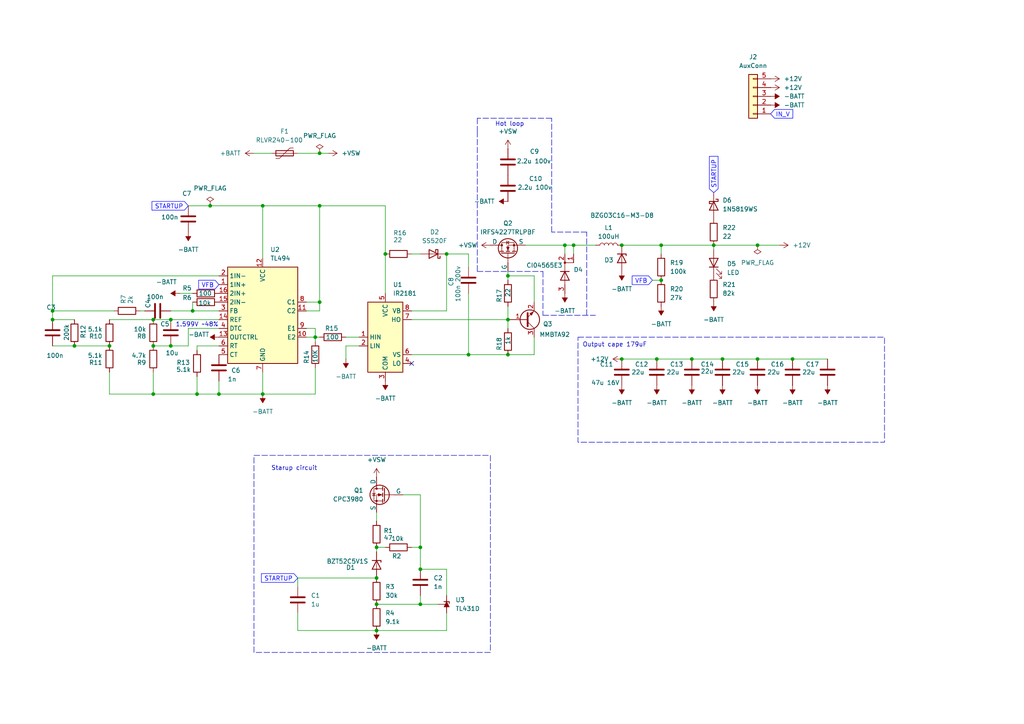
<source format=kicad_sch>
(kicad_sch
	(version 20231120)
	(generator "eeschema")
	(generator_version "8.0")
	(uuid "f82c75ec-5c17-43c0-92f1-953564872173")
	(paper "A4")
	(lib_symbols
		(symbol "Connector_Generic:Conn_01x05"
			(pin_names
				(offset 1.016) hide)
			(exclude_from_sim no)
			(in_bom yes)
			(on_board yes)
			(property "Reference" "J"
				(at 0 7.62 0)
				(effects
					(font
						(size 1.27 1.27)
					)
				)
			)
			(property "Value" "Conn_01x05"
				(at 0 -7.62 0)
				(effects
					(font
						(size 1.27 1.27)
					)
				)
			)
			(property "Footprint" ""
				(at 0 0 0)
				(effects
					(font
						(size 1.27 1.27)
					)
					(hide yes)
				)
			)
			(property "Datasheet" "~"
				(at 0 0 0)
				(effects
					(font
						(size 1.27 1.27)
					)
					(hide yes)
				)
			)
			(property "Description" "Generic connector, single row, 01x05, script generated (kicad-library-utils/schlib/autogen/connector/)"
				(at 0 0 0)
				(effects
					(font
						(size 1.27 1.27)
					)
					(hide yes)
				)
			)
			(property "ki_keywords" "connector"
				(at 0 0 0)
				(effects
					(font
						(size 1.27 1.27)
					)
					(hide yes)
				)
			)
			(property "ki_fp_filters" "Connector*:*_1x??_*"
				(at 0 0 0)
				(effects
					(font
						(size 1.27 1.27)
					)
					(hide yes)
				)
			)
			(symbol "Conn_01x05_1_1"
				(rectangle
					(start -1.27 -4.953)
					(end 0 -5.207)
					(stroke
						(width 0.1524)
						(type default)
					)
					(fill
						(type none)
					)
				)
				(rectangle
					(start -1.27 -2.413)
					(end 0 -2.667)
					(stroke
						(width 0.1524)
						(type default)
					)
					(fill
						(type none)
					)
				)
				(rectangle
					(start -1.27 0.127)
					(end 0 -0.127)
					(stroke
						(width 0.1524)
						(type default)
					)
					(fill
						(type none)
					)
				)
				(rectangle
					(start -1.27 2.667)
					(end 0 2.413)
					(stroke
						(width 0.1524)
						(type default)
					)
					(fill
						(type none)
					)
				)
				(rectangle
					(start -1.27 5.207)
					(end 0 4.953)
					(stroke
						(width 0.1524)
						(type default)
					)
					(fill
						(type none)
					)
				)
				(rectangle
					(start -1.27 6.35)
					(end 1.27 -6.35)
					(stroke
						(width 0.254)
						(type default)
					)
					(fill
						(type background)
					)
				)
				(pin passive line
					(at -5.08 5.08 0)
					(length 3.81)
					(name "Pin_1"
						(effects
							(font
								(size 1.27 1.27)
							)
						)
					)
					(number "1"
						(effects
							(font
								(size 1.27 1.27)
							)
						)
					)
				)
				(pin passive line
					(at -5.08 2.54 0)
					(length 3.81)
					(name "Pin_2"
						(effects
							(font
								(size 1.27 1.27)
							)
						)
					)
					(number "2"
						(effects
							(font
								(size 1.27 1.27)
							)
						)
					)
				)
				(pin passive line
					(at -5.08 0 0)
					(length 3.81)
					(name "Pin_3"
						(effects
							(font
								(size 1.27 1.27)
							)
						)
					)
					(number "3"
						(effects
							(font
								(size 1.27 1.27)
							)
						)
					)
				)
				(pin passive line
					(at -5.08 -2.54 0)
					(length 3.81)
					(name "Pin_4"
						(effects
							(font
								(size 1.27 1.27)
							)
						)
					)
					(number "4"
						(effects
							(font
								(size 1.27 1.27)
							)
						)
					)
				)
				(pin passive line
					(at -5.08 -5.08 0)
					(length 3.81)
					(name "Pin_5"
						(effects
							(font
								(size 1.27 1.27)
							)
						)
					)
					(number "5"
						(effects
							(font
								(size 1.27 1.27)
							)
						)
					)
				)
			)
		)
		(symbol "Device:C"
			(pin_numbers hide)
			(pin_names
				(offset 0.254)
			)
			(exclude_from_sim no)
			(in_bom yes)
			(on_board yes)
			(property "Reference" "C"
				(at 0.635 2.54 0)
				(effects
					(font
						(size 1.27 1.27)
					)
					(justify left)
				)
			)
			(property "Value" "C"
				(at 0.635 -2.54 0)
				(effects
					(font
						(size 1.27 1.27)
					)
					(justify left)
				)
			)
			(property "Footprint" ""
				(at 0.9652 -3.81 0)
				(effects
					(font
						(size 1.27 1.27)
					)
					(hide yes)
				)
			)
			(property "Datasheet" "~"
				(at 0 0 0)
				(effects
					(font
						(size 1.27 1.27)
					)
					(hide yes)
				)
			)
			(property "Description" "Unpolarized capacitor"
				(at 0 0 0)
				(effects
					(font
						(size 1.27 1.27)
					)
					(hide yes)
				)
			)
			(property "ki_keywords" "cap capacitor"
				(at 0 0 0)
				(effects
					(font
						(size 1.27 1.27)
					)
					(hide yes)
				)
			)
			(property "ki_fp_filters" "C_*"
				(at 0 0 0)
				(effects
					(font
						(size 1.27 1.27)
					)
					(hide yes)
				)
			)
			(symbol "C_0_1"
				(polyline
					(pts
						(xy -2.032 -0.762) (xy 2.032 -0.762)
					)
					(stroke
						(width 0.508)
						(type default)
					)
					(fill
						(type none)
					)
				)
				(polyline
					(pts
						(xy -2.032 0.762) (xy 2.032 0.762)
					)
					(stroke
						(width 0.508)
						(type default)
					)
					(fill
						(type none)
					)
				)
			)
			(symbol "C_1_1"
				(pin passive line
					(at 0 3.81 270)
					(length 2.794)
					(name "~"
						(effects
							(font
								(size 1.27 1.27)
							)
						)
					)
					(number "1"
						(effects
							(font
								(size 1.27 1.27)
							)
						)
					)
				)
				(pin passive line
					(at 0 -3.81 90)
					(length 2.794)
					(name "~"
						(effects
							(font
								(size 1.27 1.27)
							)
						)
					)
					(number "2"
						(effects
							(font
								(size 1.27 1.27)
							)
						)
					)
				)
			)
		)
		(symbol "Device:D_KKA"
			(pin_names
				(offset 0) hide)
			(exclude_from_sim no)
			(in_bom yes)
			(on_board yes)
			(property "Reference" "D"
				(at 0 2.54 0)
				(effects
					(font
						(size 1.27 1.27)
					)
				)
			)
			(property "Value" "D_KKA"
				(at 0 -2.54 0)
				(effects
					(font
						(size 1.27 1.27)
					)
				)
			)
			(property "Footprint" ""
				(at 0 0 0)
				(effects
					(font
						(size 1.27 1.27)
					)
					(hide yes)
				)
			)
			(property "Datasheet" "~"
				(at 0 0 0)
				(effects
					(font
						(size 1.27 1.27)
					)
					(hide yes)
				)
			)
			(property "Description" "Diode, cathode on pins 1 and 2"
				(at 0 0 0)
				(effects
					(font
						(size 1.27 1.27)
					)
					(hide yes)
				)
			)
			(property "ki_keywords" "diode"
				(at 0 0 0)
				(effects
					(font
						(size 1.27 1.27)
					)
					(hide yes)
				)
			)
			(property "ki_fp_filters" "TO-???* *_Diode_* *SingleDiode* D_*"
				(at 0 0 0)
				(effects
					(font
						(size 1.27 1.27)
					)
					(hide yes)
				)
			)
			(symbol "D_KKA_0_1"
				(circle
					(center -3.81 0)
					(radius 0.254)
					(stroke
						(width 0)
						(type default)
					)
					(fill
						(type outline)
					)
				)
				(polyline
					(pts
						(xy -1.27 1.27) (xy -1.27 -1.27)
					)
					(stroke
						(width 0.254)
						(type default)
					)
					(fill
						(type none)
					)
				)
				(polyline
					(pts
						(xy -5.08 2.54) (xy -3.81 2.54) (xy -3.81 0) (xy 2.54 0)
					)
					(stroke
						(width 0)
						(type default)
					)
					(fill
						(type none)
					)
				)
				(polyline
					(pts
						(xy 1.27 1.27) (xy 1.27 -1.27) (xy -1.27 0) (xy 1.27 1.27)
					)
					(stroke
						(width 0.254)
						(type default)
					)
					(fill
						(type none)
					)
				)
			)
			(symbol "D_KKA_1_1"
				(pin passive line
					(at -6.35 2.54 0)
					(length 2.54)
					(name "K"
						(effects
							(font
								(size 1.27 1.27)
							)
						)
					)
					(number "1"
						(effects
							(font
								(size 1.27 1.27)
							)
						)
					)
				)
				(pin passive line
					(at -6.35 0 0)
					(length 2.54)
					(name "K"
						(effects
							(font
								(size 1.27 1.27)
							)
						)
					)
					(number "2"
						(effects
							(font
								(size 1.27 1.27)
							)
						)
					)
				)
				(pin passive line
					(at 5.08 0 180)
					(length 2.54)
					(name "A"
						(effects
							(font
								(size 1.27 1.27)
							)
						)
					)
					(number "3"
						(effects
							(font
								(size 1.27 1.27)
							)
						)
					)
				)
			)
		)
		(symbol "Device:D_Schottky"
			(pin_numbers hide)
			(pin_names
				(offset 1.016) hide)
			(exclude_from_sim no)
			(in_bom yes)
			(on_board yes)
			(property "Reference" "D"
				(at 0 2.54 0)
				(effects
					(font
						(size 1.27 1.27)
					)
				)
			)
			(property "Value" "D_Schottky"
				(at 0 -2.54 0)
				(effects
					(font
						(size 1.27 1.27)
					)
				)
			)
			(property "Footprint" ""
				(at 0 0 0)
				(effects
					(font
						(size 1.27 1.27)
					)
					(hide yes)
				)
			)
			(property "Datasheet" "~"
				(at 0 0 0)
				(effects
					(font
						(size 1.27 1.27)
					)
					(hide yes)
				)
			)
			(property "Description" "Schottky diode"
				(at 0 0 0)
				(effects
					(font
						(size 1.27 1.27)
					)
					(hide yes)
				)
			)
			(property "ki_keywords" "diode Schottky"
				(at 0 0 0)
				(effects
					(font
						(size 1.27 1.27)
					)
					(hide yes)
				)
			)
			(property "ki_fp_filters" "TO-???* *_Diode_* *SingleDiode* D_*"
				(at 0 0 0)
				(effects
					(font
						(size 1.27 1.27)
					)
					(hide yes)
				)
			)
			(symbol "D_Schottky_0_1"
				(polyline
					(pts
						(xy 1.27 0) (xy -1.27 0)
					)
					(stroke
						(width 0)
						(type default)
					)
					(fill
						(type none)
					)
				)
				(polyline
					(pts
						(xy 1.27 1.27) (xy 1.27 -1.27) (xy -1.27 0) (xy 1.27 1.27)
					)
					(stroke
						(width 0.254)
						(type default)
					)
					(fill
						(type none)
					)
				)
				(polyline
					(pts
						(xy -1.905 0.635) (xy -1.905 1.27) (xy -1.27 1.27) (xy -1.27 -1.27) (xy -0.635 -1.27) (xy -0.635 -0.635)
					)
					(stroke
						(width 0.254)
						(type default)
					)
					(fill
						(type none)
					)
				)
			)
			(symbol "D_Schottky_1_1"
				(pin passive line
					(at -3.81 0 0)
					(length 2.54)
					(name "K"
						(effects
							(font
								(size 1.27 1.27)
							)
						)
					)
					(number "1"
						(effects
							(font
								(size 1.27 1.27)
							)
						)
					)
				)
				(pin passive line
					(at 3.81 0 180)
					(length 2.54)
					(name "A"
						(effects
							(font
								(size 1.27 1.27)
							)
						)
					)
					(number "2"
						(effects
							(font
								(size 1.27 1.27)
							)
						)
					)
				)
			)
		)
		(symbol "Device:L"
			(pin_numbers hide)
			(pin_names
				(offset 1.016) hide)
			(exclude_from_sim no)
			(in_bom yes)
			(on_board yes)
			(property "Reference" "L"
				(at -1.27 0 90)
				(effects
					(font
						(size 1.27 1.27)
					)
				)
			)
			(property "Value" "L"
				(at 1.905 0 90)
				(effects
					(font
						(size 1.27 1.27)
					)
				)
			)
			(property "Footprint" ""
				(at 0 0 0)
				(effects
					(font
						(size 1.27 1.27)
					)
					(hide yes)
				)
			)
			(property "Datasheet" "~"
				(at 0 0 0)
				(effects
					(font
						(size 1.27 1.27)
					)
					(hide yes)
				)
			)
			(property "Description" "Inductor"
				(at 0 0 0)
				(effects
					(font
						(size 1.27 1.27)
					)
					(hide yes)
				)
			)
			(property "ki_keywords" "inductor choke coil reactor magnetic"
				(at 0 0 0)
				(effects
					(font
						(size 1.27 1.27)
					)
					(hide yes)
				)
			)
			(property "ki_fp_filters" "Choke_* *Coil* Inductor_* L_*"
				(at 0 0 0)
				(effects
					(font
						(size 1.27 1.27)
					)
					(hide yes)
				)
			)
			(symbol "L_0_1"
				(arc
					(start 0 -2.54)
					(mid 0.6323 -1.905)
					(end 0 -1.27)
					(stroke
						(width 0)
						(type default)
					)
					(fill
						(type none)
					)
				)
				(arc
					(start 0 -1.27)
					(mid 0.6323 -0.635)
					(end 0 0)
					(stroke
						(width 0)
						(type default)
					)
					(fill
						(type none)
					)
				)
				(arc
					(start 0 0)
					(mid 0.6323 0.635)
					(end 0 1.27)
					(stroke
						(width 0)
						(type default)
					)
					(fill
						(type none)
					)
				)
				(arc
					(start 0 1.27)
					(mid 0.6323 1.905)
					(end 0 2.54)
					(stroke
						(width 0)
						(type default)
					)
					(fill
						(type none)
					)
				)
			)
			(symbol "L_1_1"
				(pin passive line
					(at 0 3.81 270)
					(length 1.27)
					(name "1"
						(effects
							(font
								(size 1.27 1.27)
							)
						)
					)
					(number "1"
						(effects
							(font
								(size 1.27 1.27)
							)
						)
					)
				)
				(pin passive line
					(at 0 -3.81 90)
					(length 1.27)
					(name "2"
						(effects
							(font
								(size 1.27 1.27)
							)
						)
					)
					(number "2"
						(effects
							(font
								(size 1.27 1.27)
							)
						)
					)
				)
			)
		)
		(symbol "Device:LED"
			(pin_numbers hide)
			(pin_names
				(offset 1.016) hide)
			(exclude_from_sim no)
			(in_bom yes)
			(on_board yes)
			(property "Reference" "D"
				(at 0 2.54 0)
				(effects
					(font
						(size 1.27 1.27)
					)
				)
			)
			(property "Value" "LED"
				(at 0 -2.54 0)
				(effects
					(font
						(size 1.27 1.27)
					)
				)
			)
			(property "Footprint" ""
				(at 0 0 0)
				(effects
					(font
						(size 1.27 1.27)
					)
					(hide yes)
				)
			)
			(property "Datasheet" "~"
				(at 0 0 0)
				(effects
					(font
						(size 1.27 1.27)
					)
					(hide yes)
				)
			)
			(property "Description" "Light emitting diode"
				(at 0 0 0)
				(effects
					(font
						(size 1.27 1.27)
					)
					(hide yes)
				)
			)
			(property "ki_keywords" "LED diode"
				(at 0 0 0)
				(effects
					(font
						(size 1.27 1.27)
					)
					(hide yes)
				)
			)
			(property "ki_fp_filters" "LED* LED_SMD:* LED_THT:*"
				(at 0 0 0)
				(effects
					(font
						(size 1.27 1.27)
					)
					(hide yes)
				)
			)
			(symbol "LED_0_1"
				(polyline
					(pts
						(xy -1.27 -1.27) (xy -1.27 1.27)
					)
					(stroke
						(width 0.254)
						(type default)
					)
					(fill
						(type none)
					)
				)
				(polyline
					(pts
						(xy -1.27 0) (xy 1.27 0)
					)
					(stroke
						(width 0)
						(type default)
					)
					(fill
						(type none)
					)
				)
				(polyline
					(pts
						(xy 1.27 -1.27) (xy 1.27 1.27) (xy -1.27 0) (xy 1.27 -1.27)
					)
					(stroke
						(width 0.254)
						(type default)
					)
					(fill
						(type none)
					)
				)
				(polyline
					(pts
						(xy -3.048 -0.762) (xy -4.572 -2.286) (xy -3.81 -2.286) (xy -4.572 -2.286) (xy -4.572 -1.524)
					)
					(stroke
						(width 0)
						(type default)
					)
					(fill
						(type none)
					)
				)
				(polyline
					(pts
						(xy -1.778 -0.762) (xy -3.302 -2.286) (xy -2.54 -2.286) (xy -3.302 -2.286) (xy -3.302 -1.524)
					)
					(stroke
						(width 0)
						(type default)
					)
					(fill
						(type none)
					)
				)
			)
			(symbol "LED_1_1"
				(pin passive line
					(at -3.81 0 0)
					(length 2.54)
					(name "K"
						(effects
							(font
								(size 1.27 1.27)
							)
						)
					)
					(number "1"
						(effects
							(font
								(size 1.27 1.27)
							)
						)
					)
				)
				(pin passive line
					(at 3.81 0 180)
					(length 2.54)
					(name "A"
						(effects
							(font
								(size 1.27 1.27)
							)
						)
					)
					(number "2"
						(effects
							(font
								(size 1.27 1.27)
							)
						)
					)
				)
			)
		)
		(symbol "Device:Polyfuse"
			(pin_numbers hide)
			(pin_names
				(offset 0)
			)
			(exclude_from_sim no)
			(in_bom yes)
			(on_board yes)
			(property "Reference" "F"
				(at -2.54 0 90)
				(effects
					(font
						(size 1.27 1.27)
					)
				)
			)
			(property "Value" "Polyfuse"
				(at 2.54 0 90)
				(effects
					(font
						(size 1.27 1.27)
					)
				)
			)
			(property "Footprint" ""
				(at 1.27 -5.08 0)
				(effects
					(font
						(size 1.27 1.27)
					)
					(justify left)
					(hide yes)
				)
			)
			(property "Datasheet" "~"
				(at 0 0 0)
				(effects
					(font
						(size 1.27 1.27)
					)
					(hide yes)
				)
			)
			(property "Description" "Resettable fuse, polymeric positive temperature coefficient"
				(at 0 0 0)
				(effects
					(font
						(size 1.27 1.27)
					)
					(hide yes)
				)
			)
			(property "ki_keywords" "resettable fuse PTC PPTC polyfuse polyswitch"
				(at 0 0 0)
				(effects
					(font
						(size 1.27 1.27)
					)
					(hide yes)
				)
			)
			(property "ki_fp_filters" "*polyfuse* *PTC*"
				(at 0 0 0)
				(effects
					(font
						(size 1.27 1.27)
					)
					(hide yes)
				)
			)
			(symbol "Polyfuse_0_1"
				(rectangle
					(start -0.762 2.54)
					(end 0.762 -2.54)
					(stroke
						(width 0.254)
						(type default)
					)
					(fill
						(type none)
					)
				)
				(polyline
					(pts
						(xy 0 2.54) (xy 0 -2.54)
					)
					(stroke
						(width 0)
						(type default)
					)
					(fill
						(type none)
					)
				)
				(polyline
					(pts
						(xy -1.524 2.54) (xy -1.524 1.524) (xy 1.524 -1.524) (xy 1.524 -2.54)
					)
					(stroke
						(width 0)
						(type default)
					)
					(fill
						(type none)
					)
				)
			)
			(symbol "Polyfuse_1_1"
				(pin passive line
					(at 0 3.81 270)
					(length 1.27)
					(name "~"
						(effects
							(font
								(size 1.27 1.27)
							)
						)
					)
					(number "1"
						(effects
							(font
								(size 1.27 1.27)
							)
						)
					)
				)
				(pin passive line
					(at 0 -3.81 90)
					(length 1.27)
					(name "~"
						(effects
							(font
								(size 1.27 1.27)
							)
						)
					)
					(number "2"
						(effects
							(font
								(size 1.27 1.27)
							)
						)
					)
				)
			)
		)
		(symbol "Device:R"
			(pin_numbers hide)
			(pin_names
				(offset 0)
			)
			(exclude_from_sim no)
			(in_bom yes)
			(on_board yes)
			(property "Reference" "R"
				(at 2.032 0 90)
				(effects
					(font
						(size 1.27 1.27)
					)
				)
			)
			(property "Value" "R"
				(at 0 0 90)
				(effects
					(font
						(size 1.27 1.27)
					)
				)
			)
			(property "Footprint" ""
				(at -1.778 0 90)
				(effects
					(font
						(size 1.27 1.27)
					)
					(hide yes)
				)
			)
			(property "Datasheet" "~"
				(at 0 0 0)
				(effects
					(font
						(size 1.27 1.27)
					)
					(hide yes)
				)
			)
			(property "Description" "Resistor"
				(at 0 0 0)
				(effects
					(font
						(size 1.27 1.27)
					)
					(hide yes)
				)
			)
			(property "ki_keywords" "R res resistor"
				(at 0 0 0)
				(effects
					(font
						(size 1.27 1.27)
					)
					(hide yes)
				)
			)
			(property "ki_fp_filters" "R_*"
				(at 0 0 0)
				(effects
					(font
						(size 1.27 1.27)
					)
					(hide yes)
				)
			)
			(symbol "R_0_1"
				(rectangle
					(start -1.016 -2.54)
					(end 1.016 2.54)
					(stroke
						(width 0.254)
						(type default)
					)
					(fill
						(type none)
					)
				)
			)
			(symbol "R_1_1"
				(pin passive line
					(at 0 3.81 270)
					(length 1.27)
					(name "~"
						(effects
							(font
								(size 1.27 1.27)
							)
						)
					)
					(number "1"
						(effects
							(font
								(size 1.27 1.27)
							)
						)
					)
				)
				(pin passive line
					(at 0 -3.81 90)
					(length 1.27)
					(name "~"
						(effects
							(font
								(size 1.27 1.27)
							)
						)
					)
					(number "2"
						(effects
							(font
								(size 1.27 1.27)
							)
						)
					)
				)
			)
		)
		(symbol "Diode:1N5819WS"
			(pin_numbers hide)
			(pin_names
				(offset 1.016) hide)
			(exclude_from_sim no)
			(in_bom yes)
			(on_board yes)
			(property "Reference" "D"
				(at 0 2.54 0)
				(effects
					(font
						(size 1.27 1.27)
					)
				)
			)
			(property "Value" "1N5819WS"
				(at 0 -2.54 0)
				(effects
					(font
						(size 1.27 1.27)
					)
				)
			)
			(property "Footprint" "Diode_SMD:D_SOD-323"
				(at 0 -4.445 0)
				(effects
					(font
						(size 1.27 1.27)
					)
					(hide yes)
				)
			)
			(property "Datasheet" "https://datasheet.lcsc.com/lcsc/2204281430_Guangdong-Hottech-1N5819WS_C191023.pdf"
				(at 0 0 0)
				(effects
					(font
						(size 1.27 1.27)
					)
					(hide yes)
				)
			)
			(property "Description" "40V 600mV@1A 1A SOD-323 Schottky Barrier Diodes, SOD-323"
				(at 0 0 0)
				(effects
					(font
						(size 1.27 1.27)
					)
					(hide yes)
				)
			)
			(property "ki_keywords" "diode Schottky"
				(at 0 0 0)
				(effects
					(font
						(size 1.27 1.27)
					)
					(hide yes)
				)
			)
			(property "ki_fp_filters" "D*SOD?323*"
				(at 0 0 0)
				(effects
					(font
						(size 1.27 1.27)
					)
					(hide yes)
				)
			)
			(symbol "1N5819WS_0_1"
				(polyline
					(pts
						(xy 1.27 0) (xy -1.27 0)
					)
					(stroke
						(width 0)
						(type default)
					)
					(fill
						(type none)
					)
				)
				(polyline
					(pts
						(xy 1.27 1.27) (xy 1.27 -1.27) (xy -1.27 0) (xy 1.27 1.27)
					)
					(stroke
						(width 0.254)
						(type default)
					)
					(fill
						(type none)
					)
				)
				(polyline
					(pts
						(xy -1.905 0.635) (xy -1.905 1.27) (xy -1.27 1.27) (xy -1.27 -1.27) (xy -0.635 -1.27) (xy -0.635 -0.635)
					)
					(stroke
						(width 0.254)
						(type default)
					)
					(fill
						(type none)
					)
				)
			)
			(symbol "1N5819WS_1_1"
				(pin passive line
					(at -3.81 0 0)
					(length 2.54)
					(name "K"
						(effects
							(font
								(size 1.27 1.27)
							)
						)
					)
					(number "1"
						(effects
							(font
								(size 1.27 1.27)
							)
						)
					)
				)
				(pin passive line
					(at 3.81 0 180)
					(length 2.54)
					(name "A"
						(effects
							(font
								(size 1.27 1.27)
							)
						)
					)
					(number "2"
						(effects
							(font
								(size 1.27 1.27)
							)
						)
					)
				)
			)
		)
		(symbol "Diode:ZPDxx"
			(pin_numbers hide)
			(pin_names hide)
			(exclude_from_sim no)
			(in_bom yes)
			(on_board yes)
			(property "Reference" "D"
				(at 0 2.54 0)
				(effects
					(font
						(size 1.27 1.27)
					)
				)
			)
			(property "Value" "ZPDxx"
				(at 0 -2.54 0)
				(effects
					(font
						(size 1.27 1.27)
					)
				)
			)
			(property "Footprint" "Diode_THT:D_DO-35_SOD27_P10.16mm_Horizontal"
				(at 0 -4.445 0)
				(effects
					(font
						(size 1.27 1.27)
					)
					(hide yes)
				)
			)
			(property "Datasheet" "http://diotec.com/tl_files/diotec/files/pdf/datasheets/zpd1"
				(at 0 0 0)
				(effects
					(font
						(size 1.27 1.27)
					)
					(hide yes)
				)
			)
			(property "Description" "500mW Zener Diode, DO-35"
				(at 0 0 0)
				(effects
					(font
						(size 1.27 1.27)
					)
					(hide yes)
				)
			)
			(property "ki_keywords" "zener diode"
				(at 0 0 0)
				(effects
					(font
						(size 1.27 1.27)
					)
					(hide yes)
				)
			)
			(property "ki_fp_filters" "D*DO?35*"
				(at 0 0 0)
				(effects
					(font
						(size 1.27 1.27)
					)
					(hide yes)
				)
			)
			(symbol "ZPDxx_0_1"
				(polyline
					(pts
						(xy 1.27 0) (xy -1.27 0)
					)
					(stroke
						(width 0)
						(type default)
					)
					(fill
						(type none)
					)
				)
				(polyline
					(pts
						(xy -1.27 -1.27) (xy -1.27 1.27) (xy -0.762 1.27)
					)
					(stroke
						(width 0.254)
						(type default)
					)
					(fill
						(type none)
					)
				)
				(polyline
					(pts
						(xy 1.27 -1.27) (xy 1.27 1.27) (xy -1.27 0) (xy 1.27 -1.27)
					)
					(stroke
						(width 0.254)
						(type default)
					)
					(fill
						(type none)
					)
				)
			)
			(symbol "ZPDxx_1_1"
				(pin passive line
					(at -3.81 0 0)
					(length 2.54)
					(name "K"
						(effects
							(font
								(size 1.27 1.27)
							)
						)
					)
					(number "1"
						(effects
							(font
								(size 1.27 1.27)
							)
						)
					)
				)
				(pin passive line
					(at 3.81 0 180)
					(length 2.54)
					(name "A"
						(effects
							(font
								(size 1.27 1.27)
							)
						)
					)
					(number "2"
						(effects
							(font
								(size 1.27 1.27)
							)
						)
					)
				)
			)
		)
		(symbol "Driver_FET:IR2181"
			(exclude_from_sim no)
			(in_bom yes)
			(on_board yes)
			(property "Reference" "U"
				(at 1.27 13.335 0)
				(effects
					(font
						(size 1.27 1.27)
					)
					(justify left)
				)
			)
			(property "Value" "IR2181"
				(at 1.27 11.43 0)
				(effects
					(font
						(size 1.27 1.27)
					)
					(justify left)
				)
			)
			(property "Footprint" ""
				(at 0 0 0)
				(effects
					(font
						(size 1.27 1.27)
						(italic yes)
					)
					(hide yes)
				)
			)
			(property "Datasheet" "https://www.infineon.com/dgdl/ir2181.pdf?fileId=5546d462533600a4015355c93cdd16ce"
				(at 0 0 0)
				(effects
					(font
						(size 1.27 1.27)
					)
					(hide yes)
				)
			)
			(property "Description" "High and Low Side Driver, 600V, 1.4/1.8A, PDIP-8/SOIC-8"
				(at 0 0 0)
				(effects
					(font
						(size 1.27 1.27)
					)
					(hide yes)
				)
			)
			(property "ki_keywords" "Gate Driver"
				(at 0 0 0)
				(effects
					(font
						(size 1.27 1.27)
					)
					(hide yes)
				)
			)
			(property "ki_fp_filters" "SOIC*3.9x4.9mm*P1.27mm* DIP*W7.62mm*"
				(at 0 0 0)
				(effects
					(font
						(size 1.27 1.27)
					)
					(hide yes)
				)
			)
			(symbol "IR2181_0_1"
				(rectangle
					(start -5.08 -10.16)
					(end 5.08 10.16)
					(stroke
						(width 0.254)
						(type default)
					)
					(fill
						(type background)
					)
				)
			)
			(symbol "IR2181_1_1"
				(pin input line
					(at -7.62 0 0)
					(length 2.54)
					(name "HIN"
						(effects
							(font
								(size 1.27 1.27)
							)
						)
					)
					(number "1"
						(effects
							(font
								(size 1.27 1.27)
							)
						)
					)
				)
				(pin input line
					(at -7.62 -2.54 0)
					(length 2.54)
					(name "LIN"
						(effects
							(font
								(size 1.27 1.27)
							)
						)
					)
					(number "2"
						(effects
							(font
								(size 1.27 1.27)
							)
						)
					)
				)
				(pin power_in line
					(at 0 -12.7 90)
					(length 2.54)
					(name "COM"
						(effects
							(font
								(size 1.27 1.27)
							)
						)
					)
					(number "3"
						(effects
							(font
								(size 1.27 1.27)
							)
						)
					)
				)
				(pin output line
					(at 7.62 -7.62 180)
					(length 2.54)
					(name "LO"
						(effects
							(font
								(size 1.27 1.27)
							)
						)
					)
					(number "4"
						(effects
							(font
								(size 1.27 1.27)
							)
						)
					)
				)
				(pin power_in line
					(at 0 12.7 270)
					(length 2.54)
					(name "VCC"
						(effects
							(font
								(size 1.27 1.27)
							)
						)
					)
					(number "5"
						(effects
							(font
								(size 1.27 1.27)
							)
						)
					)
				)
				(pin passive line
					(at 7.62 -5.08 180)
					(length 2.54)
					(name "VS"
						(effects
							(font
								(size 1.27 1.27)
							)
						)
					)
					(number "6"
						(effects
							(font
								(size 1.27 1.27)
							)
						)
					)
				)
				(pin output line
					(at 7.62 5.08 180)
					(length 2.54)
					(name "HO"
						(effects
							(font
								(size 1.27 1.27)
							)
						)
					)
					(number "7"
						(effects
							(font
								(size 1.27 1.27)
							)
						)
					)
				)
				(pin passive line
					(at 7.62 7.62 180)
					(length 2.54)
					(name "VB"
						(effects
							(font
								(size 1.27 1.27)
							)
						)
					)
					(number "8"
						(effects
							(font
								(size 1.27 1.27)
							)
						)
					)
				)
			)
		)
		(symbol "Reference_Voltage:TL431D"
			(pin_numbers hide)
			(pin_names hide)
			(exclude_from_sim no)
			(in_bom yes)
			(on_board yes)
			(property "Reference" "U"
				(at 0 -2.54 0)
				(effects
					(font
						(size 1.27 1.27)
					)
				)
			)
			(property "Value" "TL431D"
				(at 0 -4.445 0)
				(effects
					(font
						(size 1.27 1.27)
					)
				)
			)
			(property "Footprint" "Package_SO:SOIC-8_3.9x4.9mm_P1.27mm"
				(at 0 -6.35 0)
				(effects
					(font
						(size 1.27 1.27)
						(italic yes)
					)
					(hide yes)
				)
			)
			(property "Datasheet" "http://www.ti.com/lit/ds/symlink/tl431.pdf"
				(at 0.254 -10.668 0)
				(effects
					(font
						(size 1.27 1.27)
						(italic yes)
					)
					(hide yes)
				)
			)
			(property "Description" "Shunt Regulator, SO-8"
				(at -0.254 -8.382 0)
				(effects
					(font
						(size 1.27 1.27)
					)
					(hide yes)
				)
			)
			(property "ki_keywords" "diode device shunt regulator"
				(at 0 0 0)
				(effects
					(font
						(size 1.27 1.27)
					)
					(hide yes)
				)
			)
			(property "ki_fp_filters" "SOIC?8*3.9x4.9mm*P1.27mm*"
				(at 0 0 0)
				(effects
					(font
						(size 1.27 1.27)
					)
					(hide yes)
				)
			)
			(symbol "TL431D_0_1"
				(polyline
					(pts
						(xy -1.27 0) (xy 0 0) (xy 1.27 0)
					)
					(stroke
						(width 0)
						(type default)
					)
					(fill
						(type none)
					)
				)
				(polyline
					(pts
						(xy 0.254 -0.762) (xy 0.762 -0.762) (xy 0.762 0.762) (xy 0.762 0.762)
					)
					(stroke
						(width 0.254)
						(type default)
					)
					(fill
						(type none)
					)
				)
				(polyline
					(pts
						(xy -0.762 -0.762) (xy -0.762 0.762) (xy -0.762 0.762) (xy 0.762 0) (xy -0.762 -0.762)
					)
					(stroke
						(width 0)
						(type default)
					)
					(fill
						(type outline)
					)
				)
			)
			(symbol "TL431D_1_1"
				(polyline
					(pts
						(xy 0 1.27) (xy 0 0)
					)
					(stroke
						(width 0)
						(type default)
					)
					(fill
						(type none)
					)
				)
				(pin passive line
					(at 2.54 0 180)
					(length 2.54)
					(name "K"
						(effects
							(font
								(size 1.27 1.27)
							)
						)
					)
					(number "1"
						(effects
							(font
								(size 1.27 1.27)
							)
						)
					)
				)
				(pin passive line
					(at -2.54 0 0)
					(length 2.54)
					(name "A"
						(effects
							(font
								(size 1.27 1.27)
							)
						)
					)
					(number "2"
						(effects
							(font
								(size 1.27 1.27)
							)
						)
					)
				)
				(pin passive line
					(at -2.54 0 0)
					(length 2.54) hide
					(name "A"
						(effects
							(font
								(size 1.27 1.27)
							)
						)
					)
					(number "3"
						(effects
							(font
								(size 1.27 1.27)
							)
						)
					)
				)
				(pin passive line
					(at -2.54 0 0)
					(length 2.54) hide
					(name "A"
						(effects
							(font
								(size 1.27 1.27)
							)
						)
					)
					(number "6"
						(effects
							(font
								(size 1.27 1.27)
							)
						)
					)
				)
				(pin passive line
					(at -2.54 0 0)
					(length 2.54) hide
					(name "A"
						(effects
							(font
								(size 1.27 1.27)
							)
						)
					)
					(number "7"
						(effects
							(font
								(size 1.27 1.27)
							)
						)
					)
				)
				(pin passive line
					(at 0 2.54 270)
					(length 2.54)
					(name "REF"
						(effects
							(font
								(size 1.27 1.27)
							)
						)
					)
					(number "8"
						(effects
							(font
								(size 1.27 1.27)
							)
						)
					)
				)
			)
		)
		(symbol "Regulator_Controller:TL494"
			(exclude_from_sim no)
			(in_bom yes)
			(on_board yes)
			(property "Reference" "U"
				(at 3.81 19.05 0)
				(effects
					(font
						(size 1.27 1.27)
					)
					(justify left)
				)
			)
			(property "Value" "TL494"
				(at 3.81 16.51 0)
				(effects
					(font
						(size 1.27 1.27)
					)
					(justify left)
				)
			)
			(property "Footprint" ""
				(at 0 0 0)
				(effects
					(font
						(size 1.27 1.27)
					)
					(hide yes)
				)
			)
			(property "Datasheet" "http://www.ti.com/lit/ds/symlink/tl494.pdf"
				(at 0 0 0)
				(effects
					(font
						(size 1.27 1.27)
					)
					(hide yes)
				)
			)
			(property "Description" "Pulse-Width-Modulation Control Circuits, PDIP-16/SOIC-16/TSSOP-16"
				(at 0 0 0)
				(effects
					(font
						(size 1.27 1.27)
					)
					(hide yes)
				)
			)
			(property "ki_keywords" "SMPS PWM Controller"
				(at 0 0 0)
				(effects
					(font
						(size 1.27 1.27)
					)
					(hide yes)
				)
			)
			(property "ki_fp_filters" "TSSOP*4.4x5mm*P0.65mm* SOIC*3.9x9.9mm*P1.27mm* SOIC*5.3x10.2mm*P1.27mm* DIP*W7.62mm*"
				(at 0 0 0)
				(effects
					(font
						(size 1.27 1.27)
					)
					(hide yes)
				)
			)
			(symbol "TL494_0_1"
				(rectangle
					(start -10.16 -12.7)
					(end 10.16 15.24)
					(stroke
						(width 0.254)
						(type default)
					)
					(fill
						(type background)
					)
				)
			)
			(symbol "TL494_1_1"
				(pin input line
					(at -12.7 10.16 0)
					(length 2.54)
					(name "1IN+"
						(effects
							(font
								(size 1.27 1.27)
							)
						)
					)
					(number "1"
						(effects
							(font
								(size 1.27 1.27)
							)
						)
					)
				)
				(pin passive line
					(at 12.7 -5.08 180)
					(length 2.54)
					(name "E2"
						(effects
							(font
								(size 1.27 1.27)
							)
						)
					)
					(number "10"
						(effects
							(font
								(size 1.27 1.27)
							)
						)
					)
				)
				(pin passive line
					(at 12.7 2.54 180)
					(length 2.54)
					(name "C2"
						(effects
							(font
								(size 1.27 1.27)
							)
						)
					)
					(number "11"
						(effects
							(font
								(size 1.27 1.27)
							)
						)
					)
				)
				(pin power_in line
					(at 0 17.78 270)
					(length 2.54)
					(name "VCC"
						(effects
							(font
								(size 1.27 1.27)
							)
						)
					)
					(number "12"
						(effects
							(font
								(size 1.27 1.27)
							)
						)
					)
				)
				(pin input line
					(at -12.7 -5.08 0)
					(length 2.54)
					(name "OUTCTRL"
						(effects
							(font
								(size 1.27 1.27)
							)
						)
					)
					(number "13"
						(effects
							(font
								(size 1.27 1.27)
							)
						)
					)
				)
				(pin power_out line
					(at -12.7 0 0)
					(length 2.54)
					(name "REF"
						(effects
							(font
								(size 1.27 1.27)
							)
						)
					)
					(number "14"
						(effects
							(font
								(size 1.27 1.27)
							)
						)
					)
				)
				(pin input line
					(at -12.7 5.08 0)
					(length 2.54)
					(name "2IN-"
						(effects
							(font
								(size 1.27 1.27)
							)
						)
					)
					(number "15"
						(effects
							(font
								(size 1.27 1.27)
							)
						)
					)
				)
				(pin input line
					(at -12.7 7.62 0)
					(length 2.54)
					(name "2IN+"
						(effects
							(font
								(size 1.27 1.27)
							)
						)
					)
					(number "16"
						(effects
							(font
								(size 1.27 1.27)
							)
						)
					)
				)
				(pin input line
					(at -12.7 12.7 0)
					(length 2.54)
					(name "1IN-"
						(effects
							(font
								(size 1.27 1.27)
							)
						)
					)
					(number "2"
						(effects
							(font
								(size 1.27 1.27)
							)
						)
					)
				)
				(pin output line
					(at -12.7 2.54 0)
					(length 2.54)
					(name "FB"
						(effects
							(font
								(size 1.27 1.27)
							)
						)
					)
					(number "3"
						(effects
							(font
								(size 1.27 1.27)
							)
						)
					)
				)
				(pin input line
					(at -12.7 -2.54 0)
					(length 2.54)
					(name "DTC"
						(effects
							(font
								(size 1.27 1.27)
							)
						)
					)
					(number "4"
						(effects
							(font
								(size 1.27 1.27)
							)
						)
					)
				)
				(pin passive line
					(at -12.7 -10.16 0)
					(length 2.54)
					(name "CT"
						(effects
							(font
								(size 1.27 1.27)
							)
						)
					)
					(number "5"
						(effects
							(font
								(size 1.27 1.27)
							)
						)
					)
				)
				(pin passive line
					(at -12.7 -7.62 0)
					(length 2.54)
					(name "RT"
						(effects
							(font
								(size 1.27 1.27)
							)
						)
					)
					(number "6"
						(effects
							(font
								(size 1.27 1.27)
							)
						)
					)
				)
				(pin power_in line
					(at 0 -15.24 90)
					(length 2.54)
					(name "GND"
						(effects
							(font
								(size 1.27 1.27)
							)
						)
					)
					(number "7"
						(effects
							(font
								(size 1.27 1.27)
							)
						)
					)
				)
				(pin passive line
					(at 12.7 5.08 180)
					(length 2.54)
					(name "C1"
						(effects
							(font
								(size 1.27 1.27)
							)
						)
					)
					(number "8"
						(effects
							(font
								(size 1.27 1.27)
							)
						)
					)
				)
				(pin passive line
					(at 12.7 -2.54 180)
					(length 2.54)
					(name "E1"
						(effects
							(font
								(size 1.27 1.27)
							)
						)
					)
					(number "9"
						(effects
							(font
								(size 1.27 1.27)
							)
						)
					)
				)
			)
		)
		(symbol "Simulation_SPICE:NMOS"
			(pin_numbers hide)
			(pin_names
				(offset 0)
			)
			(exclude_from_sim no)
			(in_bom yes)
			(on_board yes)
			(property "Reference" "Q"
				(at 5.08 1.27 0)
				(effects
					(font
						(size 1.27 1.27)
					)
					(justify left)
				)
			)
			(property "Value" "NMOS"
				(at 5.08 -1.27 0)
				(effects
					(font
						(size 1.27 1.27)
					)
					(justify left)
				)
			)
			(property "Footprint" ""
				(at 5.08 2.54 0)
				(effects
					(font
						(size 1.27 1.27)
					)
					(hide yes)
				)
			)
			(property "Datasheet" "https://ngspice.sourceforge.io/docs/ngspice-html-manual/manual.xhtml#cha_MOSFETs"
				(at 0 -12.7 0)
				(effects
					(font
						(size 1.27 1.27)
					)
					(hide yes)
				)
			)
			(property "Description" "N-MOSFET transistor, drain/source/gate"
				(at 0 0 0)
				(effects
					(font
						(size 1.27 1.27)
					)
					(hide yes)
				)
			)
			(property "Sim.Device" "NMOS"
				(at 0 -17.145 0)
				(effects
					(font
						(size 1.27 1.27)
					)
					(hide yes)
				)
			)
			(property "Sim.Type" "VDMOS"
				(at 0 -19.05 0)
				(effects
					(font
						(size 1.27 1.27)
					)
					(hide yes)
				)
			)
			(property "Sim.Pins" "1=D 2=G 3=S"
				(at 0 -15.24 0)
				(effects
					(font
						(size 1.27 1.27)
					)
					(hide yes)
				)
			)
			(property "ki_keywords" "transistor NMOS N-MOS N-MOSFET simulation"
				(at 0 0 0)
				(effects
					(font
						(size 1.27 1.27)
					)
					(hide yes)
				)
			)
			(symbol "NMOS_0_1"
				(polyline
					(pts
						(xy 0.254 0) (xy -2.54 0)
					)
					(stroke
						(width 0)
						(type default)
					)
					(fill
						(type none)
					)
				)
				(polyline
					(pts
						(xy 0.254 1.905) (xy 0.254 -1.905)
					)
					(stroke
						(width 0.254)
						(type default)
					)
					(fill
						(type none)
					)
				)
				(polyline
					(pts
						(xy 0.762 -1.27) (xy 0.762 -2.286)
					)
					(stroke
						(width 0.254)
						(type default)
					)
					(fill
						(type none)
					)
				)
				(polyline
					(pts
						(xy 0.762 0.508) (xy 0.762 -0.508)
					)
					(stroke
						(width 0.254)
						(type default)
					)
					(fill
						(type none)
					)
				)
				(polyline
					(pts
						(xy 0.762 2.286) (xy 0.762 1.27)
					)
					(stroke
						(width 0.254)
						(type default)
					)
					(fill
						(type none)
					)
				)
				(polyline
					(pts
						(xy 2.54 2.54) (xy 2.54 1.778)
					)
					(stroke
						(width 0)
						(type default)
					)
					(fill
						(type none)
					)
				)
				(polyline
					(pts
						(xy 2.54 -2.54) (xy 2.54 0) (xy 0.762 0)
					)
					(stroke
						(width 0)
						(type default)
					)
					(fill
						(type none)
					)
				)
				(polyline
					(pts
						(xy 0.762 -1.778) (xy 3.302 -1.778) (xy 3.302 1.778) (xy 0.762 1.778)
					)
					(stroke
						(width 0)
						(type default)
					)
					(fill
						(type none)
					)
				)
				(polyline
					(pts
						(xy 1.016 0) (xy 2.032 0.381) (xy 2.032 -0.381) (xy 1.016 0)
					)
					(stroke
						(width 0)
						(type default)
					)
					(fill
						(type outline)
					)
				)
				(polyline
					(pts
						(xy 2.794 0.508) (xy 2.921 0.381) (xy 3.683 0.381) (xy 3.81 0.254)
					)
					(stroke
						(width 0)
						(type default)
					)
					(fill
						(type none)
					)
				)
				(polyline
					(pts
						(xy 3.302 0.381) (xy 2.921 -0.254) (xy 3.683 -0.254) (xy 3.302 0.381)
					)
					(stroke
						(width 0)
						(type default)
					)
					(fill
						(type none)
					)
				)
				(circle
					(center 1.651 0)
					(radius 2.794)
					(stroke
						(width 0.254)
						(type default)
					)
					(fill
						(type none)
					)
				)
				(circle
					(center 2.54 -1.778)
					(radius 0.254)
					(stroke
						(width 0)
						(type default)
					)
					(fill
						(type outline)
					)
				)
				(circle
					(center 2.54 1.778)
					(radius 0.254)
					(stroke
						(width 0)
						(type default)
					)
					(fill
						(type outline)
					)
				)
			)
			(symbol "NMOS_1_1"
				(pin passive line
					(at 2.54 5.08 270)
					(length 2.54)
					(name "D"
						(effects
							(font
								(size 1.27 1.27)
							)
						)
					)
					(number "1"
						(effects
							(font
								(size 1.27 1.27)
							)
						)
					)
				)
				(pin input line
					(at -5.08 0 0)
					(length 2.54)
					(name "G"
						(effects
							(font
								(size 1.27 1.27)
							)
						)
					)
					(number "2"
						(effects
							(font
								(size 1.27 1.27)
							)
						)
					)
				)
				(pin passive line
					(at 2.54 -5.08 90)
					(length 2.54)
					(name "S"
						(effects
							(font
								(size 1.27 1.27)
							)
						)
					)
					(number "3"
						(effects
							(font
								(size 1.27 1.27)
							)
						)
					)
				)
			)
		)
		(symbol "Transistor_BJT:2N3055"
			(pin_names
				(offset 0) hide)
			(exclude_from_sim no)
			(in_bom yes)
			(on_board yes)
			(property "Reference" "Q"
				(at 5.08 1.905 0)
				(effects
					(font
						(size 1.27 1.27)
					)
					(justify left)
				)
			)
			(property "Value" "2N3055"
				(at 5.08 0 0)
				(effects
					(font
						(size 1.27 1.27)
					)
					(justify left)
				)
			)
			(property "Footprint" "Package_TO_SOT_THT:TO-3"
				(at 5.08 -1.905 0)
				(effects
					(font
						(size 1.27 1.27)
						(italic yes)
					)
					(justify left)
					(hide yes)
				)
			)
			(property "Datasheet" "http://www.onsemi.com/pub_link/Collateral/2N3055-D.PDF"
				(at 0 0 0)
				(effects
					(font
						(size 1.27 1.27)
					)
					(justify left)
					(hide yes)
				)
			)
			(property "Description" "15A Ic, 60V Vce, Power NPN Transistor, TO-3"
				(at 0 0 0)
				(effects
					(font
						(size 1.27 1.27)
					)
					(hide yes)
				)
			)
			(property "ki_keywords" "power NPN Transistor"
				(at 0 0 0)
				(effects
					(font
						(size 1.27 1.27)
					)
					(hide yes)
				)
			)
			(property "ki_fp_filters" "TO?3*"
				(at 0 0 0)
				(effects
					(font
						(size 1.27 1.27)
					)
					(hide yes)
				)
			)
			(symbol "2N3055_0_1"
				(polyline
					(pts
						(xy 0.635 0.635) (xy 2.54 2.54)
					)
					(stroke
						(width 0)
						(type default)
					)
					(fill
						(type none)
					)
				)
				(polyline
					(pts
						(xy 0.635 -0.635) (xy 2.54 -2.54) (xy 2.54 -2.54)
					)
					(stroke
						(width 0)
						(type default)
					)
					(fill
						(type none)
					)
				)
				(polyline
					(pts
						(xy 0.635 1.905) (xy 0.635 -1.905) (xy 0.635 -1.905)
					)
					(stroke
						(width 0.508)
						(type default)
					)
					(fill
						(type none)
					)
				)
				(polyline
					(pts
						(xy 1.27 -1.778) (xy 1.778 -1.27) (xy 2.286 -2.286) (xy 1.27 -1.778) (xy 1.27 -1.778)
					)
					(stroke
						(width 0)
						(type default)
					)
					(fill
						(type outline)
					)
				)
				(circle
					(center 1.27 0)
					(radius 2.8194)
					(stroke
						(width 0.254)
						(type default)
					)
					(fill
						(type none)
					)
				)
			)
			(symbol "2N3055_1_1"
				(pin input line
					(at -5.08 0 0)
					(length 5.715)
					(name "B"
						(effects
							(font
								(size 1.27 1.27)
							)
						)
					)
					(number "1"
						(effects
							(font
								(size 1.27 1.27)
							)
						)
					)
				)
				(pin passive line
					(at 2.54 -5.08 90)
					(length 2.54)
					(name "E"
						(effects
							(font
								(size 1.27 1.27)
							)
						)
					)
					(number "2"
						(effects
							(font
								(size 1.27 1.27)
							)
						)
					)
				)
				(pin passive line
					(at 2.54 5.08 270)
					(length 2.54)
					(name "C"
						(effects
							(font
								(size 1.27 1.27)
							)
						)
					)
					(number "3"
						(effects
							(font
								(size 1.27 1.27)
							)
						)
					)
				)
			)
		)
		(symbol "power:+12V"
			(power)
			(pin_numbers hide)
			(pin_names
				(offset 0) hide)
			(exclude_from_sim no)
			(in_bom yes)
			(on_board yes)
			(property "Reference" "#PWR"
				(at 0 -3.81 0)
				(effects
					(font
						(size 1.27 1.27)
					)
					(hide yes)
				)
			)
			(property "Value" "+12V"
				(at 0 3.556 0)
				(effects
					(font
						(size 1.27 1.27)
					)
				)
			)
			(property "Footprint" ""
				(at 0 0 0)
				(effects
					(font
						(size 1.27 1.27)
					)
					(hide yes)
				)
			)
			(property "Datasheet" ""
				(at 0 0 0)
				(effects
					(font
						(size 1.27 1.27)
					)
					(hide yes)
				)
			)
			(property "Description" "Power symbol creates a global label with name \"+12V\""
				(at 0 0 0)
				(effects
					(font
						(size 1.27 1.27)
					)
					(hide yes)
				)
			)
			(property "ki_keywords" "global power"
				(at 0 0 0)
				(effects
					(font
						(size 1.27 1.27)
					)
					(hide yes)
				)
			)
			(symbol "+12V_0_1"
				(polyline
					(pts
						(xy -0.762 1.27) (xy 0 2.54)
					)
					(stroke
						(width 0)
						(type default)
					)
					(fill
						(type none)
					)
				)
				(polyline
					(pts
						(xy 0 0) (xy 0 2.54)
					)
					(stroke
						(width 0)
						(type default)
					)
					(fill
						(type none)
					)
				)
				(polyline
					(pts
						(xy 0 2.54) (xy 0.762 1.27)
					)
					(stroke
						(width 0)
						(type default)
					)
					(fill
						(type none)
					)
				)
			)
			(symbol "+12V_1_1"
				(pin power_in line
					(at 0 0 90)
					(length 0)
					(name "~"
						(effects
							(font
								(size 1.27 1.27)
							)
						)
					)
					(number "1"
						(effects
							(font
								(size 1.27 1.27)
							)
						)
					)
				)
			)
		)
		(symbol "power:+BATT"
			(power)
			(pin_numbers hide)
			(pin_names
				(offset 0) hide)
			(exclude_from_sim no)
			(in_bom yes)
			(on_board yes)
			(property "Reference" "#PWR"
				(at 0 -3.81 0)
				(effects
					(font
						(size 1.27 1.27)
					)
					(hide yes)
				)
			)
			(property "Value" "+BATT"
				(at 0 3.556 0)
				(effects
					(font
						(size 1.27 1.27)
					)
				)
			)
			(property "Footprint" ""
				(at 0 0 0)
				(effects
					(font
						(size 1.27 1.27)
					)
					(hide yes)
				)
			)
			(property "Datasheet" ""
				(at 0 0 0)
				(effects
					(font
						(size 1.27 1.27)
					)
					(hide yes)
				)
			)
			(property "Description" "Power symbol creates a global label with name \"+BATT\""
				(at 0 0 0)
				(effects
					(font
						(size 1.27 1.27)
					)
					(hide yes)
				)
			)
			(property "ki_keywords" "global power battery"
				(at 0 0 0)
				(effects
					(font
						(size 1.27 1.27)
					)
					(hide yes)
				)
			)
			(symbol "+BATT_0_1"
				(polyline
					(pts
						(xy -0.762 1.27) (xy 0 2.54)
					)
					(stroke
						(width 0)
						(type default)
					)
					(fill
						(type none)
					)
				)
				(polyline
					(pts
						(xy 0 0) (xy 0 2.54)
					)
					(stroke
						(width 0)
						(type default)
					)
					(fill
						(type none)
					)
				)
				(polyline
					(pts
						(xy 0 2.54) (xy 0.762 1.27)
					)
					(stroke
						(width 0)
						(type default)
					)
					(fill
						(type none)
					)
				)
			)
			(symbol "+BATT_1_1"
				(pin power_in line
					(at 0 0 90)
					(length 0)
					(name "~"
						(effects
							(font
								(size 1.27 1.27)
							)
						)
					)
					(number "1"
						(effects
							(font
								(size 1.27 1.27)
							)
						)
					)
				)
			)
		)
		(symbol "power:+VSW"
			(power)
			(pin_numbers hide)
			(pin_names
				(offset 0) hide)
			(exclude_from_sim no)
			(in_bom yes)
			(on_board yes)
			(property "Reference" "#PWR"
				(at 0 -3.81 0)
				(effects
					(font
						(size 1.27 1.27)
					)
					(hide yes)
				)
			)
			(property "Value" "+VSW"
				(at 0 3.556 0)
				(effects
					(font
						(size 1.27 1.27)
					)
				)
			)
			(property "Footprint" ""
				(at 0 0 0)
				(effects
					(font
						(size 1.27 1.27)
					)
					(hide yes)
				)
			)
			(property "Datasheet" ""
				(at 0 0 0)
				(effects
					(font
						(size 1.27 1.27)
					)
					(hide yes)
				)
			)
			(property "Description" "Power symbol creates a global label with name \"+VSW\""
				(at 0 0 0)
				(effects
					(font
						(size 1.27 1.27)
					)
					(hide yes)
				)
			)
			(property "ki_keywords" "global power"
				(at 0 0 0)
				(effects
					(font
						(size 1.27 1.27)
					)
					(hide yes)
				)
			)
			(symbol "+VSW_0_1"
				(polyline
					(pts
						(xy -0.762 1.27) (xy 0 2.54)
					)
					(stroke
						(width 0)
						(type default)
					)
					(fill
						(type none)
					)
				)
				(polyline
					(pts
						(xy 0 0) (xy 0 2.54)
					)
					(stroke
						(width 0)
						(type default)
					)
					(fill
						(type none)
					)
				)
				(polyline
					(pts
						(xy 0 2.54) (xy 0.762 1.27)
					)
					(stroke
						(width 0)
						(type default)
					)
					(fill
						(type none)
					)
				)
			)
			(symbol "+VSW_1_1"
				(pin power_in line
					(at 0 0 90)
					(length 0)
					(name "~"
						(effects
							(font
								(size 1.27 1.27)
							)
						)
					)
					(number "1"
						(effects
							(font
								(size 1.27 1.27)
							)
						)
					)
				)
			)
		)
		(symbol "power:-BATT"
			(power)
			(pin_numbers hide)
			(pin_names
				(offset 0) hide)
			(exclude_from_sim no)
			(in_bom yes)
			(on_board yes)
			(property "Reference" "#PWR"
				(at 0 -3.81 0)
				(effects
					(font
						(size 1.27 1.27)
					)
					(hide yes)
				)
			)
			(property "Value" "-BATT"
				(at 0 3.556 0)
				(effects
					(font
						(size 1.27 1.27)
					)
				)
			)
			(property "Footprint" ""
				(at 0 0 0)
				(effects
					(font
						(size 1.27 1.27)
					)
					(hide yes)
				)
			)
			(property "Datasheet" ""
				(at 0 0 0)
				(effects
					(font
						(size 1.27 1.27)
					)
					(hide yes)
				)
			)
			(property "Description" "Power symbol creates a global label with name \"-BATT\""
				(at 0 0 0)
				(effects
					(font
						(size 1.27 1.27)
					)
					(hide yes)
				)
			)
			(property "ki_keywords" "global power battery"
				(at 0 0 0)
				(effects
					(font
						(size 1.27 1.27)
					)
					(hide yes)
				)
			)
			(symbol "-BATT_0_1"
				(polyline
					(pts
						(xy 0 0) (xy 0 2.54)
					)
					(stroke
						(width 0)
						(type default)
					)
					(fill
						(type none)
					)
				)
				(polyline
					(pts
						(xy 0.762 1.27) (xy -0.762 1.27) (xy 0 2.54) (xy 0.762 1.27)
					)
					(stroke
						(width 0)
						(type default)
					)
					(fill
						(type outline)
					)
				)
			)
			(symbol "-BATT_1_1"
				(pin power_in line
					(at 0 0 90)
					(length 0)
					(name "~"
						(effects
							(font
								(size 1.27 1.27)
							)
						)
					)
					(number "1"
						(effects
							(font
								(size 1.27 1.27)
							)
						)
					)
				)
			)
		)
		(symbol "power:PWR_FLAG"
			(power)
			(pin_numbers hide)
			(pin_names
				(offset 0) hide)
			(exclude_from_sim no)
			(in_bom yes)
			(on_board yes)
			(property "Reference" "#FLG"
				(at 0 1.905 0)
				(effects
					(font
						(size 1.27 1.27)
					)
					(hide yes)
				)
			)
			(property "Value" "PWR_FLAG"
				(at 0 3.81 0)
				(effects
					(font
						(size 1.27 1.27)
					)
				)
			)
			(property "Footprint" ""
				(at 0 0 0)
				(effects
					(font
						(size 1.27 1.27)
					)
					(hide yes)
				)
			)
			(property "Datasheet" "~"
				(at 0 0 0)
				(effects
					(font
						(size 1.27 1.27)
					)
					(hide yes)
				)
			)
			(property "Description" "Special symbol for telling ERC where power comes from"
				(at 0 0 0)
				(effects
					(font
						(size 1.27 1.27)
					)
					(hide yes)
				)
			)
			(property "ki_keywords" "flag power"
				(at 0 0 0)
				(effects
					(font
						(size 1.27 1.27)
					)
					(hide yes)
				)
			)
			(symbol "PWR_FLAG_0_0"
				(pin power_out line
					(at 0 0 90)
					(length 0)
					(name "~"
						(effects
							(font
								(size 1.27 1.27)
							)
						)
					)
					(number "1"
						(effects
							(font
								(size 1.27 1.27)
							)
						)
					)
				)
			)
			(symbol "PWR_FLAG_0_1"
				(polyline
					(pts
						(xy 0 0) (xy 0 1.27) (xy -1.016 1.905) (xy 0 2.54) (xy 1.016 1.905) (xy 0 1.27)
					)
					(stroke
						(width 0)
						(type default)
					)
					(fill
						(type none)
					)
				)
			)
		)
	)
	(junction
		(at 219.71 104.14)
		(diameter 0)
		(color 0 0 0 0)
		(uuid "06b6cf04-1040-4193-86f5-c6f9745efb4e")
	)
	(junction
		(at 121.92 158.75)
		(diameter 0)
		(color 0 0 0 0)
		(uuid "0ea68e09-12af-4abd-baee-9fc4f8893872")
	)
	(junction
		(at 44.45 92.71)
		(diameter 0)
		(color 0 0 0 0)
		(uuid "1148bea6-03df-4c1c-b727-a27c852fc938")
	)
	(junction
		(at 21.59 100.33)
		(diameter 0)
		(color 0 0 0 0)
		(uuid "1c439704-7f91-48e6-82f2-4c84aa43660a")
	)
	(junction
		(at 109.22 167.64)
		(diameter 0)
		(color 0 0 0 0)
		(uuid "1f881033-716e-4844-812f-c625de357e6f")
	)
	(junction
		(at 91.44 97.79)
		(diameter 0)
		(color 0 0 0 0)
		(uuid "36b2d394-cbd7-4744-8a26-28cc113c9816")
	)
	(junction
		(at 92.71 59.69)
		(diameter 0)
		(color 0 0 0 0)
		(uuid "39357bd1-d9cb-487c-b2d6-d6eb98af1459")
	)
	(junction
		(at 200.66 104.14)
		(diameter 0)
		(color 0 0 0 0)
		(uuid "402d222e-6502-4b6f-942a-8c28ce0ebb0e")
	)
	(junction
		(at 166.37 71.12)
		(diameter 0)
		(color 0 0 0 0)
		(uuid "418a74b8-06f4-4694-ae85-e027a9142854")
	)
	(junction
		(at 76.2 114.3)
		(diameter 0)
		(color 0 0 0 0)
		(uuid "4b6ebe91-dc90-4d2e-9a17-56f572369039")
	)
	(junction
		(at 44.45 100.33)
		(diameter 0)
		(color 0 0 0 0)
		(uuid "56f957b7-372a-4aee-a1bd-f1d35c21351d")
	)
	(junction
		(at 207.01 71.12)
		(diameter 0)
		(color 0 0 0 0)
		(uuid "5bcd2727-dd06-4e91-a7b2-335187102f9a")
	)
	(junction
		(at 60.96 59.69)
		(diameter 0)
		(color 0 0 0 0)
		(uuid "6051e8c8-99a7-43c8-b38a-6ef08d79b9f2")
	)
	(junction
		(at 147.32 102.87)
		(diameter 0)
		(color 0 0 0 0)
		(uuid "64989475-373a-4bfc-b93f-7b07dab007a6")
	)
	(junction
		(at 121.92 165.1)
		(diameter 0)
		(color 0 0 0 0)
		(uuid "65a5233b-8ad5-4fe2-9d25-127100d8e858")
	)
	(junction
		(at 163.83 71.12)
		(diameter 0)
		(color 0 0 0 0)
		(uuid "66bc5f79-5e34-410c-9c29-30378fd35d7b")
	)
	(junction
		(at 229.87 104.14)
		(diameter 0)
		(color 0 0 0 0)
		(uuid "66bd133c-6002-4f34-8a3f-407ddbf67f1e")
	)
	(junction
		(at 57.15 114.3)
		(diameter 0)
		(color 0 0 0 0)
		(uuid "672e812c-5af4-466e-b34b-f8388e69d1cd")
	)
	(junction
		(at 209.55 104.14)
		(diameter 0)
		(color 0 0 0 0)
		(uuid "69f54546-7cc2-4e4c-909f-78a4ab7b9b34")
	)
	(junction
		(at 180.34 104.14)
		(diameter 0)
		(color 0 0 0 0)
		(uuid "6c35f4c0-7d2a-4c38-8489-ed52c48146a4")
	)
	(junction
		(at 180.34 71.12)
		(diameter 0)
		(color 0 0 0 0)
		(uuid "729f93bb-1975-42f2-8ec0-765572dc1a90")
	)
	(junction
		(at 147.32 92.71)
		(diameter 0)
		(color 0 0 0 0)
		(uuid "7ccbe4e8-790f-4c71-a6b9-96edb60dcd42")
	)
	(junction
		(at 147.32 80.01)
		(diameter 0)
		(color 0 0 0 0)
		(uuid "81d0f44f-f6a1-4feb-90a9-1d2ea3e3f018")
	)
	(junction
		(at 219.71 71.12)
		(diameter 0)
		(color 0 0 0 0)
		(uuid "865c7539-c746-4c0c-afee-bd7665f6c597")
	)
	(junction
		(at 109.22 175.26)
		(diameter 0)
		(color 0 0 0 0)
		(uuid "934ec9c9-fe0b-4ed8-a664-e383039890af")
	)
	(junction
		(at 109.22 182.88)
		(diameter 0)
		(color 0 0 0 0)
		(uuid "941b5c7e-ecc3-4ad6-89ba-bcb2029267b8")
	)
	(junction
		(at 15.24 92.71)
		(diameter 0)
		(color 0 0 0 0)
		(uuid "96dec6f8-22ef-4383-8490-67c0c30c05e6")
	)
	(junction
		(at 92.71 87.63)
		(diameter 0)
		(color 0 0 0 0)
		(uuid "9d299c29-b86d-4813-8a9d-12d7a5a6fd29")
	)
	(junction
		(at 191.77 81.28)
		(diameter 0)
		(color 0 0 0 0)
		(uuid "a5018645-74a2-4323-aa71-5d50f3d61e43")
	)
	(junction
		(at 15.24 90.17)
		(diameter 0)
		(color 0 0 0 0)
		(uuid "a7407953-b8fc-4aea-92ee-5ac1533ea96e")
	)
	(junction
		(at 31.75 100.33)
		(diameter 0)
		(color 0 0 0 0)
		(uuid "ac40e11e-b39f-4035-b2d1-00ba3b21a941")
	)
	(junction
		(at 129.54 73.66)
		(diameter 0)
		(color 0 0 0 0)
		(uuid "aea5b3ed-8a08-4e67-a703-11bdf58936a3")
	)
	(junction
		(at 190.5 104.14)
		(diameter 0)
		(color 0 0 0 0)
		(uuid "bde620c2-f508-4c08-8e08-b6d9a0be458d")
	)
	(junction
		(at 191.77 71.12)
		(diameter 0)
		(color 0 0 0 0)
		(uuid "c097d962-3d4c-40f9-af17-c014cd8ed723")
	)
	(junction
		(at 135.89 102.87)
		(diameter 0)
		(color 0 0 0 0)
		(uuid "cd4819e8-1829-4d55-aedd-1414f0b09055")
	)
	(junction
		(at 92.71 44.45)
		(diameter 0)
		(color 0 0 0 0)
		(uuid "ceeae2b3-d68c-46c9-9d70-b445e74dc755")
	)
	(junction
		(at 111.76 73.66)
		(diameter 0)
		(color 0 0 0 0)
		(uuid "d083d339-ed6c-48da-ad95-434621053de3")
	)
	(junction
		(at 44.45 114.3)
		(diameter 0)
		(color 0 0 0 0)
		(uuid "d8e43b3b-9e34-40d4-9dd5-1f46ae2a66aa")
	)
	(junction
		(at 63.5 114.3)
		(diameter 0)
		(color 0 0 0 0)
		(uuid "d9ca8338-8dab-46f6-8de7-0279282f7050")
	)
	(junction
		(at 49.53 100.33)
		(diameter 0)
		(color 0 0 0 0)
		(uuid "e59060ab-b2bd-4efa-bde8-dd99178fc0c0")
	)
	(junction
		(at 109.22 158.75)
		(diameter 0)
		(color 0 0 0 0)
		(uuid "e7abaff7-51ad-4383-9fc8-c0704b7dd7b9")
	)
	(junction
		(at 55.88 90.17)
		(diameter 0)
		(color 0 0 0 0)
		(uuid "ebc0c0d9-9a2a-49c0-8f75-265566776989")
	)
	(junction
		(at 121.92 175.26)
		(diameter 0)
		(color 0 0 0 0)
		(uuid "ec49d867-142f-4edb-a61f-35f17268e37b")
	)
	(junction
		(at 49.53 92.71)
		(diameter 0)
		(color 0 0 0 0)
		(uuid "f734b312-e0d8-41ac-aadf-37cabb1da01a")
	)
	(junction
		(at 76.2 59.69)
		(diameter 0)
		(color 0 0 0 0)
		(uuid "f8b05619-ea30-43ee-a8fe-457cf98ac351")
	)
	(no_connect
		(at 119.38 105.41)
		(uuid "1681769b-f83a-43b4-9503-bb56ef0b8fa0")
	)
	(wire
		(pts
			(xy 166.37 71.12) (xy 172.72 71.12)
		)
		(stroke
			(width 0)
			(type default)
		)
		(uuid "03b511db-979a-40b2-88af-53072f6317bc")
	)
	(wire
		(pts
			(xy 57.15 100.33) (xy 57.15 101.6)
		)
		(stroke
			(width 0)
			(type default)
		)
		(uuid "046f44b7-db95-4169-b811-c5defc68a2e9")
	)
	(wire
		(pts
			(xy 49.53 100.33) (xy 54.61 100.33)
		)
		(stroke
			(width 0)
			(type default)
		)
		(uuid "05df4a16-0ec8-4de2-8797-9cafe6e558ed")
	)
	(wire
		(pts
			(xy 104.14 100.33) (xy 100.33 100.33)
		)
		(stroke
			(width 0)
			(type default)
		)
		(uuid "072a947b-9995-4cb5-a45c-5cada539ee7b")
	)
	(wire
		(pts
			(xy 154.94 102.87) (xy 147.32 102.87)
		)
		(stroke
			(width 0)
			(type default)
		)
		(uuid "090c2e07-3a51-4d22-b963-ad135c03f3ec")
	)
	(wire
		(pts
			(xy 44.45 100.33) (xy 49.53 100.33)
		)
		(stroke
			(width 0)
			(type default)
		)
		(uuid "09517050-6309-481c-b9d0-10c13b163ddc")
	)
	(wire
		(pts
			(xy 109.22 158.75) (xy 109.22 160.02)
		)
		(stroke
			(width 0)
			(type default)
		)
		(uuid "0e75058b-c6b0-4575-a3e0-6a6d560dc319")
	)
	(polyline
		(pts
			(xy 138.43 78.74) (xy 157.48 78.74)
		)
		(stroke
			(width 0)
			(type dash)
		)
		(uuid "116b5443-5872-4c2a-833f-003709915be2")
	)
	(wire
		(pts
			(xy 119.38 73.66) (xy 121.92 73.66)
		)
		(stroke
			(width 0)
			(type default)
		)
		(uuid "11e471f8-4db7-424c-a18d-0777c0acc8f3")
	)
	(wire
		(pts
			(xy 41.91 90.17) (xy 40.64 90.17)
		)
		(stroke
			(width 0)
			(type default)
		)
		(uuid "127297ae-498e-4bf8-8baf-997a00d3d9e0")
	)
	(wire
		(pts
			(xy 109.22 175.26) (xy 121.92 175.26)
		)
		(stroke
			(width 0)
			(type default)
		)
		(uuid "12e86cd2-b27b-465c-8d8b-f97eb78a3606")
	)
	(wire
		(pts
			(xy 63.5 95.25) (xy 54.61 95.25)
		)
		(stroke
			(width 0)
			(type default)
		)
		(uuid "1596f653-6d6a-47fc-a266-1d4271c80c4f")
	)
	(wire
		(pts
			(xy 88.9 97.79) (xy 91.44 97.79)
		)
		(stroke
			(width 0)
			(type default)
		)
		(uuid "15bd87be-5bb1-49a2-bdae-87ecd6d39b04")
	)
	(wire
		(pts
			(xy 92.71 59.69) (xy 111.76 59.69)
		)
		(stroke
			(width 0)
			(type default)
		)
		(uuid "1e6e6d23-0813-474b-8640-d2b24d3cf9e8")
	)
	(wire
		(pts
			(xy 147.32 80.01) (xy 147.32 78.74)
		)
		(stroke
			(width 0)
			(type default)
		)
		(uuid "2021e1b6-f015-43d0-88e5-462ddbabd52a")
	)
	(wire
		(pts
			(xy 57.15 109.22) (xy 57.15 114.3)
		)
		(stroke
			(width 0)
			(type default)
		)
		(uuid "217db1d1-f85c-464e-a09f-446d863fc8ce")
	)
	(wire
		(pts
			(xy 180.34 71.12) (xy 191.77 71.12)
		)
		(stroke
			(width 0)
			(type default)
		)
		(uuid "230bc0a0-28a1-41c4-87fb-26e68d3876b1")
	)
	(wire
		(pts
			(xy 189.23 81.28) (xy 191.77 81.28)
		)
		(stroke
			(width 0)
			(type default)
		)
		(uuid "25848019-368f-44ee-bd81-614d42fafaba")
	)
	(wire
		(pts
			(xy 121.92 175.26) (xy 127 175.26)
		)
		(stroke
			(width 0)
			(type default)
		)
		(uuid "27db16a4-eab9-4dd5-a3ea-21687a6b8a0d")
	)
	(wire
		(pts
			(xy 109.22 158.75) (xy 111.76 158.75)
		)
		(stroke
			(width 0)
			(type default)
		)
		(uuid "29ef0d07-b364-473a-a317-45f59fbf2a24")
	)
	(wire
		(pts
			(xy 121.92 158.75) (xy 121.92 165.1)
		)
		(stroke
			(width 0)
			(type default)
		)
		(uuid "2a1668a6-3b1b-4eb3-b4b2-b005319c692b")
	)
	(wire
		(pts
			(xy 76.2 114.3) (xy 76.2 107.95)
		)
		(stroke
			(width 0)
			(type default)
		)
		(uuid "2dec1231-205f-47da-a72a-3fa83d300ca4")
	)
	(wire
		(pts
			(xy 31.75 107.95) (xy 31.75 114.3)
		)
		(stroke
			(width 0)
			(type default)
		)
		(uuid "2e48e73b-0aa9-495d-9077-f4bf813fe771")
	)
	(wire
		(pts
			(xy 49.53 90.17) (xy 55.88 90.17)
		)
		(stroke
			(width 0)
			(type default)
		)
		(uuid "2f403c38-4f1e-4084-894e-e52333f771c9")
	)
	(wire
		(pts
			(xy 154.94 97.79) (xy 154.94 102.87)
		)
		(stroke
			(width 0)
			(type default)
		)
		(uuid "30e3062c-3834-4396-8d16-252d8842a655")
	)
	(wire
		(pts
			(xy 119.38 102.87) (xy 135.89 102.87)
		)
		(stroke
			(width 0)
			(type default)
		)
		(uuid "368d6912-f860-4a57-ab87-5652ef3d90e6")
	)
	(wire
		(pts
			(xy 209.55 104.14) (xy 219.71 104.14)
		)
		(stroke
			(width 0)
			(type default)
		)
		(uuid "37e60a5c-0e1e-4123-b5a4-15cae362fa4b")
	)
	(wire
		(pts
			(xy 88.9 87.63) (xy 92.71 87.63)
		)
		(stroke
			(width 0)
			(type default)
		)
		(uuid "3a875772-e70b-4c7f-8e55-503dc5627f83")
	)
	(wire
		(pts
			(xy 119.38 158.75) (xy 121.92 158.75)
		)
		(stroke
			(width 0)
			(type default)
		)
		(uuid "3ab2bbe3-5f02-402f-9603-b589f66cfc1f")
	)
	(wire
		(pts
			(xy 154.94 80.01) (xy 147.32 80.01)
		)
		(stroke
			(width 0)
			(type default)
		)
		(uuid "40b69c02-ef79-43a2-afce-f9d7e1ffb001")
	)
	(wire
		(pts
			(xy 44.45 92.71) (xy 49.53 92.71)
		)
		(stroke
			(width 0)
			(type default)
		)
		(uuid "41402238-8da0-496c-a30a-e5ec3bb70636")
	)
	(wire
		(pts
			(xy 15.24 80.01) (xy 15.24 90.17)
		)
		(stroke
			(width 0)
			(type default)
		)
		(uuid "48d64dc6-9881-40fa-8d14-9ac20c95434d")
	)
	(wire
		(pts
			(xy 88.9 90.17) (xy 92.71 90.17)
		)
		(stroke
			(width 0)
			(type default)
		)
		(uuid "49e73ebf-9c95-46f8-b369-2d8e7a4ea849")
	)
	(polyline
		(pts
			(xy 170.18 91.44) (xy 170.18 67.31)
		)
		(stroke
			(width 0)
			(type dash)
		)
		(uuid "4c5eeb7d-8f82-40a1-92f1-8d9183868ca4")
	)
	(wire
		(pts
			(xy 63.5 80.01) (xy 15.24 80.01)
		)
		(stroke
			(width 0)
			(type default)
		)
		(uuid "4c82a3ec-6cce-4514-a30f-49cc490d582f")
	)
	(wire
		(pts
			(xy 92.71 44.45) (xy 95.25 44.45)
		)
		(stroke
			(width 0)
			(type default)
		)
		(uuid "4d9051bd-63f1-4b05-944f-2bfad11b3495")
	)
	(wire
		(pts
			(xy 31.75 114.3) (xy 44.45 114.3)
		)
		(stroke
			(width 0)
			(type default)
		)
		(uuid "4e91a1b1-a0a6-4391-8e7a-919419d1461e")
	)
	(wire
		(pts
			(xy 100.33 100.33) (xy 100.33 104.14)
		)
		(stroke
			(width 0)
			(type default)
		)
		(uuid "5182431d-a3a4-439e-98c4-bce9931d0bf5")
	)
	(wire
		(pts
			(xy 147.32 81.28) (xy 147.32 80.01)
		)
		(stroke
			(width 0)
			(type default)
		)
		(uuid "523be515-b0ba-4972-bb70-73b643acb2cb")
	)
	(wire
		(pts
			(xy 163.83 71.12) (xy 163.83 73.66)
		)
		(stroke
			(width 0)
			(type default)
		)
		(uuid "5519716d-996c-41f7-873b-a102b7c06ff5")
	)
	(wire
		(pts
			(xy 154.94 87.63) (xy 154.94 80.01)
		)
		(stroke
			(width 0)
			(type default)
		)
		(uuid "56423822-6694-4a75-b089-08b916478ac1")
	)
	(wire
		(pts
			(xy 129.54 177.8) (xy 129.54 182.88)
		)
		(stroke
			(width 0)
			(type default)
		)
		(uuid "57cedcc9-9366-4f01-b0fa-b2b5540de137")
	)
	(wire
		(pts
			(xy 135.89 73.66) (xy 135.89 77.47)
		)
		(stroke
			(width 0)
			(type default)
		)
		(uuid "59e67ae9-518c-46bd-8d14-c1d16ab1d462")
	)
	(wire
		(pts
			(xy 15.24 90.17) (xy 15.24 92.71)
		)
		(stroke
			(width 0)
			(type default)
		)
		(uuid "6229e4e4-b453-468d-9b28-015716d3a46d")
	)
	(polyline
		(pts
			(xy 138.43 38.1) (xy 138.43 78.74)
		)
		(stroke
			(width 0)
			(type dash)
		)
		(uuid "6857f26f-b030-4311-8150-63d672eb6ba0")
	)
	(wire
		(pts
			(xy 100.33 97.79) (xy 104.14 97.79)
		)
		(stroke
			(width 0)
			(type default)
		)
		(uuid "6a7ed7ba-6209-4a50-bb06-52871864d6a0")
	)
	(wire
		(pts
			(xy 109.22 148.59) (xy 109.22 151.13)
		)
		(stroke
			(width 0)
			(type default)
		)
		(uuid "758ca343-616d-48ac-aeb5-a207feb96aad")
	)
	(wire
		(pts
			(xy 135.89 102.87) (xy 147.32 102.87)
		)
		(stroke
			(width 0)
			(type default)
		)
		(uuid "75ca408d-5105-4fd3-9751-6a191837f512")
	)
	(wire
		(pts
			(xy 163.83 71.12) (xy 166.37 71.12)
		)
		(stroke
			(width 0)
			(type default)
		)
		(uuid "760d02c0-4d80-4fa9-bd22-d16184519cf2")
	)
	(wire
		(pts
			(xy 111.76 59.69) (xy 111.76 73.66)
		)
		(stroke
			(width 0)
			(type default)
		)
		(uuid "764709e5-150c-4ce4-8091-925af79ee2f9")
	)
	(wire
		(pts
			(xy 119.38 92.71) (xy 147.32 92.71)
		)
		(stroke
			(width 0)
			(type default)
		)
		(uuid "7a606190-20c4-44db-91ae-efe4d455c525")
	)
	(wire
		(pts
			(xy 49.53 92.71) (xy 63.5 92.71)
		)
		(stroke
			(width 0)
			(type default)
		)
		(uuid "7a93e53f-62da-43d5-9bed-55b5f3ceb20e")
	)
	(wire
		(pts
			(xy 63.5 100.33) (xy 57.15 100.33)
		)
		(stroke
			(width 0)
			(type default)
		)
		(uuid "7be6f24b-50d9-4016-a695-54b28471a9b0")
	)
	(wire
		(pts
			(xy 86.36 44.45) (xy 92.71 44.45)
		)
		(stroke
			(width 0)
			(type default)
		)
		(uuid "8211d87e-d88a-4a5e-876d-d7ea1549340a")
	)
	(wire
		(pts
			(xy 121.92 172.72) (xy 121.92 175.26)
		)
		(stroke
			(width 0)
			(type default)
		)
		(uuid "82b71c73-adc9-4d38-a0fa-067feb186e9c")
	)
	(wire
		(pts
			(xy 91.44 114.3) (xy 76.2 114.3)
		)
		(stroke
			(width 0)
			(type default)
		)
		(uuid "8498c562-f855-40cb-9e1e-17b375f7ff72")
	)
	(wire
		(pts
			(xy 73.66 44.45) (xy 78.74 44.45)
		)
		(stroke
			(width 0)
			(type default)
		)
		(uuid "906465b2-d9f0-4386-84eb-01f919cb6f21")
	)
	(wire
		(pts
			(xy 76.2 59.69) (xy 92.71 59.69)
		)
		(stroke
			(width 0)
			(type default)
		)
		(uuid "915b9e56-8af8-43b4-88f7-a4423cf19be1")
	)
	(wire
		(pts
			(xy 92.71 90.17) (xy 92.71 87.63)
		)
		(stroke
			(width 0)
			(type default)
		)
		(uuid "920bc3f3-df6d-4d1a-8aa1-dffd80c68251")
	)
	(wire
		(pts
			(xy 54.61 59.69) (xy 60.96 59.69)
		)
		(stroke
			(width 0)
			(type default)
		)
		(uuid "946d0b5b-811e-4956-bbe5-d3b12e554b7d")
	)
	(polyline
		(pts
			(xy 157.48 78.74) (xy 157.48 91.44)
		)
		(stroke
			(width 0)
			(type dash)
		)
		(uuid "978dd7a8-4564-42d5-9ec0-33c430f22117")
	)
	(polyline
		(pts
			(xy 157.48 91.44) (xy 172.72 91.44)
		)
		(stroke
			(width 0)
			(type dash)
		)
		(uuid "989a2c16-b473-44ac-8815-70e662c405b6")
	)
	(wire
		(pts
			(xy 116.84 143.51) (xy 121.92 143.51)
		)
		(stroke
			(width 0)
			(type default)
		)
		(uuid "9a5c7293-8ea8-48d1-a040-30eafbe464fc")
	)
	(wire
		(pts
			(xy 129.54 73.66) (xy 135.89 73.66)
		)
		(stroke
			(width 0)
			(type default)
		)
		(uuid "9af1b39e-2b27-460e-8b1d-ca8edd5bb3f8")
	)
	(wire
		(pts
			(xy 207.01 71.12) (xy 219.71 71.12)
		)
		(stroke
			(width 0)
			(type default)
		)
		(uuid "9bdb1ef7-c33a-4e77-a9b6-787f0b4540cb")
	)
	(wire
		(pts
			(xy 135.89 85.09) (xy 135.89 102.87)
		)
		(stroke
			(width 0)
			(type default)
		)
		(uuid "9f6e637d-bcab-4531-a01b-512db6013e27")
	)
	(wire
		(pts
			(xy 63.5 110.49) (xy 63.5 114.3)
		)
		(stroke
			(width 0)
			(type default)
		)
		(uuid "a1f2d39d-2d10-4bea-a9f4-0f5b58ae65ef")
	)
	(polyline
		(pts
			(xy 138.43 34.29) (xy 138.43 38.1)
		)
		(stroke
			(width 0)
			(type dash)
		)
		(uuid "a4fc2311-53e6-437e-8fca-95a5cbaaddd1")
	)
	(wire
		(pts
			(xy 44.45 114.3) (xy 57.15 114.3)
		)
		(stroke
			(width 0)
			(type default)
		)
		(uuid "a56dc956-6fee-4c64-b761-e4720dd5f1f1")
	)
	(wire
		(pts
			(xy 60.96 59.69) (xy 76.2 59.69)
		)
		(stroke
			(width 0)
			(type default)
		)
		(uuid "a7a4c1fc-2755-481c-8453-ff96740cf1d1")
	)
	(wire
		(pts
			(xy 76.2 74.93) (xy 76.2 59.69)
		)
		(stroke
			(width 0)
			(type default)
		)
		(uuid "aa45e37d-ec5f-429a-b403-821ccb8bf717")
	)
	(wire
		(pts
			(xy 119.38 90.17) (xy 129.54 90.17)
		)
		(stroke
			(width 0)
			(type default)
		)
		(uuid "ab215a1a-e23e-4275-8017-9c6ae1a5af09")
	)
	(wire
		(pts
			(xy 191.77 71.12) (xy 191.77 73.66)
		)
		(stroke
			(width 0)
			(type default)
		)
		(uuid "abe37e4b-e985-43e6-8342-fd2dd7e17115")
	)
	(wire
		(pts
			(xy 92.71 87.63) (xy 92.71 59.69)
		)
		(stroke
			(width 0)
			(type default)
		)
		(uuid "ad117676-dd74-4c61-945b-2a257badf211")
	)
	(wire
		(pts
			(xy 57.15 114.3) (xy 63.5 114.3)
		)
		(stroke
			(width 0)
			(type default)
		)
		(uuid "b10d9e03-4c4a-4c75-888d-fe6f422db83e")
	)
	(wire
		(pts
			(xy 219.71 104.14) (xy 229.87 104.14)
		)
		(stroke
			(width 0)
			(type default)
		)
		(uuid "b1c82813-3046-4132-905b-7cf040dec3f1")
	)
	(wire
		(pts
			(xy 129.54 90.17) (xy 129.54 73.66)
		)
		(stroke
			(width 0)
			(type default)
		)
		(uuid "b34b0d81-d1e4-4eef-b0c1-f6da390b1aed")
	)
	(wire
		(pts
			(xy 15.24 92.71) (xy 21.59 92.71)
		)
		(stroke
			(width 0)
			(type default)
		)
		(uuid "b38780f3-ebf7-443d-bb29-11c7498d593b")
	)
	(wire
		(pts
			(xy 86.36 167.64) (xy 86.36 170.18)
		)
		(stroke
			(width 0)
			(type default)
		)
		(uuid "b4f6d577-1bd1-4375-aa40-48d50e960636")
	)
	(wire
		(pts
			(xy 121.92 143.51) (xy 121.92 158.75)
		)
		(stroke
			(width 0)
			(type default)
		)
		(uuid "b6351d60-ac14-4e89-b11b-4fc1993b27b8")
	)
	(wire
		(pts
			(xy 129.54 182.88) (xy 109.22 182.88)
		)
		(stroke
			(width 0)
			(type default)
		)
		(uuid "b7567c61-a132-4a4a-8458-6828073afbcd")
	)
	(wire
		(pts
			(xy 55.88 90.17) (xy 63.5 90.17)
		)
		(stroke
			(width 0)
			(type default)
		)
		(uuid "b75b229a-d29d-433d-bb47-9e94ed6beebd")
	)
	(wire
		(pts
			(xy 63.5 114.3) (xy 76.2 114.3)
		)
		(stroke
			(width 0)
			(type default)
		)
		(uuid "b85011d2-b8e2-4eeb-8211-d1ad9e8ed884")
	)
	(wire
		(pts
			(xy 109.22 167.64) (xy 86.36 167.64)
		)
		(stroke
			(width 0)
			(type default)
		)
		(uuid "b8c0f28a-5302-45dc-8bd0-7e36864a300c")
	)
	(wire
		(pts
			(xy 147.32 95.25) (xy 147.32 92.71)
		)
		(stroke
			(width 0)
			(type default)
		)
		(uuid "babe4a29-3fb8-41e0-8411-ab76057d3931")
	)
	(wire
		(pts
			(xy 129.54 165.1) (xy 129.54 172.72)
		)
		(stroke
			(width 0)
			(type default)
		)
		(uuid "bca721b6-6a32-488d-bc1d-7c847d07e327")
	)
	(wire
		(pts
			(xy 86.36 177.8) (xy 86.36 182.88)
		)
		(stroke
			(width 0)
			(type default)
		)
		(uuid "bfab91d0-6de2-48b4-93cf-2d4701311819")
	)
	(wire
		(pts
			(xy 91.44 97.79) (xy 92.71 97.79)
		)
		(stroke
			(width 0)
			(type default)
		)
		(uuid "c113a970-7b77-4bae-bf8d-669302bb77dc")
	)
	(wire
		(pts
			(xy 190.5 104.14) (xy 200.66 104.14)
		)
		(stroke
			(width 0)
			(type default)
		)
		(uuid "c26f8b31-e873-454d-8740-3e67facfbdfd")
	)
	(wire
		(pts
			(xy 219.71 71.12) (xy 226.06 71.12)
		)
		(stroke
			(width 0)
			(type default)
		)
		(uuid "c440a663-e27f-4225-a5ec-3617d741663b")
	)
	(wire
		(pts
			(xy 15.24 100.33) (xy 21.59 100.33)
		)
		(stroke
			(width 0)
			(type default)
		)
		(uuid "c48af2fe-292d-4bd1-8af7-b3c16a1dd356")
	)
	(wire
		(pts
			(xy 44.45 107.95) (xy 44.45 114.3)
		)
		(stroke
			(width 0)
			(type default)
		)
		(uuid "c551106d-6cb8-45ec-b1ba-6e0115d429c3")
	)
	(wire
		(pts
			(xy 147.32 88.9) (xy 147.32 92.71)
		)
		(stroke
			(width 0)
			(type default)
		)
		(uuid "c62a53e9-34c1-45b5-bd28-da99d8ffa129")
	)
	(wire
		(pts
			(xy 54.61 95.25) (xy 54.61 100.33)
		)
		(stroke
			(width 0)
			(type default)
		)
		(uuid "c73e66e9-fc49-4cff-b57f-a7fb5f4ba607")
	)
	(wire
		(pts
			(xy 121.92 165.1) (xy 129.54 165.1)
		)
		(stroke
			(width 0)
			(type default)
		)
		(uuid "c81803c8-231a-43b7-8710-5698eb3a5dba")
	)
	(polyline
		(pts
			(xy 170.18 67.31) (xy 160.02 67.31)
		)
		(stroke
			(width 0)
			(type dash)
		)
		(uuid "cce10084-1e5e-4f1a-ac76-2f288f7497bf")
	)
	(wire
		(pts
			(xy 15.24 90.17) (xy 33.02 90.17)
		)
		(stroke
			(width 0)
			(type default)
		)
		(uuid "d4f10b84-e92f-4e6b-ae47-33dc1d3afabf")
	)
	(wire
		(pts
			(xy 166.37 71.12) (xy 166.37 73.66)
		)
		(stroke
			(width 0)
			(type default)
		)
		(uuid "d844b8c4-0212-4804-b918-75c7a964c546")
	)
	(wire
		(pts
			(xy 191.77 71.12) (xy 207.01 71.12)
		)
		(stroke
			(width 0)
			(type default)
		)
		(uuid "d9503c99-d751-4bd8-96f1-52c19f26eeba")
	)
	(wire
		(pts
			(xy 111.76 73.66) (xy 111.76 85.09)
		)
		(stroke
			(width 0)
			(type default)
		)
		(uuid "da5d0d0d-f31d-4349-a86a-6c08ce956a5f")
	)
	(wire
		(pts
			(xy 109.22 182.88) (xy 86.36 182.88)
		)
		(stroke
			(width 0)
			(type default)
		)
		(uuid "de54c7c5-a675-4880-91c5-31b6a4c035b2")
	)
	(wire
		(pts
			(xy 152.4 71.12) (xy 163.83 71.12)
		)
		(stroke
			(width 0)
			(type default)
		)
		(uuid "e656a5f7-a9f9-4243-81b5-6ae3539e8ced")
	)
	(wire
		(pts
			(xy 200.66 104.14) (xy 209.55 104.14)
		)
		(stroke
			(width 0)
			(type default)
		)
		(uuid "e9d0ec29-b3cf-4e35-9ba1-820cbf26f6ab")
	)
	(wire
		(pts
			(xy 55.88 87.63) (xy 55.88 90.17)
		)
		(stroke
			(width 0)
			(type default)
		)
		(uuid "eae4766f-1612-4b5e-a23a-26c4f6bf8106")
	)
	(wire
		(pts
			(xy 207.01 71.12) (xy 207.01 72.39)
		)
		(stroke
			(width 0)
			(type default)
		)
		(uuid "ef48610a-c285-4ff0-b481-d5c8b49583f0")
	)
	(wire
		(pts
			(xy 21.59 100.33) (xy 31.75 100.33)
		)
		(stroke
			(width 0)
			(type default)
		)
		(uuid "f0149cdc-1b70-42d1-87b8-dee79466d816")
	)
	(wire
		(pts
			(xy 91.44 97.79) (xy 91.44 99.06)
		)
		(stroke
			(width 0)
			(type default)
		)
		(uuid "f349961d-3e92-4e88-977e-0cee73dde533")
	)
	(wire
		(pts
			(xy 88.9 95.25) (xy 91.44 95.25)
		)
		(stroke
			(width 0)
			(type default)
		)
		(uuid "f37c615c-a424-47d6-9145-37949e6029ec")
	)
	(wire
		(pts
			(xy 52.07 85.09) (xy 55.88 85.09)
		)
		(stroke
			(width 0)
			(type default)
		)
		(uuid "f3bdcd75-3711-450f-925f-9c3de39dc8fb")
	)
	(wire
		(pts
			(xy 180.34 104.14) (xy 190.5 104.14)
		)
		(stroke
			(width 0)
			(type default)
		)
		(uuid "f4dc3eb9-abd4-4745-be32-0318b1c8f8a5")
	)
	(polyline
		(pts
			(xy 160.02 34.29) (xy 138.43 34.29)
		)
		(stroke
			(width 0)
			(type dash)
		)
		(uuid "f58db9ae-bdd2-4fdf-983f-9c9d68708b97")
	)
	(wire
		(pts
			(xy 31.75 92.71) (xy 44.45 92.71)
		)
		(stroke
			(width 0)
			(type default)
		)
		(uuid "fa4be3c9-473a-4178-98ab-a938a17a0aaf")
	)
	(polyline
		(pts
			(xy 160.02 67.31) (xy 160.02 34.29)
		)
		(stroke
			(width 0)
			(type dash)
		)
		(uuid "fae1863b-c9bd-4fc1-abc6-d0ed03681d25")
	)
	(wire
		(pts
			(xy 91.44 95.25) (xy 91.44 97.79)
		)
		(stroke
			(width 0)
			(type default)
		)
		(uuid "fc5cc309-3d24-4bc5-8d56-147d55a9efe6")
	)
	(wire
		(pts
			(xy 91.44 106.68) (xy 91.44 114.3)
		)
		(stroke
			(width 0)
			(type default)
		)
		(uuid "fe1915e7-f6e7-4efb-9bfb-6761464d716a")
	)
	(wire
		(pts
			(xy 229.87 104.14) (xy 240.03 104.14)
		)
		(stroke
			(width 0)
			(type default)
		)
		(uuid "ff2cb96b-83d5-417b-9e18-c0d2d5c71048")
	)
	(rectangle
		(start 167.64 97.79)
		(end 256.54 128.27)
		(stroke
			(width 0)
			(type dash)
		)
		(fill
			(type none)
		)
		(uuid 274daad0-20b2-45d3-8214-a6ad0379b5eb)
	)
	(rectangle
		(start 73.66 132.08)
		(end 142.24 189.23)
		(stroke
			(width 0)
			(type dash)
		)
		(fill
			(type none)
		)
		(uuid 3f7637a0-6d7b-4d6f-ac35-b2c503595681)
	)
	(text "Starup circuit"
		(exclude_from_sim no)
		(at 85.344 135.89 0)
		(effects
			(font
				(size 1.27 1.27)
			)
		)
		(uuid "0a3222f8-6000-4102-9b0e-9c9b6f91a5a0")
	)
	(text "Hot loop"
		(exclude_from_sim no)
		(at 147.828 36.068 0)
		(effects
			(font
				(size 1.27 1.27)
			)
		)
		(uuid "163d445a-1e80-4140-91c6-b8a17e7ef2f1")
	)
	(text "Output cape 179uF"
		(exclude_from_sim no)
		(at 178.308 100.076 0)
		(effects
			(font
				(size 1.27 1.27)
			)
		)
		(uuid "4b482b94-1b60-4eab-a646-0db9fe1d5ef5")
	)
	(text "1.599V ~48%"
		(exclude_from_sim no)
		(at 57.15 94.234 0)
		(effects
			(font
				(size 1.27 1.27)
			)
		)
		(uuid "bdcd8480-dea6-4abd-8965-9d8c36bc3720")
	)
	(global_label "VFB"
		(shape input)
		(at 189.23 81.28 180)
		(fields_autoplaced yes)
		(effects
			(font
				(size 1.27 1.27)
				(color 0 0 255 1)
			)
			(justify right)
		)
		(uuid "1bdc3feb-b113-494b-8271-f89cd1a06534")
		(property "Intersheetrefs" "${INTERSHEET_REFS}"
			(at 182.7976 81.28 0)
			(effects
				(font
					(size 1.27 1.27)
				)
				(justify right)
				(hide yes)
			)
		)
	)
	(global_label "STARTUP"
		(shape input)
		(at 86.36 167.64 180)
		(fields_autoplaced yes)
		(effects
			(font
				(size 1.27 1.27)
				(color 0 0 255 1)
			)
			(justify right)
		)
		(uuid "58abea0e-fccf-4d61-9668-9b5061aba3b7")
		(property "Intersheetrefs" "${INTERSHEET_REFS}"
			(at 75.271 167.64 0)
			(effects
				(font
					(size 1.27 1.27)
				)
				(justify right)
				(hide yes)
			)
		)
	)
	(global_label "STARTUP"
		(shape input)
		(at 54.61 59.69 180)
		(fields_autoplaced yes)
		(effects
			(font
				(size 1.27 1.27)
				(color 0 0 255 1)
			)
			(justify right)
		)
		(uuid "633e4828-a482-402c-8e2e-604fcbf67d76")
		(property "Intersheetrefs" "${INTERSHEET_REFS}"
			(at 43.521 59.69 0)
			(effects
				(font
					(size 1.27 1.27)
				)
				(justify right)
				(hide yes)
			)
		)
	)
	(global_label "STARTUP"
		(shape input)
		(at 207.01 55.88 90)
		(fields_autoplaced yes)
		(effects
			(font
				(size 1.27 1.27)
				(color 0 0 255 1)
			)
			(justify left)
		)
		(uuid "84d61e36-db50-41f7-b339-d7602eeb64eb")
		(property "Intersheetrefs" "${INTERSHEET_REFS}"
			(at 207.01 44.791 90)
			(effects
				(font
					(size 1.27 1.27)
				)
				(justify left)
				(hide yes)
			)
		)
	)
	(global_label "IN_V"
		(shape input)
		(at 223.52 33.02 0)
		(fields_autoplaced yes)
		(effects
			(font
				(size 1.27 1.27)
				(color 0 0 255 1)
			)
			(justify left)
		)
		(uuid "a9603a41-2611-4de7-aa7d-f0cc966a30d3")
		(property "Intersheetrefs" "${INTERSHEET_REFS}"
			(at 230.4967 33.02 0)
			(effects
				(font
					(size 1.27 1.27)
				)
				(justify left)
				(hide yes)
			)
		)
	)
	(global_label "VFB"
		(shape input)
		(at 63.5 82.55 180)
		(fields_autoplaced yes)
		(effects
			(font
				(size 1.27 1.27)
				(color 0 0 255 1)
			)
			(justify right)
		)
		(uuid "e81ecec9-8b74-4fb0-b37c-d14c9df59caa")
		(property "Intersheetrefs" "${INTERSHEET_REFS}"
			(at 57.0676 82.55 0)
			(effects
				(font
					(size 1.27 1.27)
				)
				(justify right)
				(hide yes)
			)
		)
	)
	(symbol
		(lib_id "Device:R")
		(at 44.45 104.14 180)
		(unit 1)
		(exclude_from_sim no)
		(in_bom yes)
		(on_board yes)
		(dnp no)
		(uuid "09124536-1789-4aff-8197-969cb5551b8f")
		(property "Reference" "R9"
			(at 42.418 105.156 0)
			(effects
				(font
					(size 1.27 1.27)
				)
				(justify left)
			)
		)
		(property "Value" "4.7k"
			(at 42.418 103.124 0)
			(effects
				(font
					(size 1.27 1.27)
				)
				(justify left)
			)
		)
		(property "Footprint" "Resistor_SMD:R_0201_0603Metric_Pad0.64x0.40mm_HandSolder"
			(at 46.228 104.14 90)
			(effects
				(font
					(size 1.27 1.27)
				)
				(hide yes)
			)
		)
		(property "Datasheet" "~"
			(at 44.45 104.14 0)
			(effects
				(font
					(size 1.27 1.27)
				)
				(hide yes)
			)
		)
		(property "Description" "Resistor"
			(at 44.45 104.14 0)
			(effects
				(font
					(size 1.27 1.27)
				)
				(hide yes)
			)
		)
		(pin "2"
			(uuid "2b27e43e-6b8b-45e1-abd6-5e060b33da6a")
		)
		(pin "1"
			(uuid "276eb37b-f6ea-4ff6-819b-8f3b5460b432")
		)
		(instances
			(project "power_electronics_200v"
				(path "/f82c75ec-5c17-43c0-92f1-953564872173"
					(reference "R9")
					(unit 1)
				)
			)
		)
	)
	(symbol
		(lib_id "Device:D_Schottky")
		(at 125.73 73.66 180)
		(unit 1)
		(exclude_from_sim no)
		(in_bom yes)
		(on_board yes)
		(dnp no)
		(fields_autoplaced yes)
		(uuid "0c1a737e-3ee5-46a8-ac4d-0fd6660de6a0")
		(property "Reference" "D2"
			(at 126.0475 67.31 0)
			(effects
				(font
					(size 1.27 1.27)
				)
			)
		)
		(property "Value" "SS520F"
			(at 126.0475 69.85 0)
			(effects
				(font
					(size 1.27 1.27)
				)
			)
		)
		(property "Footprint" "Diode_SMD:D_0201_0603Metric"
			(at 125.73 73.66 0)
			(effects
				(font
					(size 1.27 1.27)
				)
				(hide yes)
			)
		)
		(property "Datasheet" "~"
			(at 125.73 73.66 0)
			(effects
				(font
					(size 1.27 1.27)
				)
				(hide yes)
			)
		)
		(property "Description" "Schottky diode"
			(at 125.73 73.66 0)
			(effects
				(font
					(size 1.27 1.27)
				)
				(hide yes)
			)
		)
		(pin "2"
			(uuid "57308761-8776-455a-bada-e69ac35fe01b")
		)
		(pin "1"
			(uuid "786f7270-03a9-49c6-a053-da51c1a3f852")
		)
		(instances
			(project ""
				(path "/f82c75ec-5c17-43c0-92f1-953564872173"
					(reference "D2")
					(unit 1)
				)
			)
		)
	)
	(symbol
		(lib_id "power:-BATT")
		(at 109.22 182.88 180)
		(unit 1)
		(exclude_from_sim no)
		(in_bom yes)
		(on_board yes)
		(dnp no)
		(fields_autoplaced yes)
		(uuid "0cbbf0ae-d69b-4850-91fa-c7830bf8706a")
		(property "Reference" "#PWR02"
			(at 109.22 179.07 0)
			(effects
				(font
					(size 1.27 1.27)
				)
				(hide yes)
			)
		)
		(property "Value" "-BATT"
			(at 109.22 187.96 0)
			(effects
				(font
					(size 1.27 1.27)
				)
			)
		)
		(property "Footprint" ""
			(at 109.22 182.88 0)
			(effects
				(font
					(size 1.27 1.27)
				)
				(hide yes)
			)
		)
		(property "Datasheet" ""
			(at 109.22 182.88 0)
			(effects
				(font
					(size 1.27 1.27)
				)
				(hide yes)
			)
		)
		(property "Description" "Power symbol creates a global label with name \"-BATT\""
			(at 109.22 182.88 0)
			(effects
				(font
					(size 1.27 1.27)
				)
				(hide yes)
			)
		)
		(pin "1"
			(uuid "303c5150-7306-470b-aab3-cf99de3d4b28")
		)
		(instances
			(project "power_electronics_200v"
				(path "/f82c75ec-5c17-43c0-92f1-953564872173"
					(reference "#PWR02")
					(unit 1)
				)
			)
		)
	)
	(symbol
		(lib_id "power:-BATT")
		(at 111.76 110.49 180)
		(unit 1)
		(exclude_from_sim no)
		(in_bom yes)
		(on_board yes)
		(dnp no)
		(fields_autoplaced yes)
		(uuid "13af55da-5edb-4617-93ce-0d65e54b3fe2")
		(property "Reference" "#PWR030"
			(at 111.76 106.68 0)
			(effects
				(font
					(size 1.27 1.27)
				)
				(hide yes)
			)
		)
		(property "Value" "-BATT"
			(at 111.76 115.57 0)
			(effects
				(font
					(size 1.27 1.27)
				)
			)
		)
		(property "Footprint" ""
			(at 111.76 110.49 0)
			(effects
				(font
					(size 1.27 1.27)
				)
				(hide yes)
			)
		)
		(property "Datasheet" ""
			(at 111.76 110.49 0)
			(effects
				(font
					(size 1.27 1.27)
				)
				(hide yes)
			)
		)
		(property "Description" "Power symbol creates a global label with name \"-BATT\""
			(at 111.76 110.49 0)
			(effects
				(font
					(size 1.27 1.27)
				)
				(hide yes)
			)
		)
		(pin "1"
			(uuid "2c993780-68cc-4e2c-b46d-3c1cfa24aed5")
		)
		(instances
			(project "power_electronics_200v"
				(path "/f82c75ec-5c17-43c0-92f1-953564872173"
					(reference "#PWR030")
					(unit 1)
				)
			)
		)
	)
	(symbol
		(lib_id "Device:R")
		(at 147.32 85.09 180)
		(unit 1)
		(exclude_from_sim no)
		(in_bom yes)
		(on_board yes)
		(dnp no)
		(uuid "14b38ab0-b1e8-4aab-88f8-92b6c6412f49")
		(property "Reference" "R17"
			(at 144.78 83.82 90)
			(effects
				(font
					(size 1.27 1.27)
				)
				(justify left)
			)
		)
		(property "Value" "22"
			(at 147.32 83.566 90)
			(effects
				(font
					(size 1.27 1.27)
				)
				(justify left)
			)
		)
		(property "Footprint" "Resistor_SMD:R_0201_0603Metric_Pad0.64x0.40mm_HandSolder"
			(at 149.098 85.09 90)
			(effects
				(font
					(size 1.27 1.27)
				)
				(hide yes)
			)
		)
		(property "Datasheet" "~"
			(at 147.32 85.09 0)
			(effects
				(font
					(size 1.27 1.27)
				)
				(hide yes)
			)
		)
		(property "Description" "Resistor"
			(at 147.32 85.09 0)
			(effects
				(font
					(size 1.27 1.27)
				)
				(hide yes)
			)
		)
		(pin "2"
			(uuid "09e7e801-f23f-4a29-9492-c5dcef9b3de6")
		)
		(pin "1"
			(uuid "dae456f9-8ebd-482c-b59c-dd7cc2517f70")
		)
		(instances
			(project "power_electronics_200v"
				(path "/f82c75ec-5c17-43c0-92f1-953564872173"
					(reference "R17")
					(unit 1)
				)
			)
		)
	)
	(symbol
		(lib_id "Diode:ZPDxx")
		(at 109.22 163.83 270)
		(unit 1)
		(exclude_from_sim no)
		(in_bom yes)
		(on_board yes)
		(dnp no)
		(uuid "1956f217-fa07-4d8d-a1dd-75f956032aad")
		(property "Reference" "D1"
			(at 100.33 164.592 90)
			(effects
				(font
					(size 1.27 1.27)
				)
				(justify left)
			)
		)
		(property "Value" "BZT52C5V1S"
			(at 94.742 162.814 90)
			(effects
				(font
					(size 1.27 1.27)
				)
				(justify left)
			)
		)
		(property "Footprint" "Diode_THT:D_DO-35_SOD27_P10.16mm_Horizontal"
			(at 104.775 163.83 0)
			(effects
				(font
					(size 1.27 1.27)
				)
				(hide yes)
			)
		)
		(property "Datasheet" "http://diotec.com/tl_files/diotec/files/pdf/datasheets/zpd1"
			(at 109.22 163.83 0)
			(effects
				(font
					(size 1.27 1.27)
				)
				(hide yes)
			)
		)
		(property "Description" "500mW Zener Diode, DO-35"
			(at 109.22 163.83 0)
			(effects
				(font
					(size 1.27 1.27)
				)
				(hide yes)
			)
		)
		(pin "1"
			(uuid "b60e8cbe-a815-435c-bc6f-a887a7a0a3b0")
		)
		(pin "2"
			(uuid "c1974df5-d831-4caa-b8da-f099059eb71e")
		)
		(instances
			(project ""
				(path "/f82c75ec-5c17-43c0-92f1-953564872173"
					(reference "D1")
					(unit 1)
				)
			)
		)
	)
	(symbol
		(lib_id "power:+12V")
		(at 223.52 22.86 270)
		(unit 1)
		(exclude_from_sim no)
		(in_bom yes)
		(on_board yes)
		(dnp no)
		(fields_autoplaced yes)
		(uuid "1ba68587-1121-4c95-b96d-1e7c9d6671a8")
		(property "Reference" "#PWR018"
			(at 219.71 22.86 0)
			(effects
				(font
					(size 1.27 1.27)
				)
				(hide yes)
			)
		)
		(property "Value" "+12V"
			(at 227.33 22.8599 90)
			(effects
				(font
					(size 1.27 1.27)
				)
				(justify left)
			)
		)
		(property "Footprint" ""
			(at 223.52 22.86 0)
			(effects
				(font
					(size 1.27 1.27)
				)
				(hide yes)
			)
		)
		(property "Datasheet" ""
			(at 223.52 22.86 0)
			(effects
				(font
					(size 1.27 1.27)
				)
				(hide yes)
			)
		)
		(property "Description" "Power symbol creates a global label with name \"+12V\""
			(at 223.52 22.86 0)
			(effects
				(font
					(size 1.27 1.27)
				)
				(hide yes)
			)
		)
		(pin "1"
			(uuid "c87ec420-a2de-422c-a51e-065d2213f034")
		)
		(instances
			(project "power_electronics_200v"
				(path "/f82c75ec-5c17-43c0-92f1-953564872173"
					(reference "#PWR018")
					(unit 1)
				)
			)
		)
	)
	(symbol
		(lib_id "Device:R")
		(at 57.15 105.41 180)
		(unit 1)
		(exclude_from_sim no)
		(in_bom yes)
		(on_board yes)
		(dnp no)
		(uuid "1cc19df7-bcc6-45e4-8ae5-9f46d07a8b30")
		(property "Reference" "R13"
			(at 55.118 105.156 0)
			(effects
				(font
					(size 1.27 1.27)
				)
				(justify left)
			)
		)
		(property "Value" "5.1k"
			(at 55.372 107.188 0)
			(effects
				(font
					(size 1.27 1.27)
				)
				(justify left)
			)
		)
		(property "Footprint" "Resistor_SMD:R_0201_0603Metric_Pad0.64x0.40mm_HandSolder"
			(at 58.928 105.41 90)
			(effects
				(font
					(size 1.27 1.27)
				)
				(hide yes)
			)
		)
		(property "Datasheet" "~"
			(at 57.15 105.41 0)
			(effects
				(font
					(size 1.27 1.27)
				)
				(hide yes)
			)
		)
		(property "Description" "Resistor"
			(at 57.15 105.41 0)
			(effects
				(font
					(size 1.27 1.27)
				)
				(hide yes)
			)
		)
		(pin "2"
			(uuid "d3e756ef-ccdc-42fc-bb40-40665b2c66b0")
		)
		(pin "1"
			(uuid "f3b51f13-65d5-41b3-b71d-692f2d5604a9")
		)
		(instances
			(project "power_electronics_200v"
				(path "/f82c75ec-5c17-43c0-92f1-953564872173"
					(reference "R13")
					(unit 1)
				)
			)
		)
	)
	(symbol
		(lib_id "Device:C")
		(at 219.71 107.95 180)
		(unit 1)
		(exclude_from_sim no)
		(in_bom yes)
		(on_board yes)
		(dnp no)
		(uuid "1f52cb12-8461-4836-9473-1b05e1f89574")
		(property "Reference" "C15"
			(at 213.36 105.664 0)
			(effects
				(font
					(size 1.27 1.27)
				)
				(justify right)
			)
		)
		(property "Value" "22u"
			(at 212.344 107.95 0)
			(effects
				(font
					(size 1.27 1.27)
				)
				(justify right)
			)
		)
		(property "Footprint" "Capacitor_SMD:C_0201_0603Metric"
			(at 218.7448 104.14 0)
			(effects
				(font
					(size 1.27 1.27)
				)
				(hide yes)
			)
		)
		(property "Datasheet" "~"
			(at 219.71 107.95 0)
			(effects
				(font
					(size 1.27 1.27)
				)
				(hide yes)
			)
		)
		(property "Description" "Unpolarized capacitor"
			(at 219.71 107.95 0)
			(effects
				(font
					(size 1.27 1.27)
				)
				(hide yes)
			)
		)
		(pin "2"
			(uuid "b28de336-0a72-41e4-a0ac-8fe7475b678e")
		)
		(pin "1"
			(uuid "916e4cdb-a6cf-4af4-a625-2085ff3d8967")
		)
		(instances
			(project "power_electronics_200v"
				(path "/f82c75ec-5c17-43c0-92f1-953564872173"
					(reference "C15")
					(unit 1)
				)
			)
		)
	)
	(symbol
		(lib_id "Device:C")
		(at 180.34 107.95 180)
		(unit 1)
		(exclude_from_sim no)
		(in_bom yes)
		(on_board yes)
		(dnp no)
		(uuid "202fad51-bf31-4fd8-ae9d-271cdfc376a5")
		(property "Reference" "C11"
			(at 173.99 105.664 0)
			(effects
				(font
					(size 1.27 1.27)
				)
				(justify right)
			)
		)
		(property "Value" "47u 16V"
			(at 171.45 110.998 0)
			(effects
				(font
					(size 1.27 1.27)
				)
				(justify right)
			)
		)
		(property "Footprint" "Capacitor_SMD:C_0201_0603Metric"
			(at 179.3748 104.14 0)
			(effects
				(font
					(size 1.27 1.27)
				)
				(hide yes)
			)
		)
		(property "Datasheet" "~"
			(at 180.34 107.95 0)
			(effects
				(font
					(size 1.27 1.27)
				)
				(hide yes)
			)
		)
		(property "Description" "Unpolarized capacitor"
			(at 180.34 107.95 0)
			(effects
				(font
					(size 1.27 1.27)
				)
				(hide yes)
			)
		)
		(pin "2"
			(uuid "9b37a62e-c72a-426b-aa49-dd9ea9d96fa2")
		)
		(pin "1"
			(uuid "691ea56b-49e3-4d07-a898-893f1e55ad50")
		)
		(instances
			(project "power_electronics_200v"
				(path "/f82c75ec-5c17-43c0-92f1-953564872173"
					(reference "C11")
					(unit 1)
				)
			)
		)
	)
	(symbol
		(lib_id "power:-BATT")
		(at 76.2 114.3 180)
		(unit 1)
		(exclude_from_sim no)
		(in_bom yes)
		(on_board yes)
		(dnp no)
		(fields_autoplaced yes)
		(uuid "216597c8-ffb5-4bb5-abb0-198ea1c3653c")
		(property "Reference" "#PWR04"
			(at 76.2 110.49 0)
			(effects
				(font
					(size 1.27 1.27)
				)
				(hide yes)
			)
		)
		(property "Value" "-BATT"
			(at 76.2 119.38 0)
			(effects
				(font
					(size 1.27 1.27)
				)
			)
		)
		(property "Footprint" ""
			(at 76.2 114.3 0)
			(effects
				(font
					(size 1.27 1.27)
				)
				(hide yes)
			)
		)
		(property "Datasheet" ""
			(at 76.2 114.3 0)
			(effects
				(font
					(size 1.27 1.27)
				)
				(hide yes)
			)
		)
		(property "Description" "Power symbol creates a global label with name \"-BATT\""
			(at 76.2 114.3 0)
			(effects
				(font
					(size 1.27 1.27)
				)
				(hide yes)
			)
		)
		(pin "1"
			(uuid "13de8427-de82-4682-92b0-f0f16035bef5")
		)
		(instances
			(project "power_electronics_200v"
				(path "/f82c75ec-5c17-43c0-92f1-953564872173"
					(reference "#PWR04")
					(unit 1)
				)
			)
		)
	)
	(symbol
		(lib_id "power:-BATT")
		(at 207.01 87.63 180)
		(unit 1)
		(exclude_from_sim no)
		(in_bom yes)
		(on_board yes)
		(dnp no)
		(fields_autoplaced yes)
		(uuid "274b2e3e-8361-4c04-a687-f334a7840ef9")
		(property "Reference" "#PWR012"
			(at 207.01 83.82 0)
			(effects
				(font
					(size 1.27 1.27)
				)
				(hide yes)
			)
		)
		(property "Value" "-BATT"
			(at 207.01 92.71 0)
			(effects
				(font
					(size 1.27 1.27)
				)
			)
		)
		(property "Footprint" ""
			(at 207.01 87.63 0)
			(effects
				(font
					(size 1.27 1.27)
				)
				(hide yes)
			)
		)
		(property "Datasheet" ""
			(at 207.01 87.63 0)
			(effects
				(font
					(size 1.27 1.27)
				)
				(hide yes)
			)
		)
		(property "Description" "Power symbol creates a global label with name \"-BATT\""
			(at 207.01 87.63 0)
			(effects
				(font
					(size 1.27 1.27)
				)
				(hide yes)
			)
		)
		(pin "1"
			(uuid "d780c49b-f6f8-4912-8acf-e6b30596d1b4")
		)
		(instances
			(project "power_electronics_200v"
				(path "/f82c75ec-5c17-43c0-92f1-953564872173"
					(reference "#PWR012")
					(unit 1)
				)
			)
		)
	)
	(symbol
		(lib_id "Device:R")
		(at 115.57 73.66 270)
		(unit 1)
		(exclude_from_sim no)
		(in_bom yes)
		(on_board yes)
		(dnp no)
		(uuid "27cbefbe-43a7-4896-99d1-361530856977")
		(property "Reference" "R16"
			(at 114.046 67.564 90)
			(effects
				(font
					(size 1.27 1.27)
				)
				(justify left)
			)
		)
		(property "Value" "22"
			(at 114.046 69.596 90)
			(effects
				(font
					(size 1.27 1.27)
				)
				(justify left)
			)
		)
		(property "Footprint" "Resistor_SMD:R_0201_0603Metric_Pad0.64x0.40mm_HandSolder"
			(at 115.57 71.882 90)
			(effects
				(font
					(size 1.27 1.27)
				)
				(hide yes)
			)
		)
		(property "Datasheet" "~"
			(at 115.57 73.66 0)
			(effects
				(font
					(size 1.27 1.27)
				)
				(hide yes)
			)
		)
		(property "Description" "Resistor"
			(at 115.57 73.66 0)
			(effects
				(font
					(size 1.27 1.27)
				)
				(hide yes)
			)
		)
		(pin "2"
			(uuid "8e812250-1b64-4a64-b232-db86d1672a03")
		)
		(pin "1"
			(uuid "35c7bab3-470c-4202-9dcb-d7dbfe58dd4a")
		)
		(instances
			(project "power_electronics_200v"
				(path "/f82c75ec-5c17-43c0-92f1-953564872173"
					(reference "R16")
					(unit 1)
				)
			)
		)
	)
	(symbol
		(lib_id "Device:C")
		(at 209.55 107.95 180)
		(unit 1)
		(exclude_from_sim no)
		(in_bom yes)
		(on_board yes)
		(dnp no)
		(uuid "2980e9b2-2a33-436e-ab5c-97a83086359c")
		(property "Reference" "C14"
			(at 203.2 105.664 0)
			(effects
				(font
					(size 1.27 1.27)
				)
				(justify right)
			)
		)
		(property "Value" "22u"
			(at 203.2 107.696 0)
			(effects
				(font
					(size 1.27 1.27)
				)
				(justify right)
			)
		)
		(property "Footprint" "Capacitor_SMD:C_0201_0603Metric"
			(at 208.5848 104.14 0)
			(effects
				(font
					(size 1.27 1.27)
				)
				(hide yes)
			)
		)
		(property "Datasheet" "~"
			(at 209.55 107.95 0)
			(effects
				(font
					(size 1.27 1.27)
				)
				(hide yes)
			)
		)
		(property "Description" "Unpolarized capacitor"
			(at 209.55 107.95 0)
			(effects
				(font
					(size 1.27 1.27)
				)
				(hide yes)
			)
		)
		(pin "2"
			(uuid "80e0c424-9a0e-40bf-8d15-6fde4424ea02")
		)
		(pin "1"
			(uuid "8120bdd5-9e18-4589-87f1-1abbf60e91d7")
		)
		(instances
			(project "power_electronics_200v"
				(path "/f82c75ec-5c17-43c0-92f1-953564872173"
					(reference "C14")
					(unit 1)
				)
			)
		)
	)
	(symbol
		(lib_id "Device:C")
		(at 229.87 107.95 180)
		(unit 1)
		(exclude_from_sim no)
		(in_bom yes)
		(on_board yes)
		(dnp no)
		(uuid "2aa6163f-5298-4742-bb3c-65d5e9768613")
		(property "Reference" "C16"
			(at 223.52 105.664 0)
			(effects
				(font
					(size 1.27 1.27)
				)
				(justify right)
			)
		)
		(property "Value" "22u"
			(at 222.504 107.95 0)
			(effects
				(font
					(size 1.27 1.27)
				)
				(justify right)
			)
		)
		(property "Footprint" "Capacitor_SMD:C_0201_0603Metric"
			(at 228.9048 104.14 0)
			(effects
				(font
					(size 1.27 1.27)
				)
				(hide yes)
			)
		)
		(property "Datasheet" "~"
			(at 229.87 107.95 0)
			(effects
				(font
					(size 1.27 1.27)
				)
				(hide yes)
			)
		)
		(property "Description" "Unpolarized capacitor"
			(at 229.87 107.95 0)
			(effects
				(font
					(size 1.27 1.27)
				)
				(hide yes)
			)
		)
		(pin "2"
			(uuid "c5260a90-0bbb-4c9c-9be0-01bf2f319362")
		)
		(pin "1"
			(uuid "c159c9a1-ef76-45e0-84f9-98ee74c87a68")
		)
		(instances
			(project "power_electronics_200v"
				(path "/f82c75ec-5c17-43c0-92f1-953564872173"
					(reference "C16")
					(unit 1)
				)
			)
		)
	)
	(symbol
		(lib_id "Driver_FET:IR2181")
		(at 111.76 97.79 0)
		(unit 1)
		(exclude_from_sim no)
		(in_bom yes)
		(on_board yes)
		(dnp no)
		(fields_autoplaced yes)
		(uuid "2e0d7b8b-3d95-49fe-93c2-56e7a66dc191")
		(property "Reference" "U1"
			(at 113.9541 82.55 0)
			(effects
				(font
					(size 1.27 1.27)
				)
				(justify left)
			)
		)
		(property "Value" "IR2181"
			(at 113.9541 85.09 0)
			(effects
				(font
					(size 1.27 1.27)
				)
				(justify left)
			)
		)
		(property "Footprint" "Package_DIP:DIP-8_W7.62mm_SMDSocket_SmallPads"
			(at 111.76 97.79 0)
			(effects
				(font
					(size 1.27 1.27)
					(italic yes)
				)
				(hide yes)
			)
		)
		(property "Datasheet" "https://www.infineon.com/dgdl/ir2181.pdf?fileId=5546d462533600a4015355c93cdd16ce"
			(at 111.76 97.79 0)
			(effects
				(font
					(size 1.27 1.27)
				)
				(hide yes)
			)
		)
		(property "Description" "High and Low Side Driver, 600V, 1.4/1.8A, PDIP-8/SOIC-8"
			(at 111.76 97.79 0)
			(effects
				(font
					(size 1.27 1.27)
				)
				(hide yes)
			)
		)
		(pin "4"
			(uuid "c36a829a-3131-4feb-b632-859f4d9e578b")
		)
		(pin "1"
			(uuid "0f780681-ad9d-4802-bde7-095317436a3f")
		)
		(pin "7"
			(uuid "08365ae1-e621-4460-8669-55364b54009e")
		)
		(pin "6"
			(uuid "1e2afdfb-8cc9-495e-b8ca-751564d6507d")
		)
		(pin "3"
			(uuid "30caeb88-c567-4a57-84ab-58be877329fa")
		)
		(pin "2"
			(uuid "66496867-50fd-47b4-8e25-cb25b27356ee")
		)
		(pin "8"
			(uuid "6f2d199d-476a-4146-bccb-0ebc74f9110f")
		)
		(pin "5"
			(uuid "5d2f2636-b7c8-4671-b298-98761b467aa6")
		)
		(instances
			(project ""
				(path "/f82c75ec-5c17-43c0-92f1-953564872173"
					(reference "U1")
					(unit 1)
				)
			)
		)
	)
	(symbol
		(lib_id "power:+VSW")
		(at 147.32 43.18 0)
		(unit 1)
		(exclude_from_sim no)
		(in_bom yes)
		(on_board yes)
		(dnp no)
		(fields_autoplaced yes)
		(uuid "2ff9cee1-d291-4bc1-88c0-978add1f873a")
		(property "Reference" "#PWR014"
			(at 147.32 46.99 0)
			(effects
				(font
					(size 1.27 1.27)
				)
				(hide yes)
			)
		)
		(property "Value" "+VSW"
			(at 147.32 38.1 0)
			(effects
				(font
					(size 1.27 1.27)
				)
			)
		)
		(property "Footprint" ""
			(at 147.32 43.18 0)
			(effects
				(font
					(size 1.27 1.27)
				)
				(hide yes)
			)
		)
		(property "Datasheet" ""
			(at 147.32 43.18 0)
			(effects
				(font
					(size 1.27 1.27)
				)
				(hide yes)
			)
		)
		(property "Description" "Power symbol creates a global label with name \"+VSW\""
			(at 147.32 43.18 0)
			(effects
				(font
					(size 1.27 1.27)
				)
				(hide yes)
			)
		)
		(pin "1"
			(uuid "423b7945-6700-4e21-9459-8a3c3d198e55")
		)
		(instances
			(project "power_electronics_200v"
				(path "/f82c75ec-5c17-43c0-92f1-953564872173"
					(reference "#PWR014")
					(unit 1)
				)
			)
		)
	)
	(symbol
		(lib_id "Device:R")
		(at 191.77 85.09 0)
		(unit 1)
		(exclude_from_sim no)
		(in_bom yes)
		(on_board yes)
		(dnp no)
		(fields_autoplaced yes)
		(uuid "317157a8-2f00-4854-a090-7975ab5330cf")
		(property "Reference" "R20"
			(at 194.31 83.8199 0)
			(effects
				(font
					(size 1.27 1.27)
				)
				(justify left)
			)
		)
		(property "Value" "27k"
			(at 194.31 86.3599 0)
			(effects
				(font
					(size 1.27 1.27)
				)
				(justify left)
			)
		)
		(property "Footprint" "Resistor_SMD:R_0201_0603Metric_Pad0.64x0.40mm_HandSolder"
			(at 189.992 85.09 90)
			(effects
				(font
					(size 1.27 1.27)
				)
				(hide yes)
			)
		)
		(property "Datasheet" "~"
			(at 191.77 85.09 0)
			(effects
				(font
					(size 1.27 1.27)
				)
				(hide yes)
			)
		)
		(property "Description" "Resistor"
			(at 191.77 85.09 0)
			(effects
				(font
					(size 1.27 1.27)
				)
				(hide yes)
			)
		)
		(pin "2"
			(uuid "a1d62966-d5d4-4245-8d38-2fea4f9401c3")
		)
		(pin "1"
			(uuid "15a72cdd-ebd2-49d0-8fe1-598cde08ed81")
		)
		(instances
			(project "power_electronics_200v"
				(path "/f82c75ec-5c17-43c0-92f1-953564872173"
					(reference "R20")
					(unit 1)
				)
			)
		)
	)
	(symbol
		(lib_id "Device:R")
		(at 109.22 179.07 0)
		(unit 1)
		(exclude_from_sim no)
		(in_bom yes)
		(on_board yes)
		(dnp no)
		(fields_autoplaced yes)
		(uuid "328987f7-5eb4-43b5-8f89-f57df60195df")
		(property "Reference" "R4"
			(at 111.76 177.7999 0)
			(effects
				(font
					(size 1.27 1.27)
				)
				(justify left)
			)
		)
		(property "Value" "9.1k"
			(at 111.76 180.3399 0)
			(effects
				(font
					(size 1.27 1.27)
				)
				(justify left)
			)
		)
		(property "Footprint" "Resistor_SMD:R_0201_0603Metric_Pad0.64x0.40mm_HandSolder"
			(at 107.442 179.07 90)
			(effects
				(font
					(size 1.27 1.27)
				)
				(hide yes)
			)
		)
		(property "Datasheet" "~"
			(at 109.22 179.07 0)
			(effects
				(font
					(size 1.27 1.27)
				)
				(hide yes)
			)
		)
		(property "Description" "Resistor"
			(at 109.22 179.07 0)
			(effects
				(font
					(size 1.27 1.27)
				)
				(hide yes)
			)
		)
		(pin "2"
			(uuid "1c0aa473-652a-4650-be06-921c26568b09")
		)
		(pin "1"
			(uuid "18e9ba73-0037-4672-bbea-fa41c4f485bf")
		)
		(instances
			(project "power_electronics_200v"
				(path "/f82c75ec-5c17-43c0-92f1-953564872173"
					(reference "R4")
					(unit 1)
				)
			)
		)
	)
	(symbol
		(lib_id "Device:R")
		(at 207.01 67.31 0)
		(unit 1)
		(exclude_from_sim no)
		(in_bom yes)
		(on_board yes)
		(dnp no)
		(fields_autoplaced yes)
		(uuid "32ac8808-b164-4b69-a0d5-2f8b3bee447d")
		(property "Reference" "R22"
			(at 209.55 66.0399 0)
			(effects
				(font
					(size 1.27 1.27)
				)
				(justify left)
			)
		)
		(property "Value" "22"
			(at 209.55 68.5799 0)
			(effects
				(font
					(size 1.27 1.27)
				)
				(justify left)
			)
		)
		(property "Footprint" "Resistor_SMD:R_0201_0603Metric_Pad0.64x0.40mm_HandSolder"
			(at 205.232 67.31 90)
			(effects
				(font
					(size 1.27 1.27)
				)
				(hide yes)
			)
		)
		(property "Datasheet" "~"
			(at 207.01 67.31 0)
			(effects
				(font
					(size 1.27 1.27)
				)
				(hide yes)
			)
		)
		(property "Description" "Resistor"
			(at 207.01 67.31 0)
			(effects
				(font
					(size 1.27 1.27)
				)
				(hide yes)
			)
		)
		(pin "2"
			(uuid "044576a3-d568-4c81-a59b-0c175d71297c")
		)
		(pin "1"
			(uuid "705d0091-e05c-4b77-9c56-6f1afaf62d99")
		)
		(instances
			(project "power_electronics_200v"
				(path "/f82c75ec-5c17-43c0-92f1-953564872173"
					(reference "R22")
					(unit 1)
				)
			)
		)
	)
	(symbol
		(lib_id "power:-BATT")
		(at 190.5 111.76 180)
		(unit 1)
		(exclude_from_sim no)
		(in_bom yes)
		(on_board yes)
		(dnp no)
		(fields_autoplaced yes)
		(uuid "32b9fffe-e13c-41c1-94be-eb06d4142e5e")
		(property "Reference" "#PWR024"
			(at 190.5 107.95 0)
			(effects
				(font
					(size 1.27 1.27)
				)
				(hide yes)
			)
		)
		(property "Value" "-BATT"
			(at 190.5 116.84 0)
			(effects
				(font
					(size 1.27 1.27)
				)
			)
		)
		(property "Footprint" ""
			(at 190.5 111.76 0)
			(effects
				(font
					(size 1.27 1.27)
				)
				(hide yes)
			)
		)
		(property "Datasheet" ""
			(at 190.5 111.76 0)
			(effects
				(font
					(size 1.27 1.27)
				)
				(hide yes)
			)
		)
		(property "Description" "Power symbol creates a global label with name \"-BATT\""
			(at 190.5 111.76 0)
			(effects
				(font
					(size 1.27 1.27)
				)
				(hide yes)
			)
		)
		(pin "1"
			(uuid "f5c82836-7db4-40ec-a5fe-eeb55f05401b")
		)
		(instances
			(project "power_electronics_200v"
				(path "/f82c75ec-5c17-43c0-92f1-953564872173"
					(reference "#PWR024")
					(unit 1)
				)
			)
		)
	)
	(symbol
		(lib_id "Device:R")
		(at 115.57 158.75 270)
		(unit 1)
		(exclude_from_sim no)
		(in_bom yes)
		(on_board yes)
		(dnp no)
		(uuid "32ea27f8-a316-49cc-9a2c-44c01dd6ed16")
		(property "Reference" "R2"
			(at 115.062 161.29 90)
			(effects
				(font
					(size 1.27 1.27)
				)
			)
		)
		(property "Value" "10k"
			(at 115.316 156.21 90)
			(effects
				(font
					(size 1.27 1.27)
				)
			)
		)
		(property "Footprint" "Resistor_SMD:R_0201_0603Metric_Pad0.64x0.40mm_HandSolder"
			(at 115.57 156.972 90)
			(effects
				(font
					(size 1.27 1.27)
				)
				(hide yes)
			)
		)
		(property "Datasheet" "~"
			(at 115.57 158.75 0)
			(effects
				(font
					(size 1.27 1.27)
				)
				(hide yes)
			)
		)
		(property "Description" "Resistor"
			(at 115.57 158.75 0)
			(effects
				(font
					(size 1.27 1.27)
				)
				(hide yes)
			)
		)
		(pin "2"
			(uuid "bc583fe6-acb3-48c2-984d-d163da82f308")
		)
		(pin "1"
			(uuid "10f3f039-ae3d-4ea2-ae9f-d6990322cf2a")
		)
		(instances
			(project "power_electronics_200v"
				(path "/f82c75ec-5c17-43c0-92f1-953564872173"
					(reference "R2")
					(unit 1)
				)
			)
		)
	)
	(symbol
		(lib_id "Device:C")
		(at 63.5 106.68 180)
		(unit 1)
		(exclude_from_sim no)
		(in_bom yes)
		(on_board yes)
		(dnp no)
		(uuid "34f350be-54dd-4b77-b7b0-c8650b321cd4")
		(property "Reference" "C6"
			(at 67.056 107.442 0)
			(effects
				(font
					(size 1.27 1.27)
				)
				(justify right)
			)
		)
		(property "Value" "1n"
			(at 66.04 109.982 0)
			(effects
				(font
					(size 1.27 1.27)
				)
				(justify right)
			)
		)
		(property "Footprint" "Capacitor_SMD:C_0201_0603Metric"
			(at 62.5348 102.87 0)
			(effects
				(font
					(size 1.27 1.27)
				)
				(hide yes)
			)
		)
		(property "Datasheet" "~"
			(at 63.5 106.68 0)
			(effects
				(font
					(size 1.27 1.27)
				)
				(hide yes)
			)
		)
		(property "Description" "Unpolarized capacitor"
			(at 63.5 106.68 0)
			(effects
				(font
					(size 1.27 1.27)
				)
				(hide yes)
			)
		)
		(pin "2"
			(uuid "18458244-73c3-4a84-9063-8f5054bb946c")
		)
		(pin "1"
			(uuid "b87ce243-c7c5-42cf-b413-c71d1fc8b3e0")
		)
		(instances
			(project "power_electronics_200v"
				(path "/f82c75ec-5c17-43c0-92f1-953564872173"
					(reference "C6")
					(unit 1)
				)
			)
		)
	)
	(symbol
		(lib_id "Device:Polyfuse")
		(at 82.55 44.45 90)
		(unit 1)
		(exclude_from_sim no)
		(in_bom yes)
		(on_board yes)
		(dnp no)
		(uuid "372ae5a1-c647-422c-aa56-ce599c7c7c96")
		(property "Reference" "F1"
			(at 82.55 38.1 90)
			(effects
				(font
					(size 1.27 1.27)
				)
			)
		)
		(property "Value" "RLVR240-100"
			(at 81.026 40.64 90)
			(effects
				(font
					(size 1.27 1.27)
				)
			)
		)
		(property "Footprint" "Fuse:Fuse_0402_1005Metric"
			(at 87.63 43.18 0)
			(effects
				(font
					(size 1.27 1.27)
				)
				(justify left)
				(hide yes)
			)
		)
		(property "Datasheet" "~"
			(at 82.55 44.45 0)
			(effects
				(font
					(size 1.27 1.27)
				)
				(hide yes)
			)
		)
		(property "Description" "Resettable fuse, polymeric positive temperature coefficient"
			(at 82.55 44.45 0)
			(effects
				(font
					(size 1.27 1.27)
				)
				(hide yes)
			)
		)
		(pin "2"
			(uuid "fb459e55-9e1b-4bd2-ba4a-7416e4ebd4ef")
		)
		(pin "1"
			(uuid "d753f8da-fe8e-4bc0-b9ed-96ff952f462f")
		)
		(instances
			(project ""
				(path "/f82c75ec-5c17-43c0-92f1-953564872173"
					(reference "F1")
					(unit 1)
				)
			)
		)
	)
	(symbol
		(lib_id "power:-BATT")
		(at 180.34 111.76 180)
		(unit 1)
		(exclude_from_sim no)
		(in_bom yes)
		(on_board yes)
		(dnp no)
		(fields_autoplaced yes)
		(uuid "3950021d-0e67-4f7b-86ef-078e82ff229b")
		(property "Reference" "#PWR023"
			(at 180.34 107.95 0)
			(effects
				(font
					(size 1.27 1.27)
				)
				(hide yes)
			)
		)
		(property "Value" "-BATT"
			(at 180.34 116.84 0)
			(effects
				(font
					(size 1.27 1.27)
				)
			)
		)
		(property "Footprint" ""
			(at 180.34 111.76 0)
			(effects
				(font
					(size 1.27 1.27)
				)
				(hide yes)
			)
		)
		(property "Datasheet" ""
			(at 180.34 111.76 0)
			(effects
				(font
					(size 1.27 1.27)
				)
				(hide yes)
			)
		)
		(property "Description" "Power symbol creates a global label with name \"-BATT\""
			(at 180.34 111.76 0)
			(effects
				(font
					(size 1.27 1.27)
				)
				(hide yes)
			)
		)
		(pin "1"
			(uuid "a84984b0-375b-431c-9262-ba47ca1b9f42")
		)
		(instances
			(project "power_electronics_200v"
				(path "/f82c75ec-5c17-43c0-92f1-953564872173"
					(reference "#PWR023")
					(unit 1)
				)
			)
		)
	)
	(symbol
		(lib_id "power:+12V")
		(at 180.34 104.14 90)
		(unit 1)
		(exclude_from_sim no)
		(in_bom yes)
		(on_board yes)
		(dnp no)
		(fields_autoplaced yes)
		(uuid "3b463389-6dd7-4238-be78-6f7cabf61ea5")
		(property "Reference" "#PWR022"
			(at 184.15 104.14 0)
			(effects
				(font
					(size 1.27 1.27)
				)
				(hide yes)
			)
		)
		(property "Value" "+12V"
			(at 176.53 104.1399 90)
			(effects
				(font
					(size 1.27 1.27)
				)
				(justify left)
			)
		)
		(property "Footprint" ""
			(at 180.34 104.14 0)
			(effects
				(font
					(size 1.27 1.27)
				)
				(hide yes)
			)
		)
		(property "Datasheet" ""
			(at 180.34 104.14 0)
			(effects
				(font
					(size 1.27 1.27)
				)
				(hide yes)
			)
		)
		(property "Description" "Power symbol creates a global label with name \"+12V\""
			(at 180.34 104.14 0)
			(effects
				(font
					(size 1.27 1.27)
				)
				(hide yes)
			)
		)
		(pin "1"
			(uuid "f3f34b86-c6f7-47b8-90cd-55b1a6bfcb2d")
		)
		(instances
			(project "power_electronics_200v"
				(path "/f82c75ec-5c17-43c0-92f1-953564872173"
					(reference "#PWR022")
					(unit 1)
				)
			)
		)
	)
	(symbol
		(lib_id "power:PWR_FLAG")
		(at 60.96 59.69 0)
		(unit 1)
		(exclude_from_sim no)
		(in_bom yes)
		(on_board yes)
		(dnp no)
		(fields_autoplaced yes)
		(uuid "3c15e251-8fb7-450b-afeb-ad6c1835b760")
		(property "Reference" "#FLG01"
			(at 60.96 57.785 0)
			(effects
				(font
					(size 1.27 1.27)
				)
				(hide yes)
			)
		)
		(property "Value" "PWR_FLAG"
			(at 60.96 54.61 0)
			(effects
				(font
					(size 1.27 1.27)
				)
			)
		)
		(property "Footprint" ""
			(at 60.96 59.69 0)
			(effects
				(font
					(size 1.27 1.27)
				)
				(hide yes)
			)
		)
		(property "Datasheet" "~"
			(at 60.96 59.69 0)
			(effects
				(font
					(size 1.27 1.27)
				)
				(hide yes)
			)
		)
		(property "Description" "Special symbol for telling ERC where power comes from"
			(at 60.96 59.69 0)
			(effects
				(font
					(size 1.27 1.27)
				)
				(hide yes)
			)
		)
		(pin "1"
			(uuid "0f762e28-7573-4ed3-9e52-8313fa97f359")
		)
		(instances
			(project ""
				(path "/f82c75ec-5c17-43c0-92f1-953564872173"
					(reference "#FLG01")
					(unit 1)
				)
			)
		)
	)
	(symbol
		(lib_id "Device:R")
		(at 21.59 96.52 180)
		(unit 1)
		(exclude_from_sim no)
		(in_bom yes)
		(on_board yes)
		(dnp no)
		(uuid "3cf48a8d-a427-446a-81cb-6d35fb6b3c30")
		(property "Reference" "R12"
			(at 24.13 94.234 90)
			(effects
				(font
					(size 1.27 1.27)
				)
				(justify left)
			)
		)
		(property "Value" "200k"
			(at 19.304 93.98 90)
			(effects
				(font
					(size 1.27 1.27)
				)
				(justify left)
			)
		)
		(property "Footprint" "Resistor_SMD:R_0201_0603Metric_Pad0.64x0.40mm_HandSolder"
			(at 23.368 96.52 90)
			(effects
				(font
					(size 1.27 1.27)
				)
				(hide yes)
			)
		)
		(property "Datasheet" "~"
			(at 21.59 96.52 0)
			(effects
				(font
					(size 1.27 1.27)
				)
				(hide yes)
			)
		)
		(property "Description" "Resistor"
			(at 21.59 96.52 0)
			(effects
				(font
					(size 1.27 1.27)
				)
				(hide yes)
			)
		)
		(pin "2"
			(uuid "2f3e2509-dfe1-4467-8f60-13d0e32935e2")
		)
		(pin "1"
			(uuid "278f7f3b-c405-4862-9406-8076fed08d0e")
		)
		(instances
			(project "power_electronics_200v"
				(path "/f82c75ec-5c17-43c0-92f1-953564872173"
					(reference "R12")
					(unit 1)
				)
			)
		)
	)
	(symbol
		(lib_id "Device:C")
		(at 49.53 96.52 180)
		(unit 1)
		(exclude_from_sim no)
		(in_bom yes)
		(on_board yes)
		(dnp no)
		(uuid "3f96081d-86af-40fa-80ff-198c6dae3162")
		(property "Reference" "C5"
			(at 46.482 93.98 0)
			(effects
				(font
					(size 1.27 1.27)
				)
				(justify right)
			)
		)
		(property "Value" "10u"
			(at 48.006 102.362 0)
			(effects
				(font
					(size 1.27 1.27)
				)
				(justify right)
			)
		)
		(property "Footprint" "Capacitor_SMD:C_0201_0603Metric"
			(at 48.5648 92.71 0)
			(effects
				(font
					(size 1.27 1.27)
				)
				(hide yes)
			)
		)
		(property "Datasheet" "~"
			(at 49.53 96.52 0)
			(effects
				(font
					(size 1.27 1.27)
				)
				(hide yes)
			)
		)
		(property "Description" "Unpolarized capacitor"
			(at 49.53 96.52 0)
			(effects
				(font
					(size 1.27 1.27)
				)
				(hide yes)
			)
		)
		(pin "2"
			(uuid "26ea8db2-74a2-4a92-934b-411e75610044")
		)
		(pin "1"
			(uuid "4adf6693-9cc0-4eff-ac3d-a11e415781b5")
		)
		(instances
			(project "power_electronics_200v"
				(path "/f82c75ec-5c17-43c0-92f1-953564872173"
					(reference "C5")
					(unit 1)
				)
			)
		)
	)
	(symbol
		(lib_id "Device:C")
		(at 200.66 107.95 180)
		(unit 1)
		(exclude_from_sim no)
		(in_bom yes)
		(on_board yes)
		(dnp no)
		(uuid "421c279c-bbd5-4878-a94b-dfd1e2fdfe1b")
		(property "Reference" "C13"
			(at 194.31 105.664 0)
			(effects
				(font
					(size 1.27 1.27)
				)
				(justify right)
			)
		)
		(property "Value" "22u"
			(at 193.294 107.95 0)
			(effects
				(font
					(size 1.27 1.27)
				)
				(justify right)
			)
		)
		(property "Footprint" "Capacitor_SMD:C_0201_0603Metric"
			(at 199.6948 104.14 0)
			(effects
				(font
					(size 1.27 1.27)
				)
				(hide yes)
			)
		)
		(property "Datasheet" "~"
			(at 200.66 107.95 0)
			(effects
				(font
					(size 1.27 1.27)
				)
				(hide yes)
			)
		)
		(property "Description" "Unpolarized capacitor"
			(at 200.66 107.95 0)
			(effects
				(font
					(size 1.27 1.27)
				)
				(hide yes)
			)
		)
		(pin "2"
			(uuid "b7be3884-9f78-44a5-b713-e4c5a897af1d")
		)
		(pin "1"
			(uuid "db1e4e4e-5481-4401-a610-8b39eca2089e")
		)
		(instances
			(project "power_electronics_200v"
				(path "/f82c75ec-5c17-43c0-92f1-953564872173"
					(reference "C13")
					(unit 1)
				)
			)
		)
	)
	(symbol
		(lib_id "Device:C")
		(at 86.36 173.99 0)
		(unit 1)
		(exclude_from_sim no)
		(in_bom yes)
		(on_board yes)
		(dnp no)
		(fields_autoplaced yes)
		(uuid "4475c3c7-f63b-4a46-8cec-e90abf1e2bcd")
		(property "Reference" "C1"
			(at 90.17 172.7199 0)
			(effects
				(font
					(size 1.27 1.27)
				)
				(justify left)
			)
		)
		(property "Value" "1u"
			(at 90.17 175.2599 0)
			(effects
				(font
					(size 1.27 1.27)
				)
				(justify left)
			)
		)
		(property "Footprint" "Capacitor_SMD:C_0201_0603Metric"
			(at 87.3252 177.8 0)
			(effects
				(font
					(size 1.27 1.27)
				)
				(hide yes)
			)
		)
		(property "Datasheet" "~"
			(at 86.36 173.99 0)
			(effects
				(font
					(size 1.27 1.27)
				)
				(hide yes)
			)
		)
		(property "Description" "Unpolarized capacitor"
			(at 86.36 173.99 0)
			(effects
				(font
					(size 1.27 1.27)
				)
				(hide yes)
			)
		)
		(pin "2"
			(uuid "e20cc689-8d10-40d3-8b04-8eeafc0f8bc6")
		)
		(pin "1"
			(uuid "b60450bc-fb44-4ebb-bd19-1b6b0cdcf2de")
		)
		(instances
			(project ""
				(path "/f82c75ec-5c17-43c0-92f1-953564872173"
					(reference "C1")
					(unit 1)
				)
			)
		)
	)
	(symbol
		(lib_id "Device:R")
		(at 36.83 90.17 90)
		(unit 1)
		(exclude_from_sim no)
		(in_bom yes)
		(on_board yes)
		(dnp no)
		(uuid "47f9f64d-52b7-4790-b44d-2c3aeaa0223d")
		(property "Reference" "R7"
			(at 35.814 88.138 0)
			(effects
				(font
					(size 1.27 1.27)
				)
				(justify left)
			)
		)
		(property "Value" "2k"
			(at 37.846 88.138 0)
			(effects
				(font
					(size 1.27 1.27)
				)
				(justify left)
			)
		)
		(property "Footprint" "Resistor_SMD:R_0201_0603Metric_Pad0.64x0.40mm_HandSolder"
			(at 36.83 91.948 90)
			(effects
				(font
					(size 1.27 1.27)
				)
				(hide yes)
			)
		)
		(property "Datasheet" "~"
			(at 36.83 90.17 0)
			(effects
				(font
					(size 1.27 1.27)
				)
				(hide yes)
			)
		)
		(property "Description" "Resistor"
			(at 36.83 90.17 0)
			(effects
				(font
					(size 1.27 1.27)
				)
				(hide yes)
			)
		)
		(pin "2"
			(uuid "2f64635a-741c-4fb9-8574-b184db93bd44")
		)
		(pin "1"
			(uuid "a59d1f0b-2188-47ca-ad09-7e57cc089a31")
		)
		(instances
			(project "power_electronics_200v"
				(path "/f82c75ec-5c17-43c0-92f1-953564872173"
					(reference "R7")
					(unit 1)
				)
			)
		)
	)
	(symbol
		(lib_id "power:-BATT")
		(at 219.71 111.76 180)
		(unit 1)
		(exclude_from_sim no)
		(in_bom yes)
		(on_board yes)
		(dnp no)
		(fields_autoplaced yes)
		(uuid "487139ab-1bd9-421d-95de-22e5814e4aea")
		(property "Reference" "#PWR027"
			(at 219.71 107.95 0)
			(effects
				(font
					(size 1.27 1.27)
				)
				(hide yes)
			)
		)
		(property "Value" "-BATT"
			(at 219.71 116.84 0)
			(effects
				(font
					(size 1.27 1.27)
				)
			)
		)
		(property "Footprint" ""
			(at 219.71 111.76 0)
			(effects
				(font
					(size 1.27 1.27)
				)
				(hide yes)
			)
		)
		(property "Datasheet" ""
			(at 219.71 111.76 0)
			(effects
				(font
					(size 1.27 1.27)
				)
				(hide yes)
			)
		)
		(property "Description" "Power symbol creates a global label with name \"-BATT\""
			(at 219.71 111.76 0)
			(effects
				(font
					(size 1.27 1.27)
				)
				(hide yes)
			)
		)
		(pin "1"
			(uuid "cbd3e512-e86a-4a87-b5ce-1749f3f57d24")
		)
		(instances
			(project "power_electronics_200v"
				(path "/f82c75ec-5c17-43c0-92f1-953564872173"
					(reference "#PWR027")
					(unit 1)
				)
			)
		)
	)
	(symbol
		(lib_id "Device:R")
		(at 191.77 77.47 0)
		(unit 1)
		(exclude_from_sim no)
		(in_bom yes)
		(on_board yes)
		(dnp no)
		(fields_autoplaced yes)
		(uuid "49074ef9-ba83-459b-95f7-e34d3ea1b5a9")
		(property "Reference" "R19"
			(at 194.31 76.1999 0)
			(effects
				(font
					(size 1.27 1.27)
				)
				(justify left)
			)
		)
		(property "Value" "100k"
			(at 194.31 78.7399 0)
			(effects
				(font
					(size 1.27 1.27)
				)
				(justify left)
			)
		)
		(property "Footprint" "Resistor_SMD:R_0201_0603Metric_Pad0.64x0.40mm_HandSolder"
			(at 189.992 77.47 90)
			(effects
				(font
					(size 1.27 1.27)
				)
				(hide yes)
			)
		)
		(property "Datasheet" "~"
			(at 191.77 77.47 0)
			(effects
				(font
					(size 1.27 1.27)
				)
				(hide yes)
			)
		)
		(property "Description" "Resistor"
			(at 191.77 77.47 0)
			(effects
				(font
					(size 1.27 1.27)
				)
				(hide yes)
			)
		)
		(pin "2"
			(uuid "9f13dd29-d222-4c7a-9b19-bc9e1ad21987")
		)
		(pin "1"
			(uuid "d7a284e4-6783-4fc6-972e-b2a44255885e")
		)
		(instances
			(project "power_electronics_200v"
				(path "/f82c75ec-5c17-43c0-92f1-953564872173"
					(reference "R19")
					(unit 1)
				)
			)
		)
	)
	(symbol
		(lib_id "power:-BATT")
		(at 240.03 111.76 180)
		(unit 1)
		(exclude_from_sim no)
		(in_bom yes)
		(on_board yes)
		(dnp no)
		(fields_autoplaced yes)
		(uuid "4c3ab91e-58d2-4f54-9e1c-b657a445146a")
		(property "Reference" "#PWR029"
			(at 240.03 107.95 0)
			(effects
				(font
					(size 1.27 1.27)
				)
				(hide yes)
			)
		)
		(property "Value" "-BATT"
			(at 240.03 116.84 0)
			(effects
				(font
					(size 1.27 1.27)
				)
			)
		)
		(property "Footprint" ""
			(at 240.03 111.76 0)
			(effects
				(font
					(size 1.27 1.27)
				)
				(hide yes)
			)
		)
		(property "Datasheet" ""
			(at 240.03 111.76 0)
			(effects
				(font
					(size 1.27 1.27)
				)
				(hide yes)
			)
		)
		(property "Description" "Power symbol creates a global label with name \"-BATT\""
			(at 240.03 111.76 0)
			(effects
				(font
					(size 1.27 1.27)
				)
				(hide yes)
			)
		)
		(pin "1"
			(uuid "85dbfd25-dd86-47d5-a9df-bd2b2b520762")
		)
		(instances
			(project "power_electronics_200v"
				(path "/f82c75ec-5c17-43c0-92f1-953564872173"
					(reference "#PWR029")
					(unit 1)
				)
			)
		)
	)
	(symbol
		(lib_id "Simulation_SPICE:NMOS")
		(at 111.76 143.51 0)
		(mirror y)
		(unit 1)
		(exclude_from_sim no)
		(in_bom yes)
		(on_board yes)
		(dnp no)
		(fields_autoplaced yes)
		(uuid "54c5a04a-5cf0-4156-9fa9-bc7a714c6dee")
		(property "Reference" "Q1"
			(at 105.41 142.2399 0)
			(effects
				(font
					(size 1.27 1.27)
				)
				(justify left)
			)
		)
		(property "Value" "CPC3980"
			(at 105.41 144.7799 0)
			(effects
				(font
					(size 1.27 1.27)
				)
				(justify left)
			)
		)
		(property "Footprint" "Transistor_Power:GaN_Systems_GaNPX-3_5x6.6mm_Drain3.76x0.6mm"
			(at 106.68 140.97 0)
			(effects
				(font
					(size 1.27 1.27)
				)
				(hide yes)
			)
		)
		(property "Datasheet" "https://ngspice.sourceforge.io/docs/ngspice-html-manual/manual.xhtml#cha_MOSFETs"
			(at 111.76 156.21 0)
			(effects
				(font
					(size 1.27 1.27)
				)
				(hide yes)
			)
		)
		(property "Description" "N-MOSFET transistor, drain/source/gate"
			(at 111.76 143.51 0)
			(effects
				(font
					(size 1.27 1.27)
				)
				(hide yes)
			)
		)
		(property "Sim.Device" "NMOS"
			(at 111.76 160.655 0)
			(effects
				(font
					(size 1.27 1.27)
				)
				(hide yes)
			)
		)
		(property "Sim.Type" "VDMOS"
			(at 111.76 162.56 0)
			(effects
				(font
					(size 1.27 1.27)
				)
				(hide yes)
			)
		)
		(property "Sim.Pins" "1=D 2=G 3=S"
			(at 111.76 158.75 0)
			(effects
				(font
					(size 1.27 1.27)
				)
				(hide yes)
			)
		)
		(pin "1"
			(uuid "03d7ad2d-9167-4582-9c67-4cdb5ac2b60f")
		)
		(pin "3"
			(uuid "90830c7e-e488-4759-9af6-bfa213a61e87")
		)
		(pin "2"
			(uuid "5cc4c692-8533-471c-9ab0-c5addfa618a4")
		)
		(instances
			(project ""
				(path "/f82c75ec-5c17-43c0-92f1-953564872173"
					(reference "Q1")
					(unit 1)
				)
			)
		)
	)
	(symbol
		(lib_id "Diode:ZPDxx")
		(at 180.34 74.93 270)
		(unit 1)
		(exclude_from_sim no)
		(in_bom yes)
		(on_board yes)
		(dnp no)
		(uuid "58859c9a-3a03-4716-98d6-31c123b6381a")
		(property "Reference" "D3"
			(at 175.26 75.438 90)
			(effects
				(font
					(size 1.27 1.27)
				)
				(justify left)
			)
		)
		(property "Value" "BZGO3C16-M3-D8"
			(at 171.196 62.484 90)
			(effects
				(font
					(size 1.27 1.27)
				)
				(justify left)
			)
		)
		(property "Footprint" "Diode_THT:D_DO-35_SOD27_P10.16mm_Horizontal"
			(at 175.895 74.93 0)
			(effects
				(font
					(size 1.27 1.27)
				)
				(hide yes)
			)
		)
		(property "Datasheet" "http://diotec.com/tl_files/diotec/files/pdf/datasheets/zpd1"
			(at 180.34 74.93 0)
			(effects
				(font
					(size 1.27 1.27)
				)
				(hide yes)
			)
		)
		(property "Description" "500mW Zener Diode, DO-35"
			(at 180.34 74.93 0)
			(effects
				(font
					(size 1.27 1.27)
				)
				(hide yes)
			)
		)
		(pin "1"
			(uuid "22b8decb-980d-4e03-ba8a-9a1643fc5337")
		)
		(pin "2"
			(uuid "29922dbd-39bf-42ef-8ad1-ed8cd42f5899")
		)
		(instances
			(project "power_electronics_200v"
				(path "/f82c75ec-5c17-43c0-92f1-953564872173"
					(reference "D3")
					(unit 1)
				)
			)
		)
	)
	(symbol
		(lib_id "Diode:1N5819WS")
		(at 207.01 59.69 270)
		(unit 1)
		(exclude_from_sim no)
		(in_bom yes)
		(on_board yes)
		(dnp no)
		(fields_autoplaced yes)
		(uuid "588ad173-83a5-45ed-82b1-2ef357d7938a")
		(property "Reference" "D6"
			(at 209.55 58.1024 90)
			(effects
				(font
					(size 1.27 1.27)
				)
				(justify left)
			)
		)
		(property "Value" "1N5819WS"
			(at 209.55 60.6424 90)
			(effects
				(font
					(size 1.27 1.27)
				)
				(justify left)
			)
		)
		(property "Footprint" "Diode_SMD:D_SOD-323"
			(at 202.565 59.69 0)
			(effects
				(font
					(size 1.27 1.27)
				)
				(hide yes)
			)
		)
		(property "Datasheet" "https://datasheet.lcsc.com/lcsc/2204281430_Guangdong-Hottech-1N5819WS_C191023.pdf"
			(at 207.01 59.69 0)
			(effects
				(font
					(size 1.27 1.27)
				)
				(hide yes)
			)
		)
		(property "Description" "40V 600mV@1A 1A SOD-323 Schottky Barrier Diodes, SOD-323"
			(at 207.01 59.69 0)
			(effects
				(font
					(size 1.27 1.27)
				)
				(hide yes)
			)
		)
		(pin "1"
			(uuid "f4e0bd6b-c959-45c9-865a-ef9741fd0925")
		)
		(pin "2"
			(uuid "3bd91792-3829-4a95-9a24-7c50ab83e3d0")
		)
		(instances
			(project ""
				(path "/f82c75ec-5c17-43c0-92f1-953564872173"
					(reference "D6")
					(unit 1)
				)
			)
		)
	)
	(symbol
		(lib_id "Device:R")
		(at 44.45 96.52 180)
		(unit 1)
		(exclude_from_sim no)
		(in_bom yes)
		(on_board yes)
		(dnp no)
		(uuid "58b84b6a-facd-444e-8638-2e08537990a3")
		(property "Reference" "R8"
			(at 42.418 97.536 0)
			(effects
				(font
					(size 1.27 1.27)
				)
				(justify left)
			)
		)
		(property "Value" "10k"
			(at 42.418 95.504 0)
			(effects
				(font
					(size 1.27 1.27)
				)
				(justify left)
			)
		)
		(property "Footprint" "Resistor_SMD:R_0201_0603Metric_Pad0.64x0.40mm_HandSolder"
			(at 46.228 96.52 90)
			(effects
				(font
					(size 1.27 1.27)
				)
				(hide yes)
			)
		)
		(property "Datasheet" "~"
			(at 44.45 96.52 0)
			(effects
				(font
					(size 1.27 1.27)
				)
				(hide yes)
			)
		)
		(property "Description" "Resistor"
			(at 44.45 96.52 0)
			(effects
				(font
					(size 1.27 1.27)
				)
				(hide yes)
			)
		)
		(pin "2"
			(uuid "ec622461-2ee5-46de-89d5-31a2b4f473da")
		)
		(pin "1"
			(uuid "1c711d7f-944a-422e-b413-33c758fa1387")
		)
		(instances
			(project "power_electronics_200v"
				(path "/f82c75ec-5c17-43c0-92f1-953564872173"
					(reference "R8")
					(unit 1)
				)
			)
		)
	)
	(symbol
		(lib_id "Device:LED")
		(at 207.01 76.2 90)
		(unit 1)
		(exclude_from_sim no)
		(in_bom yes)
		(on_board yes)
		(dnp no)
		(fields_autoplaced yes)
		(uuid "605073e6-f7c9-4914-be16-ea86852cbf7b")
		(property "Reference" "D5"
			(at 210.82 76.5174 90)
			(effects
				(font
					(size 1.27 1.27)
				)
				(justify right)
			)
		)
		(property "Value" "LED"
			(at 210.82 79.0574 90)
			(effects
				(font
					(size 1.27 1.27)
				)
				(justify right)
			)
		)
		(property "Footprint" "LED_THT:LED_D3.0mm_Horizontal_O6.35mm_Z10.0mm"
			(at 207.01 76.2 0)
			(effects
				(font
					(size 1.27 1.27)
				)
				(hide yes)
			)
		)
		(property "Datasheet" "~"
			(at 207.01 76.2 0)
			(effects
				(font
					(size 1.27 1.27)
				)
				(hide yes)
			)
		)
		(property "Description" "Light emitting diode"
			(at 207.01 76.2 0)
			(effects
				(font
					(size 1.27 1.27)
				)
				(hide yes)
			)
		)
		(pin "1"
			(uuid "a361bb5f-c246-4b5c-99b9-5f472991cec9")
		)
		(pin "2"
			(uuid "27b2872c-5de8-4d12-9ec5-1265ceb48a93")
		)
		(instances
			(project ""
				(path "/f82c75ec-5c17-43c0-92f1-953564872173"
					(reference "D5")
					(unit 1)
				)
			)
		)
	)
	(symbol
		(lib_id "Device:C")
		(at 135.89 81.28 180)
		(unit 1)
		(exclude_from_sim no)
		(in_bom yes)
		(on_board yes)
		(dnp no)
		(uuid "6226264b-de61-4853-abfc-c4589598560c")
		(property "Reference" "C8"
			(at 130.81 83.058 90)
			(effects
				(font
					(size 1.27 1.27)
				)
				(justify right)
			)
		)
		(property "Value" "100n 200v"
			(at 132.842 87.63 90)
			(effects
				(font
					(size 1.27 1.27)
				)
				(justify right)
			)
		)
		(property "Footprint" "Capacitor_SMD:C_0201_0603Metric"
			(at 134.9248 77.47 0)
			(effects
				(font
					(size 1.27 1.27)
				)
				(hide yes)
			)
		)
		(property "Datasheet" "~"
			(at 135.89 81.28 0)
			(effects
				(font
					(size 1.27 1.27)
				)
				(hide yes)
			)
		)
		(property "Description" "Unpolarized capacitor"
			(at 135.89 81.28 0)
			(effects
				(font
					(size 1.27 1.27)
				)
				(hide yes)
			)
		)
		(pin "2"
			(uuid "a2aa33b5-d7cf-49d3-b6f2-f38fce845fdc")
		)
		(pin "1"
			(uuid "ef294990-62ad-4def-8ea0-3db2fef389a0")
		)
		(instances
			(project "power_electronics_200v"
				(path "/f82c75ec-5c17-43c0-92f1-953564872173"
					(reference "C8")
					(unit 1)
				)
			)
		)
	)
	(symbol
		(lib_id "Device:R")
		(at 109.22 154.94 0)
		(unit 1)
		(exclude_from_sim no)
		(in_bom yes)
		(on_board yes)
		(dnp no)
		(uuid "6267a33c-fc2a-4ec5-a9f2-d186d72817d3")
		(property "Reference" "R1"
			(at 111.252 153.924 0)
			(effects
				(font
					(size 1.27 1.27)
				)
				(justify left)
			)
		)
		(property "Value" "47"
			(at 111.252 155.956 0)
			(effects
				(font
					(size 1.27 1.27)
				)
				(justify left)
			)
		)
		(property "Footprint" "Resistor_SMD:R_0201_0603Metric_Pad0.64x0.40mm_HandSolder"
			(at 107.442 154.94 90)
			(effects
				(font
					(size 1.27 1.27)
				)
				(hide yes)
			)
		)
		(property "Datasheet" "~"
			(at 109.22 154.94 0)
			(effects
				(font
					(size 1.27 1.27)
				)
				(hide yes)
			)
		)
		(property "Description" "Resistor"
			(at 109.22 154.94 0)
			(effects
				(font
					(size 1.27 1.27)
				)
				(hide yes)
			)
		)
		(pin "2"
			(uuid "5c8ac55f-760f-4fbd-adc8-d0f022bea440")
		)
		(pin "1"
			(uuid "b1163f70-5b14-4599-9433-19a7eab0a167")
		)
		(instances
			(project ""
				(path "/f82c75ec-5c17-43c0-92f1-953564872173"
					(reference "R1")
					(unit 1)
				)
			)
		)
	)
	(symbol
		(lib_id "Device:R")
		(at 96.52 97.79 270)
		(unit 1)
		(exclude_from_sim no)
		(in_bom yes)
		(on_board yes)
		(dnp no)
		(uuid "6485305d-9f3c-4073-9e0b-f0c8dcefb20e")
		(property "Reference" "R15"
			(at 94.234 95.25 90)
			(effects
				(font
					(size 1.27 1.27)
				)
				(justify left)
			)
		)
		(property "Value" "100"
			(at 94.488 97.79 90)
			(effects
				(font
					(size 1.27 1.27)
				)
				(justify left)
			)
		)
		(property "Footprint" "Resistor_SMD:R_0201_0603Metric_Pad0.64x0.40mm_HandSolder"
			(at 96.52 96.012 90)
			(effects
				(font
					(size 1.27 1.27)
				)
				(hide yes)
			)
		)
		(property "Datasheet" "~"
			(at 96.52 97.79 0)
			(effects
				(font
					(size 1.27 1.27)
				)
				(hide yes)
			)
		)
		(property "Description" "Resistor"
			(at 96.52 97.79 0)
			(effects
				(font
					(size 1.27 1.27)
				)
				(hide yes)
			)
		)
		(pin "2"
			(uuid "108d22e1-b2f7-465d-81eb-9c64487944ff")
		)
		(pin "1"
			(uuid "eac5fc8c-d914-4a5b-8047-3b17f7a30852")
		)
		(instances
			(project "power_electronics_200v"
				(path "/f82c75ec-5c17-43c0-92f1-953564872173"
					(reference "R15")
					(unit 1)
				)
			)
		)
	)
	(symbol
		(lib_id "Regulator_Controller:TL494")
		(at 76.2 92.71 0)
		(unit 1)
		(exclude_from_sim no)
		(in_bom yes)
		(on_board yes)
		(dnp no)
		(fields_autoplaced yes)
		(uuid "693412db-04dd-4f07-b230-20a1f80eb0c4")
		(property "Reference" "U2"
			(at 78.3941 72.39 0)
			(effects
				(font
					(size 1.27 1.27)
				)
				(justify left)
			)
		)
		(property "Value" "TL494"
			(at 78.3941 74.93 0)
			(effects
				(font
					(size 1.27 1.27)
				)
				(justify left)
			)
		)
		(property "Footprint" "Package_SO:SOIC-20W_7.5x12.8mm_P1.27mm"
			(at 76.2 92.71 0)
			(effects
				(font
					(size 1.27 1.27)
				)
				(hide yes)
			)
		)
		(property "Datasheet" "http://www.ti.com/lit/ds/symlink/tl494.pdf"
			(at 76.2 92.71 0)
			(effects
				(font
					(size 1.27 1.27)
				)
				(hide yes)
			)
		)
		(property "Description" "Pulse-Width-Modulation Control Circuits, PDIP-16/SOIC-16/TSSOP-16"
			(at 76.2 92.71 0)
			(effects
				(font
					(size 1.27 1.27)
				)
				(hide yes)
			)
		)
		(pin "9"
			(uuid "21272198-8964-458e-a477-44ed86090a04")
		)
		(pin "5"
			(uuid "db687ea2-98d3-407d-9b8a-603ded078c55")
		)
		(pin "1"
			(uuid "0d64addb-80d8-4e9b-a5e8-84ab18e0f897")
		)
		(pin "11"
			(uuid "2539484f-c66e-4ba0-a327-cfb063b2bd94")
		)
		(pin "15"
			(uuid "d01b8fac-b986-4060-97fe-478670c78e92")
		)
		(pin "16"
			(uuid "c05d7b61-b1dd-4f8e-981a-5c5d099957db")
		)
		(pin "4"
			(uuid "22a8ab56-a859-4b16-a4d0-4a2de7d406fc")
		)
		(pin "12"
			(uuid "e9a881b7-7b74-4a39-b093-c57d90858fdc")
		)
		(pin "14"
			(uuid "35ef3e20-0d9c-43ee-a918-ede22f06f53b")
		)
		(pin "6"
			(uuid "a486145b-f4ce-4207-a247-34336d8c8d7a")
		)
		(pin "8"
			(uuid "1de3e946-9b23-4ab6-9a15-3cf26f4bc46d")
		)
		(pin "2"
			(uuid "a44e4d8e-a31a-4f04-9357-e8c21ccb68f3")
		)
		(pin "7"
			(uuid "b9a9c783-df61-41a4-8a7e-4e5d6afe03ed")
		)
		(pin "3"
			(uuid "cd75ed08-5ca0-414f-9025-502b79107c45")
		)
		(pin "10"
			(uuid "213cee4b-fecb-4f58-8103-b2509934169c")
		)
		(pin "13"
			(uuid "045178ee-fa96-4859-8861-37c86cdebace")
		)
		(instances
			(project ""
				(path "/f82c75ec-5c17-43c0-92f1-953564872173"
					(reference "U2")
					(unit 1)
				)
			)
		)
	)
	(symbol
		(lib_id "Device:C")
		(at 147.32 46.99 180)
		(unit 1)
		(exclude_from_sim no)
		(in_bom yes)
		(on_board yes)
		(dnp no)
		(uuid "6b134682-a886-481c-a332-5bc203d1509d")
		(property "Reference" "C9"
			(at 153.67 43.942 0)
			(effects
				(font
					(size 1.27 1.27)
				)
				(justify right)
			)
		)
		(property "Value" "2.2u 100v"
			(at 149.86 46.736 0)
			(effects
				(font
					(size 1.27 1.27)
				)
				(justify right)
			)
		)
		(property "Footprint" "Capacitor_SMD:C_0201_0603Metric"
			(at 146.3548 43.18 0)
			(effects
				(font
					(size 1.27 1.27)
				)
				(hide yes)
			)
		)
		(property "Datasheet" "~"
			(at 147.32 46.99 0)
			(effects
				(font
					(size 1.27 1.27)
				)
				(hide yes)
			)
		)
		(property "Description" "Unpolarized capacitor"
			(at 147.32 46.99 0)
			(effects
				(font
					(size 1.27 1.27)
				)
				(hide yes)
			)
		)
		(pin "2"
			(uuid "b34d14f9-e452-4bdd-821c-f034e6d563fd")
		)
		(pin "1"
			(uuid "667dec10-c8f2-42af-89ea-042b56a0693b")
		)
		(instances
			(project "power_electronics_200v"
				(path "/f82c75ec-5c17-43c0-92f1-953564872173"
					(reference "C9")
					(unit 1)
				)
			)
		)
	)
	(symbol
		(lib_id "Reference_Voltage:TL431D")
		(at 129.54 175.26 90)
		(unit 1)
		(exclude_from_sim no)
		(in_bom yes)
		(on_board yes)
		(dnp no)
		(fields_autoplaced yes)
		(uuid "6fcc9108-70d8-4386-b282-008e6fcc4a42")
		(property "Reference" "U3"
			(at 132.08 173.9899 90)
			(effects
				(font
					(size 1.27 1.27)
				)
				(justify right)
			)
		)
		(property "Value" "TL431D"
			(at 132.08 176.5299 90)
			(effects
				(font
					(size 1.27 1.27)
				)
				(justify right)
			)
		)
		(property "Footprint" "Transistor_Power:GaN_Systems_GaNPX-3_5x6.6mm_Drain3.76x0.6mm"
			(at 135.89 175.26 0)
			(effects
				(font
					(size 1.27 1.27)
					(italic yes)
				)
				(hide yes)
			)
		)
		(property "Datasheet" "http://www.ti.com/lit/ds/symlink/tl431.pdf"
			(at 140.208 175.006 0)
			(effects
				(font
					(size 1.27 1.27)
					(italic yes)
				)
				(hide yes)
			)
		)
		(property "Description" "Shunt Regulator, SO-8"
			(at 137.922 175.514 0)
			(effects
				(font
					(size 1.27 1.27)
				)
				(hide yes)
			)
		)
		(pin "6"
			(uuid "3c42b68a-fb04-450e-9427-b07e790ddc05")
		)
		(pin "3"
			(uuid "1dbfd940-9ee9-4b8b-acc4-e0d977341313")
		)
		(pin "7"
			(uuid "f0a4ebe9-8705-4105-9a04-22f3b560dbd4")
		)
		(pin "1"
			(uuid "2a784fe9-a412-42c8-9285-bbe325efd357")
		)
		(pin "8"
			(uuid "ae1911d8-aff7-4430-a30a-d689d3d2e267")
		)
		(pin "2"
			(uuid "7432c2ba-cdac-4c06-b499-152f4843a89f")
		)
		(instances
			(project ""
				(path "/f82c75ec-5c17-43c0-92f1-953564872173"
					(reference "U3")
					(unit 1)
				)
			)
		)
	)
	(symbol
		(lib_id "power:-BATT")
		(at 223.52 27.94 270)
		(unit 1)
		(exclude_from_sim no)
		(in_bom yes)
		(on_board yes)
		(dnp no)
		(fields_autoplaced yes)
		(uuid "73308bcb-385d-4a72-9538-b7f4cb84fc2d")
		(property "Reference" "#PWR020"
			(at 219.71 27.94 0)
			(effects
				(font
					(size 1.27 1.27)
				)
				(hide yes)
			)
		)
		(property "Value" "-BATT"
			(at 227.33 27.9399 90)
			(effects
				(font
					(size 1.27 1.27)
				)
				(justify left)
			)
		)
		(property "Footprint" ""
			(at 223.52 27.94 0)
			(effects
				(font
					(size 1.27 1.27)
				)
				(hide yes)
			)
		)
		(property "Datasheet" ""
			(at 223.52 27.94 0)
			(effects
				(font
					(size 1.27 1.27)
				)
				(hide yes)
			)
		)
		(property "Description" "Power symbol creates a global label with name \"-BATT\""
			(at 223.52 27.94 0)
			(effects
				(font
					(size 1.27 1.27)
				)
				(hide yes)
			)
		)
		(pin "1"
			(uuid "b1d53b6e-a9e7-4b8b-af83-59fe75991b17")
		)
		(instances
			(project "power_electronics_200v"
				(path "/f82c75ec-5c17-43c0-92f1-953564872173"
					(reference "#PWR020")
					(unit 1)
				)
			)
		)
	)
	(symbol
		(lib_id "Device:R")
		(at 31.75 104.14 180)
		(unit 1)
		(exclude_from_sim no)
		(in_bom yes)
		(on_board yes)
		(dnp no)
		(uuid "7718e461-68e4-4021-90e8-1dda03db18e2")
		(property "Reference" "R11"
			(at 29.718 105.156 0)
			(effects
				(font
					(size 1.27 1.27)
				)
				(justify left)
			)
		)
		(property "Value" "5.1k"
			(at 29.718 103.124 0)
			(effects
				(font
					(size 1.27 1.27)
				)
				(justify left)
			)
		)
		(property "Footprint" "Resistor_SMD:R_0201_0603Metric_Pad0.64x0.40mm_HandSolder"
			(at 33.528 104.14 90)
			(effects
				(font
					(size 1.27 1.27)
				)
				(hide yes)
			)
		)
		(property "Datasheet" "~"
			(at 31.75 104.14 0)
			(effects
				(font
					(size 1.27 1.27)
				)
				(hide yes)
			)
		)
		(property "Description" "Resistor"
			(at 31.75 104.14 0)
			(effects
				(font
					(size 1.27 1.27)
				)
				(hide yes)
			)
		)
		(pin "2"
			(uuid "dcb28d9e-a7f8-439b-b4fb-1c13d0373b9e")
		)
		(pin "1"
			(uuid "003308fe-5ce3-412b-81e4-7ad1b3e5c4f2")
		)
		(instances
			(project "power_electronics_200v"
				(path "/f82c75ec-5c17-43c0-92f1-953564872173"
					(reference "R11")
					(unit 1)
				)
			)
		)
	)
	(symbol
		(lib_id "power:PWR_FLAG")
		(at 92.71 44.45 0)
		(unit 1)
		(exclude_from_sim no)
		(in_bom yes)
		(on_board yes)
		(dnp no)
		(fields_autoplaced yes)
		(uuid "78a41fda-3412-4692-9222-d9302eb7bac5")
		(property "Reference" "#FLG03"
			(at 92.71 42.545 0)
			(effects
				(font
					(size 1.27 1.27)
				)
				(hide yes)
			)
		)
		(property "Value" "PWR_FLAG"
			(at 92.71 39.37 0)
			(effects
				(font
					(size 1.27 1.27)
				)
			)
		)
		(property "Footprint" ""
			(at 92.71 44.45 0)
			(effects
				(font
					(size 1.27 1.27)
				)
				(hide yes)
			)
		)
		(property "Datasheet" "~"
			(at 92.71 44.45 0)
			(effects
				(font
					(size 1.27 1.27)
				)
				(hide yes)
			)
		)
		(property "Description" "Special symbol for telling ERC where power comes from"
			(at 92.71 44.45 0)
			(effects
				(font
					(size 1.27 1.27)
				)
				(hide yes)
			)
		)
		(pin "1"
			(uuid "cef4998d-75fa-48c8-9aa5-f185b4170553")
		)
		(instances
			(project "power_electronics_200v"
				(path "/f82c75ec-5c17-43c0-92f1-953564872173"
					(reference "#FLG03")
					(unit 1)
				)
			)
		)
	)
	(symbol
		(lib_id "Device:R")
		(at 59.69 87.63 90)
		(unit 1)
		(exclude_from_sim no)
		(in_bom yes)
		(on_board yes)
		(dnp no)
		(uuid "8064c42d-d027-4462-aa1d-126e86369ee3")
		(property "Reference" "R6"
			(at 55.626 86.36 90)
			(effects
				(font
					(size 1.27 1.27)
				)
				(justify left)
			)
		)
		(property "Value" "10k"
			(at 61.214 87.884 90)
			(effects
				(font
					(size 1.27 1.27)
				)
				(justify left)
			)
		)
		(property "Footprint" "Resistor_SMD:R_0201_0603Metric_Pad0.64x0.40mm_HandSolder"
			(at 59.69 89.408 90)
			(effects
				(font
					(size 1.27 1.27)
				)
				(hide yes)
			)
		)
		(property "Datasheet" "~"
			(at 59.69 87.63 0)
			(effects
				(font
					(size 1.27 1.27)
				)
				(hide yes)
			)
		)
		(property "Description" "Resistor"
			(at 59.69 87.63 0)
			(effects
				(font
					(size 1.27 1.27)
				)
				(hide yes)
			)
		)
		(pin "2"
			(uuid "be75ec11-8cc2-4f9b-8f3f-eb314fe5326f")
		)
		(pin "1"
			(uuid "b591bd2a-e747-433b-94b0-9442d3fd6229")
		)
		(instances
			(project "power_electronics_200v"
				(path "/f82c75ec-5c17-43c0-92f1-953564872173"
					(reference "R6")
					(unit 1)
				)
			)
		)
	)
	(symbol
		(lib_id "Device:R")
		(at 109.22 171.45 0)
		(unit 1)
		(exclude_from_sim no)
		(in_bom yes)
		(on_board yes)
		(dnp no)
		(fields_autoplaced yes)
		(uuid "84b2825e-7e42-4d5a-979a-dabbc44b8068")
		(property "Reference" "R3"
			(at 111.76 170.1799 0)
			(effects
				(font
					(size 1.27 1.27)
				)
				(justify left)
			)
		)
		(property "Value" "30k"
			(at 111.76 172.7199 0)
			(effects
				(font
					(size 1.27 1.27)
				)
				(justify left)
			)
		)
		(property "Footprint" "Resistor_SMD:R_0201_0603Metric_Pad0.64x0.40mm_HandSolder"
			(at 107.442 171.45 90)
			(effects
				(font
					(size 1.27 1.27)
				)
				(hide yes)
			)
		)
		(property "Datasheet" "~"
			(at 109.22 171.45 0)
			(effects
				(font
					(size 1.27 1.27)
				)
				(hide yes)
			)
		)
		(property "Description" "Resistor"
			(at 109.22 171.45 0)
			(effects
				(font
					(size 1.27 1.27)
				)
				(hide yes)
			)
		)
		(pin "2"
			(uuid "649ad845-978c-4f0a-898c-6c36b4f18cb6")
		)
		(pin "1"
			(uuid "6d66149c-b83d-44d4-a5c6-2f5907d0f8a4")
		)
		(instances
			(project "power_electronics_200v"
				(path "/f82c75ec-5c17-43c0-92f1-953564872173"
					(reference "R3")
					(unit 1)
				)
			)
		)
	)
	(symbol
		(lib_id "Device:C")
		(at 190.5 107.95 180)
		(unit 1)
		(exclude_from_sim no)
		(in_bom yes)
		(on_board yes)
		(dnp no)
		(uuid "8712e2da-6e2f-4673-8c20-18b1516ec77e")
		(property "Reference" "C12"
			(at 184.15 105.664 0)
			(effects
				(font
					(size 1.27 1.27)
				)
				(justify right)
			)
		)
		(property "Value" "22u"
			(at 183.134 107.95 0)
			(effects
				(font
					(size 1.27 1.27)
				)
				(justify right)
			)
		)
		(property "Footprint" "Capacitor_SMD:C_0201_0603Metric"
			(at 189.5348 104.14 0)
			(effects
				(font
					(size 1.27 1.27)
				)
				(hide yes)
			)
		)
		(property "Datasheet" "~"
			(at 190.5 107.95 0)
			(effects
				(font
					(size 1.27 1.27)
				)
				(hide yes)
			)
		)
		(property "Description" "Unpolarized capacitor"
			(at 190.5 107.95 0)
			(effects
				(font
					(size 1.27 1.27)
				)
				(hide yes)
			)
		)
		(pin "2"
			(uuid "b2addc50-d7f3-4b84-b543-beccb413b614")
		)
		(pin "1"
			(uuid "0cec4eb0-6b1e-43c2-be2a-fc81f053d5d9")
		)
		(instances
			(project "power_electronics_200v"
				(path "/f82c75ec-5c17-43c0-92f1-953564872173"
					(reference "C12")
					(unit 1)
				)
			)
		)
	)
	(symbol
		(lib_id "power:-BATT")
		(at 147.32 58.42 90)
		(unit 1)
		(exclude_from_sim no)
		(in_bom yes)
		(on_board yes)
		(dnp no)
		(fields_autoplaced yes)
		(uuid "879fafdc-5fd4-458e-8931-6fbf88bdb62b")
		(property "Reference" "#PWR015"
			(at 151.13 58.42 0)
			(effects
				(font
					(size 1.27 1.27)
				)
				(hide yes)
			)
		)
		(property "Value" "-BATT"
			(at 143.51 58.4199 90)
			(effects
				(font
					(size 1.27 1.27)
				)
				(justify left)
			)
		)
		(property "Footprint" ""
			(at 147.32 58.42 0)
			(effects
				(font
					(size 1.27 1.27)
				)
				(hide yes)
			)
		)
		(property "Datasheet" ""
			(at 147.32 58.42 0)
			(effects
				(font
					(size 1.27 1.27)
				)
				(hide yes)
			)
		)
		(property "Description" "Power symbol creates a global label with name \"-BATT\""
			(at 147.32 58.42 0)
			(effects
				(font
					(size 1.27 1.27)
				)
				(hide yes)
			)
		)
		(pin "1"
			(uuid "44533daf-3f93-4993-bec5-b53a245bedc3")
		)
		(instances
			(project "power_electronics_200v"
				(path "/f82c75ec-5c17-43c0-92f1-953564872173"
					(reference "#PWR015")
					(unit 1)
				)
			)
		)
	)
	(symbol
		(lib_id "Device:C")
		(at 240.03 107.95 180)
		(unit 1)
		(exclude_from_sim no)
		(in_bom yes)
		(on_board yes)
		(dnp no)
		(uuid "8bf45636-fc11-44f2-b09b-86bfa74c418b")
		(property "Reference" "C17"
			(at 233.68 105.664 0)
			(effects
				(font
					(size 1.27 1.27)
				)
				(justify right)
			)
		)
		(property "Value" "22u"
			(at 232.664 107.95 0)
			(effects
				(font
					(size 1.27 1.27)
				)
				(justify right)
			)
		)
		(property "Footprint" "Capacitor_SMD:C_0201_0603Metric"
			(at 239.0648 104.14 0)
			(effects
				(font
					(size 1.27 1.27)
				)
				(hide yes)
			)
		)
		(property "Datasheet" "~"
			(at 240.03 107.95 0)
			(effects
				(font
					(size 1.27 1.27)
				)
				(hide yes)
			)
		)
		(property "Description" "Unpolarized capacitor"
			(at 240.03 107.95 0)
			(effects
				(font
					(size 1.27 1.27)
				)
				(hide yes)
			)
		)
		(pin "2"
			(uuid "0e843140-9c7a-43e5-b309-0bddfe411b9c")
		)
		(pin "1"
			(uuid "9299de77-63e8-4ede-b56d-1e772bb7364f")
		)
		(instances
			(project "power_electronics_200v"
				(path "/f82c75ec-5c17-43c0-92f1-953564872173"
					(reference "C17")
					(unit 1)
				)
			)
		)
	)
	(symbol
		(lib_id "power:+12V")
		(at 226.06 71.12 270)
		(unit 1)
		(exclude_from_sim no)
		(in_bom yes)
		(on_board yes)
		(dnp no)
		(fields_autoplaced yes)
		(uuid "8c5474cf-f94a-49c3-9e6f-30cf5c33bb11")
		(property "Reference" "#PWR013"
			(at 222.25 71.12 0)
			(effects
				(font
					(size 1.27 1.27)
				)
				(hide yes)
			)
		)
		(property "Value" "+12V"
			(at 229.87 71.1199 90)
			(effects
				(font
					(size 1.27 1.27)
				)
				(justify left)
			)
		)
		(property "Footprint" ""
			(at 226.06 71.12 0)
			(effects
				(font
					(size 1.27 1.27)
				)
				(hide yes)
			)
		)
		(property "Datasheet" ""
			(at 226.06 71.12 0)
			(effects
				(font
					(size 1.27 1.27)
				)
				(hide yes)
			)
		)
		(property "Description" "Power symbol creates a global label with name \"+12V\""
			(at 226.06 71.12 0)
			(effects
				(font
					(size 1.27 1.27)
				)
				(hide yes)
			)
		)
		(pin "1"
			(uuid "7f0083d2-1f11-48bd-9395-99b773edd15c")
		)
		(instances
			(project ""
				(path "/f82c75ec-5c17-43c0-92f1-953564872173"
					(reference "#PWR013")
					(unit 1)
				)
			)
		)
	)
	(symbol
		(lib_id "power:-BATT")
		(at 191.77 88.9 180)
		(unit 1)
		(exclude_from_sim no)
		(in_bom yes)
		(on_board yes)
		(dnp no)
		(fields_autoplaced yes)
		(uuid "92f063ae-ce22-400e-9fb2-719922a7c6de")
		(property "Reference" "#PWR011"
			(at 191.77 85.09 0)
			(effects
				(font
					(size 1.27 1.27)
				)
				(hide yes)
			)
		)
		(property "Value" "-BATT"
			(at 191.77 93.98 0)
			(effects
				(font
					(size 1.27 1.27)
				)
			)
		)
		(property "Footprint" ""
			(at 191.77 88.9 0)
			(effects
				(font
					(size 1.27 1.27)
				)
				(hide yes)
			)
		)
		(property "Datasheet" ""
			(at 191.77 88.9 0)
			(effects
				(font
					(size 1.27 1.27)
				)
				(hide yes)
			)
		)
		(property "Description" "Power symbol creates a global label with name \"-BATT\""
			(at 191.77 88.9 0)
			(effects
				(font
					(size 1.27 1.27)
				)
				(hide yes)
			)
		)
		(pin "1"
			(uuid "03fcb4bf-bed1-40fe-aadc-eb1c13259e33")
		)
		(instances
			(project "power_electronics_200v"
				(path "/f82c75ec-5c17-43c0-92f1-953564872173"
					(reference "#PWR011")
					(unit 1)
				)
			)
		)
	)
	(symbol
		(lib_id "power:-BATT")
		(at 100.33 104.14 180)
		(unit 1)
		(exclude_from_sim no)
		(in_bom yes)
		(on_board yes)
		(dnp no)
		(fields_autoplaced yes)
		(uuid "93a6a771-41a3-4081-893f-53142bc8c71f")
		(property "Reference" "#PWR07"
			(at 100.33 100.33 0)
			(effects
				(font
					(size 1.27 1.27)
				)
				(hide yes)
			)
		)
		(property "Value" "-BATT"
			(at 100.33 109.22 0)
			(effects
				(font
					(size 1.27 1.27)
				)
			)
		)
		(property "Footprint" ""
			(at 100.33 104.14 0)
			(effects
				(font
					(size 1.27 1.27)
				)
				(hide yes)
			)
		)
		(property "Datasheet" ""
			(at 100.33 104.14 0)
			(effects
				(font
					(size 1.27 1.27)
				)
				(hide yes)
			)
		)
		(property "Description" "Power symbol creates a global label with name \"-BATT\""
			(at 100.33 104.14 0)
			(effects
				(font
					(size 1.27 1.27)
				)
				(hide yes)
			)
		)
		(pin "1"
			(uuid "b2e36f43-9574-42fd-a094-5edd3514ef5d")
		)
		(instances
			(project "power_electronics_200v"
				(path "/f82c75ec-5c17-43c0-92f1-953564872173"
					(reference "#PWR07")
					(unit 1)
				)
			)
		)
	)
	(symbol
		(lib_id "Connector_Generic:Conn_01x05")
		(at 218.44 27.94 180)
		(unit 1)
		(exclude_from_sim no)
		(in_bom yes)
		(on_board yes)
		(dnp no)
		(fields_autoplaced yes)
		(uuid "96b335dc-c12a-4ca5-9fe6-28851a84f191")
		(property "Reference" "J2"
			(at 218.44 16.51 0)
			(effects
				(font
					(size 1.27 1.27)
				)
			)
		)
		(property "Value" "AuxConn"
			(at 218.44 19.05 0)
			(effects
				(font
					(size 1.27 1.27)
				)
			)
		)
		(property "Footprint" "Connector_JST:JST_EH_B5B-EH-A_1x05_P2.50mm_Vertical"
			(at 218.44 27.94 0)
			(effects
				(font
					(size 1.27 1.27)
				)
				(hide yes)
			)
		)
		(property "Datasheet" "~"
			(at 218.44 27.94 0)
			(effects
				(font
					(size 1.27 1.27)
				)
				(hide yes)
			)
		)
		(property "Description" "Generic connector, single row, 01x05, script generated (kicad-library-utils/schlib/autogen/connector/)"
			(at 218.44 27.94 0)
			(effects
				(font
					(size 1.27 1.27)
				)
				(hide yes)
			)
		)
		(pin "1"
			(uuid "b0300552-e78e-47e7-986f-ff6dc08acf61")
		)
		(pin "2"
			(uuid "95639544-0a32-42ab-a07c-e7a2dc3ff20c")
		)
		(pin "4"
			(uuid "658e86c3-7a9b-4c54-a835-2dd9065f8443")
		)
		(pin "3"
			(uuid "1c7468c9-d5dc-44ef-ad82-b11a19c660f1")
		)
		(pin "5"
			(uuid "8336ada6-e19d-42e4-b0dd-687606ca6cb5")
		)
		(instances
			(project ""
				(path "/f82c75ec-5c17-43c0-92f1-953564872173"
					(reference "J2")
					(unit 1)
				)
			)
		)
	)
	(symbol
		(lib_id "power:-BATT")
		(at 163.83 85.09 180)
		(unit 1)
		(exclude_from_sim no)
		(in_bom yes)
		(on_board yes)
		(dnp no)
		(fields_autoplaced yes)
		(uuid "9cac4876-9df5-43c6-8864-813a08a61da5")
		(property "Reference" "#PWR09"
			(at 163.83 81.28 0)
			(effects
				(font
					(size 1.27 1.27)
				)
				(hide yes)
			)
		)
		(property "Value" "-BATT"
			(at 163.83 90.17 0)
			(effects
				(font
					(size 1.27 1.27)
				)
			)
		)
		(property "Footprint" ""
			(at 163.83 85.09 0)
			(effects
				(font
					(size 1.27 1.27)
				)
				(hide yes)
			)
		)
		(property "Datasheet" ""
			(at 163.83 85.09 0)
			(effects
				(font
					(size 1.27 1.27)
				)
				(hide yes)
			)
		)
		(property "Description" "Power symbol creates a global label with name \"-BATT\""
			(at 163.83 85.09 0)
			(effects
				(font
					(size 1.27 1.27)
				)
				(hide yes)
			)
		)
		(pin "1"
			(uuid "c971f809-2264-4b39-a5b0-6914e15115e4")
		)
		(instances
			(project "power_electronics_200v"
				(path "/f82c75ec-5c17-43c0-92f1-953564872173"
					(reference "#PWR09")
					(unit 1)
				)
			)
		)
	)
	(symbol
		(lib_id "power:-BATT")
		(at 180.34 78.74 180)
		(unit 1)
		(exclude_from_sim no)
		(in_bom yes)
		(on_board yes)
		(dnp no)
		(fields_autoplaced yes)
		(uuid "9f901fd5-5630-40fb-9a3d-51632d8da00f")
		(property "Reference" "#PWR010"
			(at 180.34 74.93 0)
			(effects
				(font
					(size 1.27 1.27)
				)
				(hide yes)
			)
		)
		(property "Value" "-BATT"
			(at 180.34 83.82 0)
			(effects
				(font
					(size 1.27 1.27)
				)
			)
		)
		(property "Footprint" ""
			(at 180.34 78.74 0)
			(effects
				(font
					(size 1.27 1.27)
				)
				(hide yes)
			)
		)
		(property "Datasheet" ""
			(at 180.34 78.74 0)
			(effects
				(font
					(size 1.27 1.27)
				)
				(hide yes)
			)
		)
		(property "Description" "Power symbol creates a global label with name \"-BATT\""
			(at 180.34 78.74 0)
			(effects
				(font
					(size 1.27 1.27)
				)
				(hide yes)
			)
		)
		(pin "1"
			(uuid "a8c4ed28-d34f-4180-afa3-7fbfd96c283d")
		)
		(instances
			(project "power_electronics_200v"
				(path "/f82c75ec-5c17-43c0-92f1-953564872173"
					(reference "#PWR010")
					(unit 1)
				)
			)
		)
	)
	(symbol
		(lib_id "Device:L")
		(at 176.53 71.12 90)
		(unit 1)
		(exclude_from_sim no)
		(in_bom yes)
		(on_board yes)
		(dnp no)
		(fields_autoplaced yes)
		(uuid "a3ba546f-c846-423f-b205-572cd40178ae")
		(property "Reference" "L1"
			(at 176.53 66.04 90)
			(effects
				(font
					(size 1.27 1.27)
				)
			)
		)
		(property "Value" "100uH"
			(at 176.53 68.58 90)
			(effects
				(font
					(size 1.27 1.27)
				)
			)
		)
		(property "Footprint" "Inductor_SMD:L_Neosid_SM-PIC0512H"
			(at 176.53 71.12 0)
			(effects
				(font
					(size 1.27 1.27)
				)
				(hide yes)
			)
		)
		(property "Datasheet" "~"
			(at 176.53 71.12 0)
			(effects
				(font
					(size 1.27 1.27)
				)
				(hide yes)
			)
		)
		(property "Description" "Inductor"
			(at 176.53 71.12 0)
			(effects
				(font
					(size 1.27 1.27)
				)
				(hide yes)
			)
		)
		(pin "1"
			(uuid "8b93d0c8-4a97-4239-9619-6cc249151f96")
		)
		(pin "2"
			(uuid "8e6027b2-c252-4af3-a7a9-8bde7e460361")
		)
		(instances
			(project ""
				(path "/f82c75ec-5c17-43c0-92f1-953564872173"
					(reference "L1")
					(unit 1)
				)
			)
		)
	)
	(symbol
		(lib_id "power:+VSW")
		(at 95.25 44.45 270)
		(unit 1)
		(exclude_from_sim no)
		(in_bom yes)
		(on_board yes)
		(dnp no)
		(fields_autoplaced yes)
		(uuid "a521254e-d758-40e6-817e-3dbba4c6fc54")
		(property "Reference" "#PWR016"
			(at 91.44 44.45 0)
			(effects
				(font
					(size 1.27 1.27)
				)
				(hide yes)
			)
		)
		(property "Value" "+VSW"
			(at 99.06 44.4499 90)
			(effects
				(font
					(size 1.27 1.27)
				)
				(justify left)
			)
		)
		(property "Footprint" ""
			(at 95.25 44.45 0)
			(effects
				(font
					(size 1.27 1.27)
				)
				(hide yes)
			)
		)
		(property "Datasheet" ""
			(at 95.25 44.45 0)
			(effects
				(font
					(size 1.27 1.27)
				)
				(hide yes)
			)
		)
		(property "Description" "Power symbol creates a global label with name \"+VSW\""
			(at 95.25 44.45 0)
			(effects
				(font
					(size 1.27 1.27)
				)
				(hide yes)
			)
		)
		(pin "1"
			(uuid "d25f9cff-9a90-43f4-8787-9ff87f74d1fe")
		)
		(instances
			(project "power_electronics_200v"
				(path "/f82c75ec-5c17-43c0-92f1-953564872173"
					(reference "#PWR016")
					(unit 1)
				)
			)
		)
	)
	(symbol
		(lib_id "Device:D_KKA")
		(at 163.83 80.01 270)
		(unit 1)
		(exclude_from_sim no)
		(in_bom yes)
		(on_board yes)
		(dnp no)
		(uuid "af4fa9ff-28ab-478b-a3d4-0764279cb094")
		(property "Reference" "D4"
			(at 166.37 78.232 90)
			(effects
				(font
					(size 1.27 1.27)
				)
				(justify left)
			)
		)
		(property "Value" "CI04565E3"
			(at 152.654 76.962 90)
			(effects
				(font
					(size 1.27 1.27)
				)
				(justify left)
			)
		)
		(property "Footprint" "Transistor_Power:GaN_Systems_GaNPX-3_5x6.6mm_Drain3.76x0.6mm"
			(at 163.83 80.01 0)
			(effects
				(font
					(size 1.27 1.27)
				)
				(hide yes)
			)
		)
		(property "Datasheet" "~"
			(at 163.83 80.01 0)
			(effects
				(font
					(size 1.27 1.27)
				)
				(hide yes)
			)
		)
		(property "Description" "Diode, cathode on pins 1 and 2"
			(at 163.83 80.01 0)
			(effects
				(font
					(size 1.27 1.27)
				)
				(hide yes)
			)
		)
		(pin "2"
			(uuid "dfc7fa10-2194-45e4-ac52-bf2844c4c911")
		)
		(pin "3"
			(uuid "112de7b0-a0b4-4b9e-a6fb-c3b04f37bb4d")
		)
		(pin "1"
			(uuid "1913c437-78ca-4f62-9fd2-3aba41ed67a3")
		)
		(instances
			(project ""
				(path "/f82c75ec-5c17-43c0-92f1-953564872173"
					(reference "D4")
					(unit 1)
				)
			)
		)
	)
	(symbol
		(lib_id "power:-BATT")
		(at 229.87 111.76 180)
		(unit 1)
		(exclude_from_sim no)
		(in_bom yes)
		(on_board yes)
		(dnp no)
		(fields_autoplaced yes)
		(uuid "af738887-9bf7-4d5f-8326-e23286d70409")
		(property "Reference" "#PWR028"
			(at 229.87 107.95 0)
			(effects
				(font
					(size 1.27 1.27)
				)
				(hide yes)
			)
		)
		(property "Value" "-BATT"
			(at 229.87 116.84 0)
			(effects
				(font
					(size 1.27 1.27)
				)
			)
		)
		(property "Footprint" ""
			(at 229.87 111.76 0)
			(effects
				(font
					(size 1.27 1.27)
				)
				(hide yes)
			)
		)
		(property "Datasheet" ""
			(at 229.87 111.76 0)
			(effects
				(font
					(size 1.27 1.27)
				)
				(hide yes)
			)
		)
		(property "Description" "Power symbol creates a global label with name \"-BATT\""
			(at 229.87 111.76 0)
			(effects
				(font
					(size 1.27 1.27)
				)
				(hide yes)
			)
		)
		(pin "1"
			(uuid "9f115bc7-aff7-4cdf-bb5b-c83ce155ed49")
		)
		(instances
			(project "power_electronics_200v"
				(path "/f82c75ec-5c17-43c0-92f1-953564872173"
					(reference "#PWR028")
					(unit 1)
				)
			)
		)
	)
	(symbol
		(lib_id "power:-BATT")
		(at 223.52 30.48 270)
		(unit 1)
		(exclude_from_sim no)
		(in_bom yes)
		(on_board yes)
		(dnp no)
		(fields_autoplaced yes)
		(uuid "b20407f6-d980-4159-a62c-47f03f594e5f")
		(property "Reference" "#PWR021"
			(at 219.71 30.48 0)
			(effects
				(font
					(size 1.27 1.27)
				)
				(hide yes)
			)
		)
		(property "Value" "-BATT"
			(at 227.33 30.4799 90)
			(effects
				(font
					(size 1.27 1.27)
				)
				(justify left)
			)
		)
		(property "Footprint" ""
			(at 223.52 30.48 0)
			(effects
				(font
					(size 1.27 1.27)
				)
				(hide yes)
			)
		)
		(property "Datasheet" ""
			(at 223.52 30.48 0)
			(effects
				(font
					(size 1.27 1.27)
				)
				(hide yes)
			)
		)
		(property "Description" "Power symbol creates a global label with name \"-BATT\""
			(at 223.52 30.48 0)
			(effects
				(font
					(size 1.27 1.27)
				)
				(hide yes)
			)
		)
		(pin "1"
			(uuid "c597e4ea-ee57-4d96-b165-bdfa726006d5")
		)
		(instances
			(project "power_electronics_200v"
				(path "/f82c75ec-5c17-43c0-92f1-953564872173"
					(reference "#PWR021")
					(unit 1)
				)
			)
		)
	)
	(symbol
		(lib_id "Device:C")
		(at 45.72 90.17 270)
		(unit 1)
		(exclude_from_sim no)
		(in_bom yes)
		(on_board yes)
		(dnp no)
		(uuid "b3da17f9-9725-48dd-a274-3472529a3e15")
		(property "Reference" "C4"
			(at 42.926 89.408 0)
			(effects
				(font
					(size 1.27 1.27)
				)
				(justify right)
			)
		)
		(property "Value" "100n"
			(at 47.498 86.106 90)
			(effects
				(font
					(size 1.27 1.27)
				)
				(justify right)
			)
		)
		(property "Footprint" "Capacitor_SMD:C_0201_0603Metric"
			(at 41.91 91.1352 0)
			(effects
				(font
					(size 1.27 1.27)
				)
				(hide yes)
			)
		)
		(property "Datasheet" "~"
			(at 45.72 90.17 0)
			(effects
				(font
					(size 1.27 1.27)
				)
				(hide yes)
			)
		)
		(property "Description" "Unpolarized capacitor"
			(at 45.72 90.17 0)
			(effects
				(font
					(size 1.27 1.27)
				)
				(hide yes)
			)
		)
		(pin "2"
			(uuid "f6f90787-4cde-4660-8625-f16ec85c2b09")
		)
		(pin "1"
			(uuid "94d2f21b-a9b5-461a-b9a8-779d5f2bd958")
		)
		(instances
			(project "power_electronics_200v"
				(path "/f82c75ec-5c17-43c0-92f1-953564872173"
					(reference "C4")
					(unit 1)
				)
			)
		)
	)
	(symbol
		(lib_id "power:-BATT")
		(at 209.55 111.76 180)
		(unit 1)
		(exclude_from_sim no)
		(in_bom yes)
		(on_board yes)
		(dnp no)
		(fields_autoplaced yes)
		(uuid "b5134eed-6160-4416-874a-79d258181c6a")
		(property "Reference" "#PWR026"
			(at 209.55 107.95 0)
			(effects
				(font
					(size 1.27 1.27)
				)
				(hide yes)
			)
		)
		(property "Value" "-BATT"
			(at 209.55 116.84 0)
			(effects
				(font
					(size 1.27 1.27)
				)
			)
		)
		(property "Footprint" ""
			(at 209.55 111.76 0)
			(effects
				(font
					(size 1.27 1.27)
				)
				(hide yes)
			)
		)
		(property "Datasheet" ""
			(at 209.55 111.76 0)
			(effects
				(font
					(size 1.27 1.27)
				)
				(hide yes)
			)
		)
		(property "Description" "Power symbol creates a global label with name \"-BATT\""
			(at 209.55 111.76 0)
			(effects
				(font
					(size 1.27 1.27)
				)
				(hide yes)
			)
		)
		(pin "1"
			(uuid "9e2d70ba-835d-4a6e-bc08-333ed47a98ad")
		)
		(instances
			(project "power_electronics_200v"
				(path "/f82c75ec-5c17-43c0-92f1-953564872173"
					(reference "#PWR026")
					(unit 1)
				)
			)
		)
	)
	(symbol
		(lib_id "power:-BATT")
		(at 54.61 67.31 180)
		(unit 1)
		(exclude_from_sim no)
		(in_bom yes)
		(on_board yes)
		(dnp no)
		(fields_autoplaced yes)
		(uuid "b7f3e8b3-69e7-4f02-b496-aaa2d5666f02")
		(property "Reference" "#PWR06"
			(at 54.61 63.5 0)
			(effects
				(font
					(size 1.27 1.27)
				)
				(hide yes)
			)
		)
		(property "Value" "-BATT"
			(at 54.61 72.39 0)
			(effects
				(font
					(size 1.27 1.27)
				)
			)
		)
		(property "Footprint" ""
			(at 54.61 67.31 0)
			(effects
				(font
					(size 1.27 1.27)
				)
				(hide yes)
			)
		)
		(property "Datasheet" ""
			(at 54.61 67.31 0)
			(effects
				(font
					(size 1.27 1.27)
				)
				(hide yes)
			)
		)
		(property "Description" "Power symbol creates a global label with name \"-BATT\""
			(at 54.61 67.31 0)
			(effects
				(font
					(size 1.27 1.27)
				)
				(hide yes)
			)
		)
		(pin "1"
			(uuid "b86930a5-043a-4df4-a33f-cccb40c47bbc")
		)
		(instances
			(project "power_electronics_200v"
				(path "/f82c75ec-5c17-43c0-92f1-953564872173"
					(reference "#PWR06")
					(unit 1)
				)
			)
		)
	)
	(symbol
		(lib_id "Device:C")
		(at 15.24 96.52 180)
		(unit 1)
		(exclude_from_sim no)
		(in_bom yes)
		(on_board yes)
		(dnp no)
		(uuid "bb6e976a-adbd-4f1d-8792-e575aa7b0e1d")
		(property "Reference" "C3"
			(at 13.462 89.154 0)
			(effects
				(font
					(size 1.27 1.27)
				)
				(justify right)
			)
		)
		(property "Value" "100n"
			(at 13.462 103.124 0)
			(effects
				(font
					(size 1.27 1.27)
				)
				(justify right)
			)
		)
		(property "Footprint" "Capacitor_SMD:C_0201_0603Metric"
			(at 14.2748 92.71 0)
			(effects
				(font
					(size 1.27 1.27)
				)
				(hide yes)
			)
		)
		(property "Datasheet" "~"
			(at 15.24 96.52 0)
			(effects
				(font
					(size 1.27 1.27)
				)
				(hide yes)
			)
		)
		(property "Description" "Unpolarized capacitor"
			(at 15.24 96.52 0)
			(effects
				(font
					(size 1.27 1.27)
				)
				(hide yes)
			)
		)
		(pin "2"
			(uuid "7b53c57d-0578-4fb3-8b38-945073f735f8")
		)
		(pin "1"
			(uuid "95f064cc-07f0-4c2b-96cd-ba8958f3fce8")
		)
		(instances
			(project "power_electronics_200v"
				(path "/f82c75ec-5c17-43c0-92f1-953564872173"
					(reference "C3")
					(unit 1)
				)
			)
		)
	)
	(symbol
		(lib_id "Simulation_SPICE:NMOS")
		(at 147.32 73.66 90)
		(unit 1)
		(exclude_from_sim no)
		(in_bom yes)
		(on_board yes)
		(dnp no)
		(fields_autoplaced yes)
		(uuid "c1b5d348-7b23-4bbf-876e-3b5a1333ce75")
		(property "Reference" "Q2"
			(at 147.32 64.77 90)
			(effects
				(font
					(size 1.27 1.27)
				)
			)
		)
		(property "Value" "IRFS4227TRLPBF"
			(at 147.32 67.31 90)
			(effects
				(font
					(size 1.27 1.27)
				)
			)
		)
		(property "Footprint" "Transistor_Power:GaN_Systems_GaNPX-3_5x6.6mm_Drain3.76x0.6mm"
			(at 144.78 68.58 0)
			(effects
				(font
					(size 1.27 1.27)
				)
				(hide yes)
			)
		)
		(property "Datasheet" "https://ngspice.sourceforge.io/docs/ngspice-html-manual/manual.xhtml#cha_MOSFETs"
			(at 160.02 73.66 0)
			(effects
				(font
					(size 1.27 1.27)
				)
				(hide yes)
			)
		)
		(property "Description" "N-MOSFET transistor, drain/source/gate"
			(at 147.32 73.66 0)
			(effects
				(font
					(size 1.27 1.27)
				)
				(hide yes)
			)
		)
		(property "Sim.Device" "NMOS"
			(at 164.465 73.66 0)
			(effects
				(font
					(size 1.27 1.27)
				)
				(hide yes)
			)
		)
		(property "Sim.Type" "VDMOS"
			(at 166.37 73.66 0)
			(effects
				(font
					(size 1.27 1.27)
				)
				(hide yes)
			)
		)
		(property "Sim.Pins" "1=D 2=G 3=S"
			(at 162.56 73.66 0)
			(effects
				(font
					(size 1.27 1.27)
				)
				(hide yes)
			)
		)
		(pin "3"
			(uuid "49d48ce9-e4f0-4519-a44b-170c2c34067a")
		)
		(pin "1"
			(uuid "0828269c-f493-4868-9c2a-a69b2745d7bd")
		)
		(pin "2"
			(uuid "4ebaff56-6993-4061-9c10-0b9f4790922a")
		)
		(instances
			(project ""
				(path "/f82c75ec-5c17-43c0-92f1-953564872173"
					(reference "Q2")
					(unit 1)
				)
			)
		)
	)
	(symbol
		(lib_id "power:+BATT")
		(at 73.66 44.45 90)
		(unit 1)
		(exclude_from_sim no)
		(in_bom yes)
		(on_board yes)
		(dnp no)
		(fields_autoplaced yes)
		(uuid "c7428c6c-d18e-40a8-a7f2-6663c0b17582")
		(property "Reference" "#PWR017"
			(at 77.47 44.45 0)
			(effects
				(font
					(size 1.27 1.27)
				)
				(hide yes)
			)
		)
		(property "Value" "+BATT"
			(at 69.85 44.4499 90)
			(effects
				(font
					(size 1.27 1.27)
				)
				(justify left)
			)
		)
		(property "Footprint" ""
			(at 73.66 44.45 0)
			(effects
				(font
					(size 1.27 1.27)
				)
				(hide yes)
			)
		)
		(property "Datasheet" ""
			(at 73.66 44.45 0)
			(effects
				(font
					(size 1.27 1.27)
				)
				(hide yes)
			)
		)
		(property "Description" "Power symbol creates a global label with name \"+BATT\""
			(at 73.66 44.45 0)
			(effects
				(font
					(size 1.27 1.27)
				)
				(hide yes)
			)
		)
		(pin "1"
			(uuid "fc930c32-9181-41d0-80da-638f501eebd5")
		)
		(instances
			(project ""
				(path "/f82c75ec-5c17-43c0-92f1-953564872173"
					(reference "#PWR017")
					(unit 1)
				)
			)
		)
	)
	(symbol
		(lib_id "power:-BATT")
		(at 63.5 97.79 90)
		(unit 1)
		(exclude_from_sim no)
		(in_bom yes)
		(on_board yes)
		(dnp no)
		(uuid "cc44d156-ae6d-4fec-b778-3b6b5fdbe2ff")
		(property "Reference" "#PWR03"
			(at 67.31 97.79 0)
			(effects
				(font
					(size 1.27 1.27)
				)
				(hide yes)
			)
		)
		(property "Value" "-BATT"
			(at 60.706 97.028 90)
			(effects
				(font
					(size 1.27 1.27)
				)
				(justify left)
			)
		)
		(property "Footprint" ""
			(at 63.5 97.79 0)
			(effects
				(font
					(size 1.27 1.27)
				)
				(hide yes)
			)
		)
		(property "Datasheet" ""
			(at 63.5 97.79 0)
			(effects
				(font
					(size 1.27 1.27)
				)
				(hide yes)
			)
		)
		(property "Description" "Power symbol creates a global label with name \"-BATT\""
			(at 63.5 97.79 0)
			(effects
				(font
					(size 1.27 1.27)
				)
				(hide yes)
			)
		)
		(pin "1"
			(uuid "de317121-f27d-41ba-97d3-21b743abc96f")
		)
		(instances
			(project "power_electronics_200v"
				(path "/f82c75ec-5c17-43c0-92f1-953564872173"
					(reference "#PWR03")
					(unit 1)
				)
			)
		)
	)
	(symbol
		(lib_id "Device:R")
		(at 147.32 99.06 180)
		(unit 1)
		(exclude_from_sim no)
		(in_bom yes)
		(on_board yes)
		(dnp no)
		(uuid "d0f5a33d-7b45-4ddf-96fd-181b71e02e49")
		(property "Reference" "R18"
			(at 144.78 97.79 90)
			(effects
				(font
					(size 1.27 1.27)
				)
				(justify left)
			)
		)
		(property "Value" "1k"
			(at 147.32 97.536 90)
			(effects
				(font
					(size 1.27 1.27)
				)
				(justify left)
			)
		)
		(property "Footprint" "Resistor_SMD:R_0201_0603Metric_Pad0.64x0.40mm_HandSolder"
			(at 149.098 99.06 90)
			(effects
				(font
					(size 1.27 1.27)
				)
				(hide yes)
			)
		)
		(property "Datasheet" "~"
			(at 147.32 99.06 0)
			(effects
				(font
					(size 1.27 1.27)
				)
				(hide yes)
			)
		)
		(property "Description" "Resistor"
			(at 147.32 99.06 0)
			(effects
				(font
					(size 1.27 1.27)
				)
				(hide yes)
			)
		)
		(pin "2"
			(uuid "536d05f9-6f34-434f-b5d1-ec0fab3221d2")
		)
		(pin "1"
			(uuid "55336d8c-caf2-4aa8-98de-5f5f42779907")
		)
		(instances
			(project "power_electronics_200v"
				(path "/f82c75ec-5c17-43c0-92f1-953564872173"
					(reference "R18")
					(unit 1)
				)
			)
		)
	)
	(symbol
		(lib_id "power:+12V")
		(at 223.52 25.4 270)
		(unit 1)
		(exclude_from_sim no)
		(in_bom yes)
		(on_board yes)
		(dnp no)
		(fields_autoplaced yes)
		(uuid "d53e0790-c390-46ff-aed8-67432657a776")
		(property "Reference" "#PWR019"
			(at 219.71 25.4 0)
			(effects
				(font
					(size 1.27 1.27)
				)
				(hide yes)
			)
		)
		(property "Value" "+12V"
			(at 227.33 25.3999 90)
			(effects
				(font
					(size 1.27 1.27)
				)
				(justify left)
			)
		)
		(property "Footprint" ""
			(at 223.52 25.4 0)
			(effects
				(font
					(size 1.27 1.27)
				)
				(hide yes)
			)
		)
		(property "Datasheet" ""
			(at 223.52 25.4 0)
			(effects
				(font
					(size 1.27 1.27)
				)
				(hide yes)
			)
		)
		(property "Description" "Power symbol creates a global label with name \"+12V\""
			(at 223.52 25.4 0)
			(effects
				(font
					(size 1.27 1.27)
				)
				(hide yes)
			)
		)
		(pin "1"
			(uuid "007097c1-f22f-439b-a765-39409c96edd2")
		)
		(instances
			(project "power_electronics_200v"
				(path "/f82c75ec-5c17-43c0-92f1-953564872173"
					(reference "#PWR019")
					(unit 1)
				)
			)
		)
	)
	(symbol
		(lib_id "power:-BATT")
		(at 200.66 111.76 180)
		(unit 1)
		(exclude_from_sim no)
		(in_bom yes)
		(on_board yes)
		(dnp no)
		(fields_autoplaced yes)
		(uuid "d69a8841-1e3b-4bb8-8ad6-b009003c3993")
		(property "Reference" "#PWR025"
			(at 200.66 107.95 0)
			(effects
				(font
					(size 1.27 1.27)
				)
				(hide yes)
			)
		)
		(property "Value" "-BATT"
			(at 200.66 116.84 0)
			(effects
				(font
					(size 1.27 1.27)
				)
			)
		)
		(property "Footprint" ""
			(at 200.66 111.76 0)
			(effects
				(font
					(size 1.27 1.27)
				)
				(hide yes)
			)
		)
		(property "Datasheet" ""
			(at 200.66 111.76 0)
			(effects
				(font
					(size 1.27 1.27)
				)
				(hide yes)
			)
		)
		(property "Description" "Power symbol creates a global label with name \"-BATT\""
			(at 200.66 111.76 0)
			(effects
				(font
					(size 1.27 1.27)
				)
				(hide yes)
			)
		)
		(pin "1"
			(uuid "b686b17f-2807-42d6-b2e0-c2bd29d675a1")
		)
		(instances
			(project "power_electronics_200v"
				(path "/f82c75ec-5c17-43c0-92f1-953564872173"
					(reference "#PWR025")
					(unit 1)
				)
			)
		)
	)
	(symbol
		(lib_id "Transistor_BJT:2N3055")
		(at 152.4 92.71 0)
		(mirror x)
		(unit 1)
		(exclude_from_sim no)
		(in_bom yes)
		(on_board yes)
		(dnp no)
		(uuid "d813c546-c921-43aa-b238-b342d6245bb1")
		(property "Reference" "Q3"
			(at 157.48 93.9801 0)
			(effects
				(font
					(size 1.27 1.27)
				)
				(justify left)
			)
		)
		(property "Value" "MMBTA92"
			(at 156.464 97.028 0)
			(effects
				(font
					(size 1.27 1.27)
				)
				(justify left)
			)
		)
		(property "Footprint" "Package_TO_SOT_SMD:SOT-23"
			(at 157.48 90.805 0)
			(effects
				(font
					(size 1.27 1.27)
					(italic yes)
				)
				(justify left)
				(hide yes)
			)
		)
		(property "Datasheet" "http://www.onsemi.com/pub_link/Collateral/2N3055-D.PDF"
			(at 152.4 92.71 0)
			(effects
				(font
					(size 1.27 1.27)
				)
				(justify left)
				(hide yes)
			)
		)
		(property "Description" "15A Ic, 60V Vce, Power NPN Transistor, TO-3"
			(at 152.4 92.71 0)
			(effects
				(font
					(size 1.27 1.27)
				)
				(hide yes)
			)
		)
		(pin "2"
			(uuid "bff5ed3c-6cac-4194-aacf-710eb37f5e73")
		)
		(pin "1"
			(uuid "0d913d6c-bb6b-4d6f-9b1a-1f582ec05cff")
		)
		(pin "3"
			(uuid "63c6e279-1def-429c-aa9c-f896ad215743")
		)
		(instances
			(project ""
				(path "/f82c75ec-5c17-43c0-92f1-953564872173"
					(reference "Q3")
					(unit 1)
				)
			)
		)
	)
	(symbol
		(lib_id "power:-BATT")
		(at 52.07 85.09 90)
		(unit 1)
		(exclude_from_sim no)
		(in_bom yes)
		(on_board yes)
		(dnp no)
		(uuid "d92ee01d-ff9f-46ac-be63-905c4ba540b5")
		(property "Reference" "#PWR05"
			(at 55.88 85.09 0)
			(effects
				(font
					(size 1.27 1.27)
				)
				(hide yes)
			)
		)
		(property "Value" "-BATT"
			(at 51.308 81.788 90)
			(effects
				(font
					(size 1.27 1.27)
				)
				(justify left)
			)
		)
		(property "Footprint" ""
			(at 52.07 85.09 0)
			(effects
				(font
					(size 1.27 1.27)
				)
				(hide yes)
			)
		)
		(property "Datasheet" ""
			(at 52.07 85.09 0)
			(effects
				(font
					(size 1.27 1.27)
				)
				(hide yes)
			)
		)
		(property "Description" "Power symbol creates a global label with name \"-BATT\""
			(at 52.07 85.09 0)
			(effects
				(font
					(size 1.27 1.27)
				)
				(hide yes)
			)
		)
		(pin "1"
			(uuid "77c3f13f-5cf0-4607-9507-269cb8ee6ec4")
		)
		(instances
			(project ""
				(path "/f82c75ec-5c17-43c0-92f1-953564872173"
					(reference "#PWR05")
					(unit 1)
				)
			)
		)
	)
	(symbol
		(lib_id "Device:C")
		(at 121.92 168.91 180)
		(unit 1)
		(exclude_from_sim no)
		(in_bom yes)
		(on_board yes)
		(dnp no)
		(fields_autoplaced yes)
		(uuid "dc9d6bc3-1aa2-460c-ba0d-e84b8fdce6ed")
		(property "Reference" "C2"
			(at 125.73 167.6399 0)
			(effects
				(font
					(size 1.27 1.27)
				)
				(justify right)
			)
		)
		(property "Value" "1n"
			(at 125.73 170.1799 0)
			(effects
				(font
					(size 1.27 1.27)
				)
				(justify right)
			)
		)
		(property "Footprint" "Capacitor_SMD:C_0201_0603Metric"
			(at 120.9548 165.1 0)
			(effects
				(font
					(size 1.27 1.27)
				)
				(hide yes)
			)
		)
		(property "Datasheet" "~"
			(at 121.92 168.91 0)
			(effects
				(font
					(size 1.27 1.27)
				)
				(hide yes)
			)
		)
		(property "Description" "Unpolarized capacitor"
			(at 121.92 168.91 0)
			(effects
				(font
					(size 1.27 1.27)
				)
				(hide yes)
			)
		)
		(pin "2"
			(uuid "bb015f07-e1a4-41a9-b50a-74ca7dbb9b2c")
		)
		(pin "1"
			(uuid "5d8d4d6b-bc0b-47f7-adc1-04391457b2d4")
		)
		(instances
			(project "power_electronics_200v"
				(path "/f82c75ec-5c17-43c0-92f1-953564872173"
					(reference "C2")
					(unit 1)
				)
			)
		)
	)
	(symbol
		(lib_id "Device:C")
		(at 54.61 63.5 180)
		(unit 1)
		(exclude_from_sim no)
		(in_bom yes)
		(on_board yes)
		(dnp no)
		(uuid "e04a2f69-1134-4b75-8449-204bc9c09a85")
		(property "Reference" "C7"
			(at 52.832 56.134 0)
			(effects
				(font
					(size 1.27 1.27)
				)
				(justify right)
			)
		)
		(property "Value" "100n"
			(at 46.736 62.992 0)
			(effects
				(font
					(size 1.27 1.27)
				)
				(justify right)
			)
		)
		(property "Footprint" "Capacitor_SMD:C_0201_0603Metric"
			(at 53.6448 59.69 0)
			(effects
				(font
					(size 1.27 1.27)
				)
				(hide yes)
			)
		)
		(property "Datasheet" "~"
			(at 54.61 63.5 0)
			(effects
				(font
					(size 1.27 1.27)
				)
				(hide yes)
			)
		)
		(property "Description" "Unpolarized capacitor"
			(at 54.61 63.5 0)
			(effects
				(font
					(size 1.27 1.27)
				)
				(hide yes)
			)
		)
		(pin "2"
			(uuid "a1322085-f2bd-4b10-9cce-91b6ef72d6cf")
		)
		(pin "1"
			(uuid "b7d0144f-2243-4f91-a8ba-712baf9d2546")
		)
		(instances
			(project "power_electronics_200v"
				(path "/f82c75ec-5c17-43c0-92f1-953564872173"
					(reference "C7")
					(unit 1)
				)
			)
		)
	)
	(symbol
		(lib_id "power:+VSW")
		(at 142.24 71.12 90)
		(unit 1)
		(exclude_from_sim no)
		(in_bom yes)
		(on_board yes)
		(dnp no)
		(fields_autoplaced yes)
		(uuid "e418fd29-73fe-4f7a-a286-024ea9065333")
		(property "Reference" "#PWR08"
			(at 146.05 71.12 0)
			(effects
				(font
					(size 1.27 1.27)
				)
				(hide yes)
			)
		)
		(property "Value" "+VSW"
			(at 138.43 71.1199 90)
			(effects
				(font
					(size 1.27 1.27)
				)
				(justify left)
			)
		)
		(property "Footprint" ""
			(at 142.24 71.12 0)
			(effects
				(font
					(size 1.27 1.27)
				)
				(hide yes)
			)
		)
		(property "Datasheet" ""
			(at 142.24 71.12 0)
			(effects
				(font
					(size 1.27 1.27)
				)
				(hide yes)
			)
		)
		(property "Description" "Power symbol creates a global label with name \"+VSW\""
			(at 142.24 71.12 0)
			(effects
				(font
					(size 1.27 1.27)
				)
				(hide yes)
			)
		)
		(pin "1"
			(uuid "e72cb73e-aca1-4984-aa07-beff3eee689b")
		)
		(instances
			(project "power_electronics_200v"
				(path "/f82c75ec-5c17-43c0-92f1-953564872173"
					(reference "#PWR08")
					(unit 1)
				)
			)
		)
	)
	(symbol
		(lib_id "Device:C")
		(at 147.32 54.61 180)
		(unit 1)
		(exclude_from_sim no)
		(in_bom yes)
		(on_board yes)
		(dnp no)
		(uuid "e556812a-1ae4-4d43-bbd9-42edf8364b6c")
		(property "Reference" "C10"
			(at 153.416 51.816 0)
			(effects
				(font
					(size 1.27 1.27)
				)
				(justify right)
			)
		)
		(property "Value" "2.2u 100v"
			(at 150.114 54.356 0)
			(effects
				(font
					(size 1.27 1.27)
				)
				(justify right)
			)
		)
		(property "Footprint" "Capacitor_SMD:C_0201_0603Metric"
			(at 146.3548 50.8 0)
			(effects
				(font
					(size 1.27 1.27)
				)
				(hide yes)
			)
		)
		(property "Datasheet" "~"
			(at 147.32 54.61 0)
			(effects
				(font
					(size 1.27 1.27)
				)
				(hide yes)
			)
		)
		(property "Description" "Unpolarized capacitor"
			(at 147.32 54.61 0)
			(effects
				(font
					(size 1.27 1.27)
				)
				(hide yes)
			)
		)
		(pin "2"
			(uuid "3fa86c36-a7ba-47e2-8167-432bddefbee5")
		)
		(pin "1"
			(uuid "25311bf1-e19b-49ad-a7ba-ba556c0f714b")
		)
		(instances
			(project "power_electronics_200v"
				(path "/f82c75ec-5c17-43c0-92f1-953564872173"
					(reference "C10")
					(unit 1)
				)
			)
		)
	)
	(symbol
		(lib_id "Device:R")
		(at 59.69 85.09 90)
		(unit 1)
		(exclude_from_sim no)
		(in_bom yes)
		(on_board yes)
		(dnp no)
		(uuid "e8118a0f-057e-4a07-bf93-8c12370c82ca")
		(property "Reference" "R5"
			(at 55.626 83.566 90)
			(effects
				(font
					(size 1.27 1.27)
				)
				(justify left)
			)
		)
		(property "Value" "100"
			(at 61.468 85.09 90)
			(effects
				(font
					(size 1.27 1.27)
				)
				(justify left)
			)
		)
		(property "Footprint" "Resistor_SMD:R_0201_0603Metric_Pad0.64x0.40mm_HandSolder"
			(at 59.69 86.868 90)
			(effects
				(font
					(size 1.27 1.27)
				)
				(hide yes)
			)
		)
		(property "Datasheet" "~"
			(at 59.69 85.09 0)
			(effects
				(font
					(size 1.27 1.27)
				)
				(hide yes)
			)
		)
		(property "Description" "Resistor"
			(at 59.69 85.09 0)
			(effects
				(font
					(size 1.27 1.27)
				)
				(hide yes)
			)
		)
		(pin "2"
			(uuid "3e498aee-2e4f-4336-9dce-d54753d10b34")
		)
		(pin "1"
			(uuid "ed5381bd-8e5d-402a-b4b3-3cce96ac2b4c")
		)
		(instances
			(project "power_electronics_200v"
				(path "/f82c75ec-5c17-43c0-92f1-953564872173"
					(reference "R5")
					(unit 1)
				)
			)
		)
	)
	(symbol
		(lib_id "power:PWR_FLAG")
		(at 219.71 71.12 180)
		(unit 1)
		(exclude_from_sim no)
		(in_bom yes)
		(on_board yes)
		(dnp no)
		(fields_autoplaced yes)
		(uuid "ea200a62-3b9f-40c4-b1cc-a4492184b8bb")
		(property "Reference" "#FLG02"
			(at 219.71 73.025 0)
			(effects
				(font
					(size 1.27 1.27)
				)
				(hide yes)
			)
		)
		(property "Value" "PWR_FLAG"
			(at 219.71 76.2 0)
			(effects
				(font
					(size 1.27 1.27)
				)
			)
		)
		(property "Footprint" ""
			(at 219.71 71.12 0)
			(effects
				(font
					(size 1.27 1.27)
				)
				(hide yes)
			)
		)
		(property "Datasheet" "~"
			(at 219.71 71.12 0)
			(effects
				(font
					(size 1.27 1.27)
				)
				(hide yes)
			)
		)
		(property "Description" "Special symbol for telling ERC where power comes from"
			(at 219.71 71.12 0)
			(effects
				(font
					(size 1.27 1.27)
				)
				(hide yes)
			)
		)
		(pin "1"
			(uuid "83557188-5050-414e-8644-f5ab0e460f61")
		)
		(instances
			(project "power_electronics_200v"
				(path "/f82c75ec-5c17-43c0-92f1-953564872173"
					(reference "#FLG02")
					(unit 1)
				)
			)
		)
	)
	(symbol
		(lib_id "power:+VSW")
		(at 109.22 138.43 0)
		(unit 1)
		(exclude_from_sim no)
		(in_bom yes)
		(on_board yes)
		(dnp no)
		(fields_autoplaced yes)
		(uuid "f89183da-2b36-4bca-9636-f2459426e04f")
		(property "Reference" "#PWR01"
			(at 109.22 142.24 0)
			(effects
				(font
					(size 1.27 1.27)
				)
				(hide yes)
			)
		)
		(property "Value" "+VSW"
			(at 109.22 133.35 0)
			(effects
				(font
					(size 1.27 1.27)
				)
			)
		)
		(property "Footprint" ""
			(at 109.22 138.43 0)
			(effects
				(font
					(size 1.27 1.27)
				)
				(hide yes)
			)
		)
		(property "Datasheet" ""
			(at 109.22 138.43 0)
			(effects
				(font
					(size 1.27 1.27)
				)
				(hide yes)
			)
		)
		(property "Description" "Power symbol creates a global label with name \"+VSW\""
			(at 109.22 138.43 0)
			(effects
				(font
					(size 1.27 1.27)
				)
				(hide yes)
			)
		)
		(pin "1"
			(uuid "05f6af5c-2b26-4c04-8620-1ff8ddd6427f")
		)
		(instances
			(project ""
				(path "/f82c75ec-5c17-43c0-92f1-953564872173"
					(reference "#PWR01")
					(unit 1)
				)
			)
		)
	)
	(symbol
		(lib_id "Device:R")
		(at 207.01 83.82 0)
		(unit 1)
		(exclude_from_sim no)
		(in_bom yes)
		(on_board yes)
		(dnp no)
		(fields_autoplaced yes)
		(uuid "fa54b9ea-1d51-4807-8406-3abbc0ec574e")
		(property "Reference" "R21"
			(at 209.55 82.5499 0)
			(effects
				(font
					(size 1.27 1.27)
				)
				(justify left)
			)
		)
		(property "Value" "82k"
			(at 209.55 85.0899 0)
			(effects
				(font
					(size 1.27 1.27)
				)
				(justify left)
			)
		)
		(property "Footprint" "Resistor_SMD:R_0201_0603Metric_Pad0.64x0.40mm_HandSolder"
			(at 205.232 83.82 90)
			(effects
				(font
					(size 1.27 1.27)
				)
				(hide yes)
			)
		)
		(property "Datasheet" "~"
			(at 207.01 83.82 0)
			(effects
				(font
					(size 1.27 1.27)
				)
				(hide yes)
			)
		)
		(property "Description" "Resistor"
			(at 207.01 83.82 0)
			(effects
				(font
					(size 1.27 1.27)
				)
				(hide yes)
			)
		)
		(pin "2"
			(uuid "76a71773-3170-4a55-809e-0f6aee774af8")
		)
		(pin "1"
			(uuid "0061aa53-de5c-4dde-9a8f-b26e849df27c")
		)
		(instances
			(project "power_electronics_200v"
				(path "/f82c75ec-5c17-43c0-92f1-953564872173"
					(reference "R21")
					(unit 1)
				)
			)
		)
	)
	(symbol
		(lib_id "Device:R")
		(at 31.75 96.52 180)
		(unit 1)
		(exclude_from_sim no)
		(in_bom yes)
		(on_board yes)
		(dnp no)
		(uuid "fa61e9ed-d87d-460d-a817-56f55784fc4a")
		(property "Reference" "R10"
			(at 29.718 97.536 0)
			(effects
				(font
					(size 1.27 1.27)
				)
				(justify left)
			)
		)
		(property "Value" "5.1k"
			(at 29.718 95.504 0)
			(effects
				(font
					(size 1.27 1.27)
				)
				(justify left)
			)
		)
		(property "Footprint" "Resistor_SMD:R_0201_0603Metric_Pad0.64x0.40mm_HandSolder"
			(at 33.528 96.52 90)
			(effects
				(font
					(size 1.27 1.27)
				)
				(hide yes)
			)
		)
		(property "Datasheet" "~"
			(at 31.75 96.52 0)
			(effects
				(font
					(size 1.27 1.27)
				)
				(hide yes)
			)
		)
		(property "Description" "Resistor"
			(at 31.75 96.52 0)
			(effects
				(font
					(size 1.27 1.27)
				)
				(hide yes)
			)
		)
		(pin "2"
			(uuid "1081d4a9-fe2a-44e4-8337-d168eef1436a")
		)
		(pin "1"
			(uuid "5dcf85a5-6828-4297-a4ae-e5f567cda4a2")
		)
		(instances
			(project "power_electronics_200v"
				(path "/f82c75ec-5c17-43c0-92f1-953564872173"
					(reference "R10")
					(unit 1)
				)
			)
		)
	)
	(symbol
		(lib_id "Device:R")
		(at 91.44 102.87 180)
		(unit 1)
		(exclude_from_sim no)
		(in_bom yes)
		(on_board yes)
		(dnp no)
		(uuid "ff13998b-27af-4ecf-a0ba-dfb8e34bfff0")
		(property "Reference" "R14"
			(at 88.9 101.6 90)
			(effects
				(font
					(size 1.27 1.27)
				)
				(justify left)
			)
		)
		(property "Value" "10K"
			(at 91.44 101.346 90)
			(effects
				(font
					(size 1.27 1.27)
				)
				(justify left)
			)
		)
		(property "Footprint" "Resistor_SMD:R_0201_0603Metric_Pad0.64x0.40mm_HandSolder"
			(at 93.218 102.87 90)
			(effects
				(font
					(size 1.27 1.27)
				)
				(hide yes)
			)
		)
		(property "Datasheet" "~"
			(at 91.44 102.87 0)
			(effects
				(font
					(size 1.27 1.27)
				)
				(hide yes)
			)
		)
		(property "Description" "Resistor"
			(at 91.44 102.87 0)
			(effects
				(font
					(size 1.27 1.27)
				)
				(hide yes)
			)
		)
		(pin "2"
			(uuid "0aaf943e-138f-4512-b4e5-84555d5f8637")
		)
		(pin "1"
			(uuid "8ebbd4b1-95e0-429d-9dbf-43cb9ccf2ff9")
		)
		(instances
			(project "power_electronics_200v"
				(path "/f82c75ec-5c17-43c0-92f1-953564872173"
					(reference "R14")
					(unit 1)
				)
			)
		)
	)
	(sheet_instances
		(path "/"
			(page "1")
		)
	)
)

</source>
